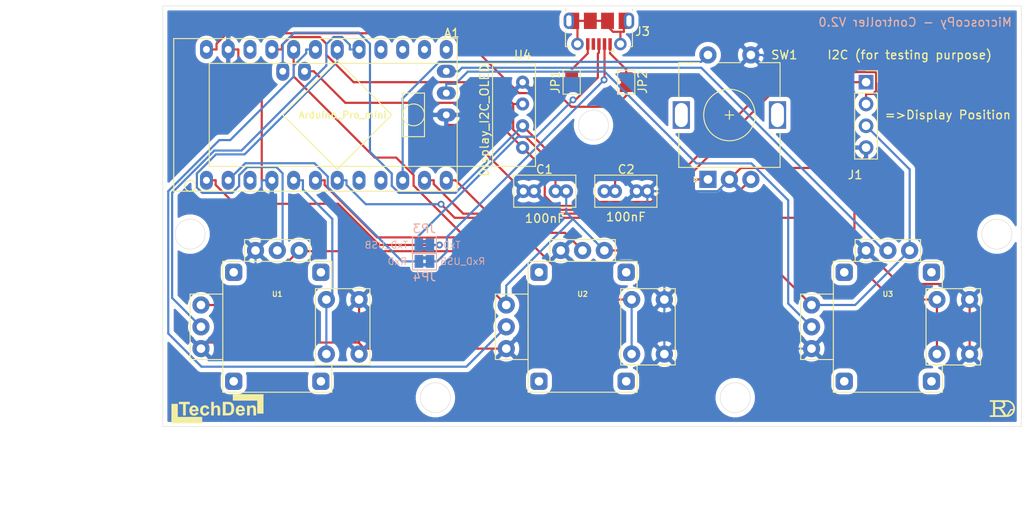
<source format=kicad_pcb>
(kicad_pcb (version 20171130) (host pcbnew "(5.1.5)-3")

  (general
    (thickness 1.6)
    (drawings 18)
    (tracks 276)
    (zones 0)
    (modules 16)
    (nets 25)
  )

  (page A4)
  (title_block
    (title "MicroscoPy - Controller")
    (date 2020-10-02)
    (rev V2.0)
    (company TechDen)
    (comment 1 "Designed by Roland")
  )

  (layers
    (0 F.Cu signal)
    (31 B.Cu signal)
    (32 B.Adhes user)
    (33 F.Adhes user)
    (34 B.Paste user)
    (35 F.Paste user)
    (36 B.SilkS user)
    (37 F.SilkS user)
    (38 B.Mask user)
    (39 F.Mask user)
    (40 Dwgs.User user)
    (41 Cmts.User user)
    (42 Eco1.User user)
    (43 Eco2.User user)
    (44 Edge.Cuts user)
    (45 Margin user)
    (46 B.CrtYd user)
    (47 F.CrtYd user)
    (48 B.Fab user)
    (49 F.Fab user)
  )

  (setup
    (last_trace_width 0.25)
    (user_trace_width 0.3)
    (trace_clearance 0.2)
    (zone_clearance 0.508)
    (zone_45_only no)
    (trace_min 0.2)
    (via_size 0.8)
    (via_drill 0.4)
    (via_min_size 0.4)
    (via_min_drill 0.3)
    (user_via 1 0.6)
    (uvia_size 0.3)
    (uvia_drill 0.1)
    (uvias_allowed no)
    (uvia_min_size 0.2)
    (uvia_min_drill 0.1)
    (edge_width 0.05)
    (segment_width 0.2)
    (pcb_text_width 0.3)
    (pcb_text_size 1.5 1.5)
    (mod_edge_width 0.12)
    (mod_text_size 1 1)
    (mod_text_width 0.15)
    (pad_size 1.524 1.524)
    (pad_drill 0.762)
    (pad_to_mask_clearance 0.051)
    (solder_mask_min_width 0.25)
    (aux_axis_origin 74.676 59.008)
    (grid_origin 74.676 59.008)
    (visible_elements 7FFFFFFF)
    (pcbplotparams
      (layerselection 0x010fc_ffffffff)
      (usegerberextensions false)
      (usegerberattributes false)
      (usegerberadvancedattributes false)
      (creategerberjobfile false)
      (excludeedgelayer true)
      (linewidth 0.100000)
      (plotframeref false)
      (viasonmask false)
      (mode 1)
      (useauxorigin false)
      (hpglpennumber 1)
      (hpglpenspeed 20)
      (hpglpendiameter 15.000000)
      (psnegative false)
      (psa4output false)
      (plotreference true)
      (plotvalue true)
      (plotinvisibletext false)
      (padsonsilk false)
      (subtractmaskfromsilk false)
      (outputformat 1)
      (mirror false)
      (drillshape 1)
      (scaleselection 1)
      (outputdirectory ""))
  )

  (net 0 "")
  (net 1 /GPIOA6)
  (net 2 /GPIOA7)
  (net 3 +5V)
  (net 4 /C)
  (net 5 /GPIOA2)
  (net 6 /GPIOA1)
  (net 7 /GPIOA0)
  (net 8 /CLK)
  (net 9 /DT)
  (net 10 /BUTTON4)
  (net 11 /BUTTON3)
  (net 12 /BUTTON2)
  (net 13 /BUTTON1)
  (net 14 GND)
  (net 15 /SCL)
  (net 16 /SDA)
  (net 17 VCC)
  (net 18 /RxD)
  (net 19 /TxD)
  (net 20 "Net-(J3-Pad6)")
  (net 21 /TxD_USB)
  (net 22 "Net-(J3-Pad5)")
  (net 23 "Net-(J3-Pad1)")
  (net 24 /RxD_USB)

  (net_class Default "This is the default net class."
    (clearance 0.2)
    (trace_width 0.25)
    (via_dia 0.8)
    (via_drill 0.4)
    (uvia_dia 0.3)
    (uvia_drill 0.1)
    (add_net /BUTTON1)
    (add_net /BUTTON2)
    (add_net /BUTTON3)
    (add_net /BUTTON4)
    (add_net /C)
    (add_net /CLK)
    (add_net /DT)
    (add_net /GPIOA0)
    (add_net /GPIOA1)
    (add_net /GPIOA2)
    (add_net /GPIOA6)
    (add_net /GPIOA7)
    (add_net /RxD)
    (add_net /RxD_USB)
    (add_net /SCL)
    (add_net /SDA)
    (add_net /TxD)
    (add_net /TxD_USB)
    (add_net "Net-(J3-Pad1)")
    (add_net "Net-(J3-Pad5)")
    (add_net "Net-(J3-Pad6)")
  )

  (net_class Power ""
    (clearance 0.3)
    (trace_width 0.3)
    (via_dia 1)
    (via_drill 0.6)
    (uvia_dia 0.3)
    (uvia_drill 0.1)
    (add_net +5V)
    (add_net GND)
    (add_net VCC)
  )

  (module Lib-Footprint:Arduino_pro_mini_v2 (layer F.Cu) (tedit 5F43D7E9) (tstamp 5F44EDAA)
    (at 108.966 80.598 90)
    (descr "ARDUINO_PRO_MINI x 0,6\"")
    (tags "DIL ARDUINO PRO MINI | Aliexpress")
    (path /5F2E9B46)
    (fp_text reference A1 (at 18.415 -0.635 180) (layer F.SilkS)
      (effects (font (size 1 1) (thickness 0.16)))
    )
    (fp_text value Arduino_Pro_mini (at 8.89 -13.335) (layer F.SilkS)
      (effects (font (size 0.8 0.8) (thickness 0.16)))
    )
    (fp_line (start 0 -33.02) (end 17.78 -33.02) (layer F.CrtYd) (width 0.12))
    (fp_circle (center 0.635 -31.115) (end 0.635 -30.48) (layer F.SilkS) (width 0.12))
    (fp_line (start 8.89 -7.62) (end 2.54 -13.97) (layer F.SilkS) (width 0.12))
    (fp_line (start 15.24 -13.97) (end 8.89 -7.62) (layer F.SilkS) (width 0.12))
    (fp_line (start 8.89 -20.32) (end 15.24 -13.97) (layer F.SilkS) (width 0.12))
    (fp_line (start 2.54 -13.97) (end 8.89 -20.32) (layer F.SilkS) (width 0.12))
    (fp_circle (center 8.89 -5.08) (end 10.16 -5.08) (layer F.SilkS) (width 0.12))
    (fp_line (start 6.35 -3.81) (end 6.35 -5.08) (layer F.SilkS) (width 0.12))
    (fp_line (start 11.43 -3.81) (end 6.35 -3.81) (layer F.SilkS) (width 0.12))
    (fp_line (start 11.43 -6.35) (end 11.43 -3.81) (layer F.SilkS) (width 0.12))
    (fp_line (start 6.35 -6.35) (end 11.43 -6.35) (layer F.SilkS) (width 0.12))
    (fp_line (start 6.35 -5.08) (end 6.35 -6.35) (layer F.SilkS) (width 0.12))
    (fp_line (start 17.78 -33.02) (end 0 -33.02) (layer F.Fab) (width 0.12))
    (fp_line (start 17.78 0) (end 17.78 -33.02) (layer F.Fab) (width 0.12))
    (fp_line (start 0 0) (end 17.78 0) (layer F.Fab) (width 0.12))
    (fp_line (start 0 -33.02) (end 0 0) (layer F.Fab) (width 0.12))
    (fp_line (start 17.78 0) (end 17.78 -33.02) (layer F.CrtYd) (width 0.12))
    (fp_line (start 0 0) (end 17.78 0) (layer F.CrtYd) (width 0.12))
    (fp_line (start 0 -33.02) (end 0 0) (layer F.CrtYd) (width 0.12))
    (fp_line (start 0 -33.02) (end 0 0) (layer F.SilkS) (width 0.12))
    (fp_line (start 17.78 -33.02) (end 0 -33.02) (layer F.SilkS) (width 0.12))
    (fp_line (start 17.78 0) (end 17.78 -33.02) (layer F.SilkS) (width 0.12))
    (fp_line (start 0 0) (end 17.78 0) (layer F.SilkS) (width 0.12))
    (pad 35 thru_hole oval (at 8.89 -1.27) (size 2.19964 1.50114) (drill 0.8001) (layers *.Cu *.Mask)
      (net 14 GND))
    (pad 34 thru_hole oval (at 11.43 -1.27) (size 2.19964 1.50114) (drill 0.8001) (layers *.Cu *.Mask)
      (net 1 /GPIOA6))
    (pad 33 thru_hole oval (at 13.97 -1.27) (size 2.19964 1.50114) (drill 0.8001) (layers *.Cu *.Mask)
      (net 2 /GPIOA7))
    (pad 31 thru_hole oval (at 13.97 -20.32) (size 1.50114 2.19964) (drill 0.8001) (layers *.Cu *.Mask)
      (net 15 /SCL))
    (pad 32 thru_hole oval (at 13.97 -17.78) (size 1.50114 2.19964) (drill 0.8001) (layers *.Cu *.Mask)
      (net 16 /SDA))
    (pad 24 thru_hole oval (at 16.51 -29.21) (size 1.50114 2.19964) (drill 0.8001) (layers *.Cu *.Mask)
      (net 17 VCC))
    (pad 23 thru_hole oval (at 16.51 -26.67) (size 1.50114 2.19964) (drill 0.8001) (layers *.Cu *.Mask)
      (net 14 GND))
    (pad 22 thru_hole oval (at 16.51 -24.13) (size 1.50114 2.19964) (drill 0.8001) (layers *.Cu *.Mask))
    (pad 21 thru_hole oval (at 16.51 -21.59) (size 1.50114 2.19964) (drill 0.8001) (layers *.Cu *.Mask)
      (net 3 +5V))
    (pad 20 thru_hole oval (at 16.51 -19.05) (size 1.50114 2.19964) (drill 0.8001) (layers *.Cu *.Mask)
      (net 4 /C))
    (pad 19 thru_hole oval (at 16.51 -16.51) (size 1.50114 2.19964) (drill 0.8001) (layers *.Cu *.Mask)
      (net 5 /GPIOA2))
    (pad 18 thru_hole oval (at 16.51 -13.97) (size 1.50114 2.19964) (drill 0.8001) (layers *.Cu *.Mask)
      (net 6 /GPIOA1))
    (pad 17 thru_hole oval (at 16.51 -11.43) (size 1.50114 2.19964) (drill 0.8001) (layers *.Cu *.Mask)
      (net 7 /GPIOA0))
    (pad 16 thru_hole oval (at 16.51 -8.89) (size 1.50114 2.19964) (drill 0.8001) (layers *.Cu *.Mask))
    (pad 15 thru_hole oval (at 16.51 -6.35) (size 1.50114 2.19964) (drill 0.8001) (layers *.Cu *.Mask))
    (pad 14 thru_hole oval (at 16.51 -3.81) (size 1.50114 2.19964) (drill 0.8001) (layers *.Cu *.Mask))
    (pad 13 thru_hole oval (at 16.51 -1.27) (size 1.50114 2.19964) (drill 0.8001) (layers *.Cu *.Mask))
    (pad 12 thru_hole oval (at 1.27 -1.27) (size 1.50114 2.19964) (drill 0.8001) (layers *.Cu *.Mask)
      (net 8 /CLK))
    (pad 11 thru_hole oval (at 1.27 -3.81) (size 1.50114 2.19964) (drill 0.8001) (layers *.Cu *.Mask)
      (net 9 /DT))
    (pad 10 thru_hole oval (at 1.27 -6.35) (size 1.50114 2.19964) (drill 0.8001) (layers *.Cu *.Mask)
      (net 10 /BUTTON4))
    (pad 9 thru_hole oval (at 1.27 -8.89) (size 1.50114 2.19964) (drill 0.8001) (layers *.Cu *.Mask))
    (pad 8 thru_hole oval (at 1.27 -11.43) (size 1.50114 2.19964) (drill 0.8001) (layers *.Cu *.Mask))
    (pad 7 thru_hole oval (at 1.27 -13.97) (size 1.50114 2.19964) (drill 0.8001) (layers *.Cu *.Mask)
      (net 11 /BUTTON3))
    (pad 6 thru_hole oval (at 1.27 -16.51) (size 1.50114 2.19964) (drill 0.8001) (layers *.Cu *.Mask)
      (net 12 /BUTTON2))
    (pad 5 thru_hole oval (at 1.27 -19.05) (size 1.50114 2.19964) (drill 0.8001) (layers *.Cu *.Mask)
      (net 13 /BUTTON1))
    (pad 4 thru_hole oval (at 1.27 -21.59) (size 1.50114 2.19964) (drill 0.8001) (layers *.Cu *.Mask)
      (net 14 GND))
    (pad 3 thru_hole oval (at 1.27 -24.13) (size 1.50114 2.19964) (drill 0.8001) (layers *.Cu *.Mask))
    (pad 2 thru_hole oval (at 1.27 -26.67) (size 1.50114 2.19964) (drill 0.8001) (layers *.Cu *.Mask)
      (net 18 /RxD))
    (pad 1 thru_hole oval (at 1.27 -29.21) (size 1.50114 2.19964) (drill 0.8001) (layers *.Cu *.Mask)
      (net 19 /TxD))
    (model "${LIB3D}/Arduino Pro-Mini.stp"
      (offset (xyz 9 16.5 3.5))
      (scale (xyz 1 1 1))
      (rotate (xyz 180 0 -90))
    )
  )

  (module Lib-Footprint:SSD1306_OLED-0.91-128x32 (layer F.Cu) (tedit 5F437D81) (tstamp 5F42D946)
    (at 116.586 71.708 180)
    (descr SSD1306_OLED-0.91-128x32)
    (tags "Display OLED 128x64 0.91\" I2C | Aliexpress")
    (path /5F2F3DA1)
    (fp_text reference U4 (at 0 6.985) (layer F.SilkS)
      (effects (font (size 1 1) (thickness 0.15)))
    )
    (fp_text value Display_I2C_OLED (at 4.445 -0.635 90) (layer F.SilkS)
      (effects (font (size 1 1) (thickness 0.15)))
    )
    (fp_line (start 3.5 -6) (end 3.5 6) (layer F.SilkS) (width 0.12))
    (fp_line (start -1.5 6) (end -1.5 0) (layer F.SilkS) (width 0.12))
    (fp_line (start 36.5 6) (end -1.5 6) (layer F.SilkS) (width 0.12))
    (fp_line (start 36.5 -6) (end 36.5 6) (layer F.SilkS) (width 0.12))
    (fp_line (start -1.5 -6) (end 36.5 -6) (layer F.SilkS) (width 0.12))
    (fp_line (start -1.5 0) (end -1.5 -6) (layer F.SilkS) (width 0.12))
    (pad 4 thru_hole circle (at 0 3.81 180) (size 1.524 1.524) (drill 0.762) (layers *.Cu *.Mask)
      (net 14 GND))
    (pad 3 thru_hole circle (at 0 1.27 180) (size 1.524 1.524) (drill 0.762) (layers *.Cu *.Mask)
      (net 3 +5V))
    (pad 2 thru_hole circle (at 0 -1.27 180) (size 1.524 1.524) (drill 0.762) (layers *.Cu *.Mask)
      (net 15 /SCL))
    (pad 1 thru_hole circle (at 0 -3.81 180) (size 1.524 1.524) (drill 0.762) (layers *.Cu *.Mask)
      (net 16 /SDA))
    (model "${LIB3D}/0.91in OLED Module - Without Glass.stp"
      (offset (xyz 17.5 0 6))
      (scale (xyz 1 1 1))
      (rotate (xyz 0 0 0))
    )
  )

  (module tinkerforge:Joystick_w_Button (layer F.Cu) (tedit 5F435D7C) (tstamp 5F2F14B3)
    (at 159.131 96.393)
    (descr "Joystick with Button")
    (tags "Thumb Joystick Button")
    (path /5F2E967E)
    (fp_text reference U3 (at 0 -3.81 180) (layer F.SilkS)
      (effects (font (size 0.59944 0.59944) (thickness 0.12446)))
    )
    (fp_text value JOYSTICK_BUTTON (at 0 2.54 180) (layer F.Fab)
      (effects (font (size 0.29972 0.29972) (thickness 0.07493)))
    )
    (fp_circle (center 0 0) (end 0.635 0) (layer F.Fab) (width 0.12))
    (fp_line (start 4.445 4.445) (end 6.35 4.445) (layer F.SilkS) (width 0.12))
    (fp_line (start 4.445 -4.445) (end 4.445 4.445) (layer F.SilkS) (width 0.12))
    (fp_line (start 6.35 -4.445) (end 4.445 -4.445) (layer F.SilkS) (width 0.12))
    (fp_line (start 6.35 7.62) (end 6.35 4.445) (layer F.SilkS) (width 0.12))
    (fp_line (start 6.35 -7.62) (end 6.35 -4.445) (layer F.SilkS) (width 0.12))
    (fp_line (start 10.795 4.445) (end 6.35 4.445) (layer F.SilkS) (width 0.12))
    (fp_line (start 10.795 -4.445) (end 10.795 4.445) (layer F.SilkS) (width 0.12))
    (fp_line (start 6.35 -4.445) (end 10.795 -4.445) (layer F.SilkS) (width 0.12))
    (fp_line (start -10.16 3.81) (end -6.35 3.81) (layer F.SilkS) (width 0.12))
    (fp_line (start -10.16 -3.81) (end -10.16 3.81) (layer F.SilkS) (width 0.12))
    (fp_line (start -6.35 -3.81) (end -10.16 -3.81) (layer F.SilkS) (width 0.12))
    (fp_line (start 3.81 -10.16) (end 3.81 -7.62) (layer F.SilkS) (width 0.12))
    (fp_line (start -3.81 -10.16) (end 3.81 -10.16) (layer F.SilkS) (width 0.12))
    (fp_line (start -3.81 -7.62) (end -3.81 -10.16) (layer F.SilkS) (width 0.12))
    (fp_line (start -6.35 7.62) (end -6.35 -7.62) (layer F.SilkS) (width 0.12))
    (fp_line (start 6.35 7.62) (end -6.35 7.62) (layer F.SilkS) (width 0.12))
    (fp_line (start -6.35 -7.62) (end 6.35 -7.62) (layer F.SilkS) (width 0.12))
    (pad "" thru_hole roundrect (at 5.08 6.35) (size 2 2) (drill 1) (layers *.Cu *.Mask) (roundrect_rratio 0.25))
    (pad "" thru_hole roundrect (at -5.08 6.35) (size 2 2) (drill 1) (layers *.Cu *.Mask) (roundrect_rratio 0.25))
    (pad "" thru_hole roundrect (at 5.08 -6.35) (size 2 2) (drill 1) (layers *.Cu *.Mask) (roundrect_rratio 0.25))
    (pad "" thru_hole roundrect (at -5.08 -6.35) (size 2 2) (drill 1) (layers *.Cu *.Mask) (roundrect_rratio 0.25))
    (pad X1 thru_hole circle (at 2.54 -8.89 90) (size 1.99898 1.99898) (drill 1.00076) (layers *.Cu *.Mask)
      (net 3 +5V))
    (pad X2 thru_hole circle (at 0 -8.89 90) (size 1.99898 1.99898) (drill 1.00076) (layers *.Cu *.Mask)
      (net 2 /GPIOA7))
    (pad X3 thru_hole circle (at -2.54 -8.89 90) (size 1.99898 1.99898) (drill 1.00076) (layers *.Cu *.Mask)
      (net 14 GND))
    (pad Y2 thru_hole circle (at -8.89 0 90) (size 1.99898 1.99898) (drill 1.00076) (layers *.Cu *.Mask)
      (net 1 /GPIOA6))
    (pad Y1 thru_hole circle (at -8.89 -2.54 90) (size 1.99898 1.99898) (drill 1.00076) (layers *.Cu *.Mask)
      (net 3 +5V))
    (pad Y3 thru_hole circle (at -8.89 2.54 90) (size 1.99898 1.99898) (drill 1.00076) (layers *.Cu *.Mask)
      (net 14 GND))
    (pad SWa thru_hole circle (at 5.715 3.175 90) (size 1.99898 1.99898) (drill 1.00076) (layers *.Cu *.Mask)
      (net 11 /BUTTON3))
    (pad SWa thru_hole circle (at 5.715 -3.175 90) (size 1.99898 1.99898) (drill 1.00076) (layers *.Cu *.Mask)
      (net 11 /BUTTON3))
    (pad SWb thru_hole circle (at 9.525 3.175 90) (size 1.99898 1.99898) (drill 1.00076) (layers *.Cu *.Mask)
      (net 14 GND))
    (pad SWb thru_hole circle (at 9.525 -3.175 90) (size 1.99898 1.99898) (drill 1.00076) (layers *.Cu *.Mask)
      (net 14 GND))
    (model Buttons_Switches/Joystick_withButton.wrl
      (offset (xyz 0 0 -1))
      (scale (xyz 1 1 1))
      (rotate (xyz 0 0 0))
    )
    (model ${LIB3D}/tinkerforge/Buttons_Switches/Joystick_withButton.step
      (at (xyz 0 0 0))
      (scale (xyz 0.8 0.8 1))
      (rotate (xyz 0 0 -90))
    )
  )

  (module tinkerforge:Joystick_w_Button (layer F.Cu) (tedit 5F435D7C) (tstamp 5F304394)
    (at 123.571 96.393)
    (descr "Joystick with Button")
    (tags "Thumb Joystick Button")
    (path /5F2E48FA)
    (fp_text reference U2 (at 0 -3.81 180) (layer F.SilkS)
      (effects (font (size 0.59944 0.59944) (thickness 0.12446)))
    )
    (fp_text value JOYSTICK_BUTTON (at 0 2.54 180) (layer F.Fab)
      (effects (font (size 0.29972 0.29972) (thickness 0.07493)))
    )
    (fp_circle (center 0 0) (end 0.635 0) (layer F.Fab) (width 0.12))
    (fp_line (start 4.445 4.445) (end 6.35 4.445) (layer F.SilkS) (width 0.12))
    (fp_line (start 4.445 -4.445) (end 4.445 4.445) (layer F.SilkS) (width 0.12))
    (fp_line (start 6.35 -4.445) (end 4.445 -4.445) (layer F.SilkS) (width 0.12))
    (fp_line (start 6.35 7.62) (end 6.35 4.445) (layer F.SilkS) (width 0.12))
    (fp_line (start 6.35 -7.62) (end 6.35 -4.445) (layer F.SilkS) (width 0.12))
    (fp_line (start 10.795 4.445) (end 6.35 4.445) (layer F.SilkS) (width 0.12))
    (fp_line (start 10.795 -4.445) (end 10.795 4.445) (layer F.SilkS) (width 0.12))
    (fp_line (start 6.35 -4.445) (end 10.795 -4.445) (layer F.SilkS) (width 0.12))
    (fp_line (start -10.16 3.81) (end -6.35 3.81) (layer F.SilkS) (width 0.12))
    (fp_line (start -10.16 -3.81) (end -10.16 3.81) (layer F.SilkS) (width 0.12))
    (fp_line (start -6.35 -3.81) (end -10.16 -3.81) (layer F.SilkS) (width 0.12))
    (fp_line (start 3.81 -10.16) (end 3.81 -7.62) (layer F.SilkS) (width 0.12))
    (fp_line (start -3.81 -10.16) (end 3.81 -10.16) (layer F.SilkS) (width 0.12))
    (fp_line (start -3.81 -7.62) (end -3.81 -10.16) (layer F.SilkS) (width 0.12))
    (fp_line (start -6.35 7.62) (end -6.35 -7.62) (layer F.SilkS) (width 0.12))
    (fp_line (start 6.35 7.62) (end -6.35 7.62) (layer F.SilkS) (width 0.12))
    (fp_line (start -6.35 -7.62) (end 6.35 -7.62) (layer F.SilkS) (width 0.12))
    (pad "" thru_hole roundrect (at 5.08 6.35) (size 2 2) (drill 1) (layers *.Cu *.Mask) (roundrect_rratio 0.25))
    (pad "" thru_hole roundrect (at -5.08 6.35) (size 2 2) (drill 1) (layers *.Cu *.Mask) (roundrect_rratio 0.25))
    (pad "" thru_hole roundrect (at 5.08 -6.35) (size 2 2) (drill 1) (layers *.Cu *.Mask) (roundrect_rratio 0.25))
    (pad "" thru_hole roundrect (at -5.08 -6.35) (size 2 2) (drill 1) (layers *.Cu *.Mask) (roundrect_rratio 0.25))
    (pad X1 thru_hole circle (at 2.54 -8.89 90) (size 1.99898 1.99898) (drill 1.00076) (layers *.Cu *.Mask)
      (net 3 +5V))
    (pad X2 thru_hole circle (at 0 -8.89 90) (size 1.99898 1.99898) (drill 1.00076) (layers *.Cu *.Mask)
      (net 4 /C))
    (pad X3 thru_hole circle (at -2.54 -8.89 90) (size 1.99898 1.99898) (drill 1.00076) (layers *.Cu *.Mask)
      (net 14 GND))
    (pad Y2 thru_hole circle (at -8.89 0 90) (size 1.99898 1.99898) (drill 1.00076) (layers *.Cu *.Mask)
      (net 5 /GPIOA2))
    (pad Y1 thru_hole circle (at -8.89 -2.54 90) (size 1.99898 1.99898) (drill 1.00076) (layers *.Cu *.Mask)
      (net 3 +5V))
    (pad Y3 thru_hole circle (at -8.89 2.54 90) (size 1.99898 1.99898) (drill 1.00076) (layers *.Cu *.Mask)
      (net 14 GND))
    (pad SWa thru_hole circle (at 5.715 3.175 90) (size 1.99898 1.99898) (drill 1.00076) (layers *.Cu *.Mask)
      (net 12 /BUTTON2))
    (pad SWa thru_hole circle (at 5.715 -3.175 90) (size 1.99898 1.99898) (drill 1.00076) (layers *.Cu *.Mask)
      (net 12 /BUTTON2))
    (pad SWb thru_hole circle (at 9.525 3.175 90) (size 1.99898 1.99898) (drill 1.00076) (layers *.Cu *.Mask)
      (net 14 GND))
    (pad SWb thru_hole circle (at 9.525 -3.175 90) (size 1.99898 1.99898) (drill 1.00076) (layers *.Cu *.Mask)
      (net 14 GND))
    (model Buttons_Switches/Joystick_withButton.wrl
      (offset (xyz 0 0 -1))
      (scale (xyz 1 1 1))
      (rotate (xyz 0 0 0))
    )
    (model ${LIB3D}/tinkerforge/Buttons_Switches/Joystick_withButton.step
      (at (xyz 0 0 0))
      (scale (xyz 0.8 0.8 1))
      (rotate (xyz 0 0 -90))
    )
  )

  (module tinkerforge:Joystick_w_Button (layer F.Cu) (tedit 5F435D7C) (tstamp 5F2F1467)
    (at 88.011 96.393)
    (descr "Joystick with Button")
    (tags "Thumb Joystick Button")
    (path /5F2E0D2D)
    (fp_text reference U1 (at 0 -3.81 180) (layer F.SilkS)
      (effects (font (size 0.59944 0.59944) (thickness 0.12446)))
    )
    (fp_text value JOYSTICK_BUTTON (at 0 2.54 180) (layer F.Fab)
      (effects (font (size 0.29972 0.29972) (thickness 0.07493)))
    )
    (fp_circle (center 0 0) (end 0.635 0) (layer F.Fab) (width 0.12))
    (fp_line (start 4.445 4.445) (end 6.35 4.445) (layer F.SilkS) (width 0.12))
    (fp_line (start 4.445 -4.445) (end 4.445 4.445) (layer F.SilkS) (width 0.12))
    (fp_line (start 6.35 -4.445) (end 4.445 -4.445) (layer F.SilkS) (width 0.12))
    (fp_line (start 6.35 7.62) (end 6.35 4.445) (layer F.SilkS) (width 0.12))
    (fp_line (start 6.35 -7.62) (end 6.35 -4.445) (layer F.SilkS) (width 0.12))
    (fp_line (start 10.795 4.445) (end 6.35 4.445) (layer F.SilkS) (width 0.12))
    (fp_line (start 10.795 -4.445) (end 10.795 4.445) (layer F.SilkS) (width 0.12))
    (fp_line (start 6.35 -4.445) (end 10.795 -4.445) (layer F.SilkS) (width 0.12))
    (fp_line (start -10.16 3.81) (end -6.35 3.81) (layer F.SilkS) (width 0.12))
    (fp_line (start -10.16 -3.81) (end -10.16 3.81) (layer F.SilkS) (width 0.12))
    (fp_line (start -6.35 -3.81) (end -10.16 -3.81) (layer F.SilkS) (width 0.12))
    (fp_line (start 3.81 -10.16) (end 3.81 -7.62) (layer F.SilkS) (width 0.12))
    (fp_line (start -3.81 -10.16) (end 3.81 -10.16) (layer F.SilkS) (width 0.12))
    (fp_line (start -3.81 -7.62) (end -3.81 -10.16) (layer F.SilkS) (width 0.12))
    (fp_line (start -6.35 7.62) (end -6.35 -7.62) (layer F.SilkS) (width 0.12))
    (fp_line (start 6.35 7.62) (end -6.35 7.62) (layer F.SilkS) (width 0.12))
    (fp_line (start -6.35 -7.62) (end 6.35 -7.62) (layer F.SilkS) (width 0.12))
    (pad "" thru_hole roundrect (at 5.08 6.35) (size 2 2) (drill 1) (layers *.Cu *.Mask) (roundrect_rratio 0.25))
    (pad "" thru_hole roundrect (at -5.08 6.35) (size 2 2) (drill 1) (layers *.Cu *.Mask) (roundrect_rratio 0.25))
    (pad "" thru_hole roundrect (at 5.08 -6.35) (size 2 2) (drill 1) (layers *.Cu *.Mask) (roundrect_rratio 0.25))
    (pad "" thru_hole roundrect (at -5.08 -6.35) (size 2 2) (drill 1) (layers *.Cu *.Mask) (roundrect_rratio 0.25))
    (pad X1 thru_hole circle (at 2.54 -8.89 90) (size 1.99898 1.99898) (drill 1.00076) (layers *.Cu *.Mask)
      (net 3 +5V))
    (pad X2 thru_hole circle (at 0 -8.89 90) (size 1.99898 1.99898) (drill 1.00076) (layers *.Cu *.Mask)
      (net 6 /GPIOA1))
    (pad X3 thru_hole circle (at -2.54 -8.89 90) (size 1.99898 1.99898) (drill 1.00076) (layers *.Cu *.Mask)
      (net 14 GND))
    (pad Y2 thru_hole circle (at -8.89 0 90) (size 1.99898 1.99898) (drill 1.00076) (layers *.Cu *.Mask)
      (net 7 /GPIOA0))
    (pad Y1 thru_hole circle (at -8.89 -2.54 90) (size 1.99898 1.99898) (drill 1.00076) (layers *.Cu *.Mask)
      (net 3 +5V))
    (pad Y3 thru_hole circle (at -8.89 2.54 90) (size 1.99898 1.99898) (drill 1.00076) (layers *.Cu *.Mask)
      (net 14 GND))
    (pad SWa thru_hole circle (at 5.715 3.175 90) (size 1.99898 1.99898) (drill 1.00076) (layers *.Cu *.Mask)
      (net 13 /BUTTON1))
    (pad SWa thru_hole circle (at 5.715 -3.175 90) (size 1.99898 1.99898) (drill 1.00076) (layers *.Cu *.Mask)
      (net 13 /BUTTON1))
    (pad SWb thru_hole circle (at 9.525 3.175 90) (size 1.99898 1.99898) (drill 1.00076) (layers *.Cu *.Mask)
      (net 14 GND))
    (pad SWb thru_hole circle (at 9.525 -3.175 90) (size 1.99898 1.99898) (drill 1.00076) (layers *.Cu *.Mask)
      (net 14 GND))
    (model Buttons_Switches/Joystick_withButton.wrl
      (offset (xyz 0 0 -1))
      (scale (xyz 1 1 1))
      (rotate (xyz 0 0 0))
    )
    (model ${LIB3D}/tinkerforge/Buttons_Switches/Joystick_withButton.step
      (at (xyz 0 0 0))
      (scale (xyz 0.8 0.8 1))
      (rotate (xyz 0 0 -90))
    )
  )

  (module "Logo:TechDen Logo - inverted" (layer F.Cu) (tedit 0) (tstamp 5F31DC9D)
    (at 81.026 105.918)
    (path /5F33F572)
    (fp_text reference L1 (at 0 0) (layer F.SilkS) hide
      (effects (font (size 1.524 1.524) (thickness 0.3)))
    )
    (fp_text value Logo-TechDen (at 1.905 0) (layer F.SilkS) hide
      (effects (font (size 1.524 1.524) (thickness 0.3)))
    )
    (fp_poly (pts (xy 5.37464 0.57912) (xy 4.65328 0.57912) (xy 4.65328 -0.93472) (xy 1.80848 -0.93472)
      (xy 1.80848 -1.66624) (xy 5.37464 -1.66624) (xy 5.37464 0.57912)) (layer F.SilkS) (width 0.01))
    (fp_poly (pts (xy 4.19681 -0.367929) (xy 4.241267 -0.361603) (xy 4.281519 -0.349805) (xy 4.29006 -0.346564)
      (xy 4.320612 -0.33351) (xy 4.341757 -0.322418) (xy 4.34848 -0.316421) (xy 4.35635 -0.306955)
      (xy 4.375663 -0.293176) (xy 4.379334 -0.290955) (xy 4.40238 -0.271603) (xy 4.428527 -0.241688)
      (xy 4.451851 -0.208826) (xy 4.466428 -0.180631) (xy 4.467345 -0.1778) (xy 4.476653 -0.145054)
      (xy 4.48431 -0.115018) (xy 4.490479 -0.085307) (xy 4.495322 -0.053538) (xy 4.499001 -0.017327)
      (xy 4.501679 0.02571) (xy 4.503516 0.077958) (xy 4.504676 0.1418) (xy 4.50532 0.21962)
      (xy 4.50561 0.313803) (xy 4.505687 0.38608) (xy 4.50596 0.79756) (xy 4.208418 0.80317)
      (xy 4.203347 0.419365) (xy 4.201879 0.328287) (xy 4.200001 0.2434) (xy 4.1978 0.167083)
      (xy 4.195364 0.101717) (xy 4.192781 0.049683) (xy 4.19014 0.013359) (xy 4.187693 -0.004294)
      (xy 4.166501 -0.056316) (xy 4.132341 -0.095187) (xy 4.094272 -0.11938) (xy 4.034875 -0.13923)
      (xy 3.974913 -0.139325) (xy 3.916412 -0.120063) (xy 3.861397 -0.081844) (xy 3.850432 -0.071402)
      (xy 3.832395 -0.052899) (xy 3.817539 -0.035518) (xy 3.805521 -0.01712) (xy 3.795997 0.004431)
      (xy 3.788621 0.031272) (xy 3.783049 0.06554) (xy 3.778937 0.109373) (xy 3.775941 0.164907)
      (xy 3.773715 0.23428) (xy 3.771916 0.319629) (xy 3.770198 0.42309) (xy 3.770141 0.42672)
      (xy 3.76428 0.79756) (xy 3.61442 0.800371) (xy 3.46456 0.803183) (xy 3.46456 -0.34544)
      (xy 3.74904 -0.34544) (xy 3.74904 -0.189947) (xy 3.807913 -0.246103) (xy 3.871401 -0.298785)
      (xy 3.936703 -0.335694) (xy 4.008352 -0.358517) (xy 4.090876 -0.368947) (xy 4.1402 -0.370029)
      (xy 4.19681 -0.367929)) (layer F.SilkS) (width 0.01))
    (fp_poly (pts (xy 1.111575 -0.782016) (xy 1.201251 -0.781141) (xy 1.280893 -0.77975) (xy 1.348234 -0.777901)
      (xy 1.401007 -0.77565) (xy 1.436942 -0.773053) (xy 1.448474 -0.771539) (xy 1.540191 -0.749256)
      (xy 1.619287 -0.716149) (xy 1.691306 -0.669254) (xy 1.761791 -0.605604) (xy 1.765272 -0.602034)
      (xy 1.831 -0.520566) (xy 1.883505 -0.425078) (xy 1.922996 -0.315019) (xy 1.949685 -0.189841)
      (xy 1.961113 -0.089776) (xy 1.96535 0.052448) (xy 1.955356 0.185103) (xy 1.931577 0.307126)
      (xy 1.894457 0.417451) (xy 1.844439 0.515013) (xy 1.781971 0.598747) (xy 1.707494 0.667588)
      (xy 1.623133 0.719652) (xy 1.586158 0.73717) (xy 1.551566 0.751717) (xy 1.516973 0.763606)
      (xy 1.479998 0.773148) (xy 1.438258 0.780657) (xy 1.389371 0.786446) (xy 1.330956 0.790825)
      (xy 1.260629 0.794109) (xy 1.176009 0.796609) (xy 1.074714 0.798638) (xy 1.01346 0.799629)
      (xy 0.64008 0.805368) (xy 0.64008 0.52832) (xy 0.9652 0.52832) (xy 1.134547 0.52832)
      (xy 1.197039 0.527621) (xy 1.257839 0.525694) (xy 1.311683 0.522794) (xy 1.353306 0.519174)
      (xy 1.368786 0.517019) (xy 1.43965 0.495692) (xy 1.500379 0.459171) (xy 1.547732 0.40954)
      (xy 1.556544 0.39624) (xy 1.5841 0.337674) (xy 1.60588 0.263725) (xy 1.62165 0.178559)
      (xy 1.63118 0.08634) (xy 1.634238 -0.008765) (xy 1.630593 -0.102591) (xy 1.620012 -0.190973)
      (xy 1.602265 -0.269746) (xy 1.594852 -0.292764) (xy 1.560909 -0.363781) (xy 1.512872 -0.421428)
      (xy 1.48065 -0.447835) (xy 1.449859 -0.467757) (xy 1.417115 -0.483186) (xy 1.379124 -0.494794)
      (xy 1.332593 -0.503255) (xy 1.274228 -0.509241) (xy 1.200734 -0.513427) (xy 1.15062 -0.51527)
      (xy 0.9652 -0.521184) (xy 0.9652 0.52832) (xy 0.64008 0.52832) (xy 0.64008 -0.78232)
      (xy 1.014134 -0.78232) (xy 1.111575 -0.782016)) (layer F.SilkS) (width 0.01))
    (fp_poly (pts (xy -0.4064 -0.211785) (xy -0.35306 -0.258629) (xy -0.283215 -0.31012) (xy -0.207958 -0.34512)
      (xy -0.121864 -0.366076) (xy -0.111266 -0.367661) (xy -0.019749 -0.372496) (xy 0.06462 -0.360905)
      (xy 0.13997 -0.333827) (xy 0.204429 -0.292201) (xy 0.256124 -0.236965) (xy 0.293186 -0.169057)
      (xy 0.295175 -0.163878) (xy 0.305338 -0.133258) (xy 0.313705 -0.099375) (xy 0.320409 -0.060147)
      (xy 0.325584 -0.013488) (xy 0.329363 0.042687) (xy 0.331881 0.110461) (xy 0.33327 0.191919)
      (xy 0.333664 0.289145) (xy 0.333197 0.404224) (xy 0.333034 0.42672) (xy 0.3302 0.79756)
      (xy 0.18034 0.800371) (xy 0.03048 0.803183) (xy 0.030278 0.449851) (xy 0.030003 0.333311)
      (xy 0.029105 0.235275) (xy 0.027262 0.15393) (xy 0.024148 0.087462) (xy 0.019441 0.034057)
      (xy 0.012817 -0.008098) (xy 0.003951 -0.040817) (xy -0.007479 -0.065913) (xy -0.021797 -0.085199)
      (xy -0.039327 -0.100491) (xy -0.060394 -0.1136) (xy -0.071328 -0.11938) (xy -0.129569 -0.138482)
      (xy -0.190507 -0.140043) (xy -0.249801 -0.125443) (xy -0.303107 -0.096059) (xy -0.346082 -0.053268)
      (xy -0.362467 -0.027026) (xy -0.372049 -0.007357) (xy -0.379895 0.012479) (xy -0.386221 0.034765)
      (xy -0.391241 0.061785) (xy -0.395171 0.095822) (xy -0.398226 0.13916) (xy -0.400621 0.19408)
      (xy -0.402571 0.262867) (xy -0.40429 0.347803) (xy -0.405691 0.4318) (xy -0.41148 0.79756)
      (xy -0.56134 0.800371) (xy -0.7112 0.803183) (xy -0.7112 -0.78232) (xy -0.4064 -0.78232)
      (xy -0.4064 -0.211785)) (layer F.SilkS) (width 0.01))
    (fp_poly (pts (xy -3.21056 -0.51816) (xy -3.67792 -0.51816) (xy -3.67792 0.80264) (xy -3.99288 0.80264)
      (xy -3.99288 -0.51816) (xy -4.4704 -0.51816) (xy -4.4704 -0.78232) (xy -3.21056 -0.78232)
      (xy -3.21056 -0.51816)) (layer F.SilkS) (width 0.01))
    (fp_poly (pts (xy 2.792792 -0.363481) (xy 2.877394 -0.341424) (xy 2.898293 -0.333153) (xy 2.940685 -0.310774)
      (xy 2.986842 -0.279823) (xy 3.0312 -0.244694) (xy 3.068199 -0.209779) (xy 3.091724 -0.180388)
      (xy 3.141534 -0.090347) (xy 3.176594 -0.005361) (xy 3.198885 0.081043) (xy 3.210391 0.175338)
      (xy 3.212306 0.21336) (xy 3.21564 0.30988) (xy 2.83718 0.312543) (xy 2.45872 0.315207)
      (xy 2.45872 0.338639) (xy 2.467305 0.394318) (xy 2.490701 0.451099) (xy 2.525368 0.503591)
      (xy 2.567766 0.546402) (xy 2.612973 0.573596) (xy 2.660086 0.586133) (xy 2.711962 0.590085)
      (xy 2.760459 0.585399) (xy 2.792575 0.574776) (xy 2.826817 0.549044) (xy 2.859038 0.511246)
      (xy 2.882754 0.46914) (xy 2.884491 0.464774) (xy 2.900545 0.441877) (xy 2.916689 0.43688)
      (xy 2.934253 0.438456) (xy 2.965759 0.442688) (xy 3.006702 0.448832) (xy 3.052575 0.456142)
      (xy 3.098873 0.463874) (xy 3.14109 0.471282) (xy 3.17472 0.477622) (xy 3.195258 0.482149)
      (xy 3.199353 0.483607) (xy 3.197147 0.493774) (xy 3.187639 0.517327) (xy 3.172766 0.549554)
      (xy 3.169596 0.556059) (xy 3.119441 0.636135) (xy 3.055088 0.702671) (xy 2.978015 0.755065)
      (xy 2.889699 0.792708) (xy 2.791615 0.814996) (xy 2.685241 0.821323) (xy 2.572052 0.811084)
      (xy 2.555058 0.808169) (xy 2.462881 0.781454) (xy 2.379817 0.73709) (xy 2.30744 0.676297)
      (xy 2.247323 0.600295) (xy 2.216819 0.545908) (xy 2.189294 0.484607) (xy 2.170213 0.428907)
      (xy 2.158241 0.372443) (xy 2.152044 0.308854) (xy 2.150287 0.231773) (xy 2.15029 0.2286)
      (xy 2.152347 0.145866) (xy 2.158497 0.082902) (xy 2.46888 0.082902) (xy 2.46888 0.12192)
      (xy 2.917165 0.12192) (xy 2.910274 0.07366) (xy 2.900989 0.035374) (xy 2.885303 -0.006672)
      (xy 2.876632 -0.024662) (xy 2.839949 -0.074268) (xy 2.792192 -0.110799) (xy 2.73733 -0.133247)
      (xy 2.679333 -0.140609) (xy 2.622169 -0.131877) (xy 2.569807 -0.106045) (xy 2.566135 -0.103353)
      (xy 2.535907 -0.072559) (xy 2.507483 -0.029939) (xy 2.484609 0.017335) (xy 2.471029 0.062088)
      (xy 2.46888 0.082902) (xy 2.158497 0.082902) (xy 2.159014 0.077611) (xy 2.171457 0.018285)
      (xy 2.190839 -0.037659) (xy 2.218325 -0.095769) (xy 2.218396 -0.095905) (xy 2.274725 -0.183884)
      (xy 2.342872 -0.255447) (xy 2.42239 -0.310278) (xy 2.51283 -0.34806) (xy 2.60307 -0.367211)
      (xy 2.69943 -0.372299) (xy 2.792792 -0.363481)) (layer F.SilkS) (width 0.01))
    (fp_poly (pts (xy -1.276884 -0.355929) (xy -1.187014 -0.323645) (xy -1.109324 -0.275347) (xy -1.04409 -0.211179)
      (xy -0.991591 -0.131284) (xy -0.979532 -0.10681) (xy -0.960324 -0.064293) (xy -0.94961 -0.036511)
      (xy -0.946981 -0.019936) (xy -0.952024 -0.011038) (xy -0.964329 -0.006288) (xy -0.96774 -0.0055)
      (xy -0.994063 -0.000101) (xy -1.031682 0.007101) (xy -1.075796 0.015248) (xy -1.121606 0.023483)
      (xy -1.16431 0.030949) (xy -1.199108 0.036789) (xy -1.221198 0.040145) (xy -1.226033 0.040624)
      (xy -1.236658 0.031944) (xy -1.247748 0.010482) (xy -1.249766 0.004821) (xy -1.277958 -0.050136)
      (xy -1.320666 -0.092541) (xy -1.375073 -0.120445) (xy -1.438363 -0.1319) (xy -1.447722 -0.13208)
      (xy -1.516878 -0.123818) (xy -1.57462 -0.098945) (xy -1.621071 -0.057335) (xy -1.656355 0.001137)
      (xy -1.680594 0.076599) (xy -1.687536 0.113551) (xy -1.695558 0.205593) (xy -1.691053 0.292424)
      (xy -1.674878 0.371657) (xy -1.64789 0.440905) (xy -1.610948 0.49778) (xy -1.564907 0.539895)
      (xy -1.527434 0.559426) (xy -1.488138 0.568005) (xy -1.439496 0.569956) (xy -1.390723 0.565586)
      (xy -1.351033 0.555203) (xy -1.346962 0.5534) (xy -1.3076 0.525159) (xy -1.272632 0.482364)
      (xy -1.24635 0.43078) (xy -1.239131 0.408607) (xy -1.231223 0.380309) (xy -1.225589 0.361706)
      (xy -1.224147 0.357929) (xy -1.214052 0.358543) (xy -1.188279 0.362183) (xy -1.151116 0.368096)
      (xy -1.106851 0.375531) (xy -1.059773 0.383738) (xy -1.01417 0.391965) (xy -0.97433 0.399461)
      (xy -0.944541 0.405476) (xy -0.92909 0.409259) (xy -0.927926 0.409808) (xy -0.927421 0.422883)
      (xy -0.934283 0.449363) (xy -0.94666 0.484545) (xy -0.962701 0.523723) (xy -0.980555 0.562195)
      (xy -0.998369 0.595257) (xy -1.005156 0.606043) (xy -1.04134 0.656048) (xy -1.076496 0.693714)
      (xy -1.117461 0.72528) (xy -1.16976 0.756271) (xy -1.2613 0.794754) (xy -1.363638 0.816396)
      (xy -1.476062 0.821098) (xy -1.57848 0.811784) (xy -1.662728 0.789635) (xy -1.743205 0.749852)
      (xy -1.817151 0.695095) (xy -1.881802 0.628024) (xy -1.934396 0.551299) (xy -1.972171 0.467582)
      (xy -1.985593 0.419692) (xy -1.99718 0.347028) (xy -2.0028 0.266076) (xy -2.002645 0.182503)
      (xy -1.996905 0.101973) (xy -1.985772 0.030154) (xy -1.970604 -0.024236) (xy -1.924756 -0.12106)
      (xy -1.865549 -0.202634) (xy -1.793352 -0.26869) (xy -1.708534 -0.31896) (xy -1.611462 -0.353178)
      (xy -1.502507 -0.371075) (xy -1.492049 -0.371881) (xy -1.378655 -0.372056) (xy -1.276884 -0.355929)) (layer F.SilkS) (width 0.01))
    (fp_poly (pts (xy -2.596218 -0.360856) (xy -2.502207 -0.330309) (xy -2.416787 -0.281549) (xy -2.403787 -0.271933)
      (xy -2.362875 -0.238035) (xy -2.331433 -0.204466) (xy -2.302898 -0.163618) (xy -2.286372 -0.135826)
      (xy -2.262756 -0.092064) (xy -2.241258 -0.047738) (xy -2.225543 -0.010544) (xy -2.222305 -0.001313)
      (xy -2.210037 0.045739) (xy -2.199279 0.103348) (xy -2.191048 0.164003) (xy -2.186362 0.220195)
      (xy -2.186239 0.264413) (xy -2.186257 0.264667) (xy -2.18948 0.30988) (xy -2.947608 0.315208)
      (xy -2.94083 0.363344) (xy -2.922277 0.432306) (xy -2.888593 0.493115) (xy -2.842402 0.542146)
      (xy -2.787446 0.57531) (xy -2.749618 0.585093) (xy -2.70337 0.588742) (xy -2.657196 0.586303)
      (xy -2.61959 0.577819) (xy -2.611826 0.574404) (xy -2.574198 0.546318) (xy -2.5404 0.505781)
      (xy -2.52024 0.468709) (xy -2.506833 0.447016) (xy -2.491832 0.436803) (xy -2.490508 0.436693)
      (xy -2.467835 0.438291) (xy -2.432924 0.442889) (xy -2.390078 0.449681) (xy -2.343594 0.45786)
      (xy -2.297775 0.466621) (xy -2.25692 0.475156) (xy -2.22533 0.482661) (xy -2.207305 0.488328)
      (xy -2.20472 0.490271) (xy -2.209171 0.503328) (xy -2.220961 0.529175) (xy -2.237744 0.562737)
      (xy -2.241728 0.570374) (xy -2.292254 0.645324) (xy -2.358442 0.70995) (xy -2.437258 0.761889)
      (xy -2.525668 0.798774) (xy -2.540257 0.803053) (xy -2.563317 0.807317) (xy -2.598461 0.811407)
      (xy -2.640727 0.815028) (xy -2.685154 0.817887) (xy -2.72678 0.819689) (xy -2.760645 0.820141)
      (xy -2.781788 0.818949) (xy -2.786072 0.817614) (xy -2.79694 0.814626) (xy -2.820589 0.81031)
      (xy -2.82956 0.808903) (xy -2.870371 0.802203) (xy -2.899712 0.796299) (xy -2.913288 0.792058)
      (xy -2.91338 0.791987) (xy -2.92354 0.787768) (xy -2.982924 0.762362) (xy -3.043479 0.721496)
      (xy -3.100685 0.669217) (xy -3.150024 0.609572) (xy -3.182543 0.555819) (xy -3.213361 0.487674)
      (xy -3.234401 0.423586) (xy -3.247104 0.356927) (xy -3.252913 0.281065) (xy -3.253688 0.2286)
      (xy -3.247801 0.12192) (xy -2.93624 0.12192) (xy -2.486439 0.12192) (xy -2.492956 0.07366)
      (xy -2.510997 0.004544) (xy -2.543919 -0.053277) (xy -2.589928 -0.097734) (xy -2.647229 -0.126756)
      (xy -2.672552 -0.133506) (xy -2.737653 -0.13839) (xy -2.795817 -0.124415) (xy -2.848554 -0.0912)
      (xy -2.851624 -0.088547) (xy -2.885207 -0.050222) (xy -2.912956 -0.002269) (xy -2.931092 0.047608)
      (xy -2.936141 0.08382) (xy -2.93624 0.12192) (xy -3.247801 0.12192) (xy -3.24715 0.110132)
      (xy -3.227538 0.006174) (xy -3.194208 -0.084838) (xy -3.146517 -0.16447) (xy -3.08382 -0.234285)
      (xy -3.051837 -0.261878) (xy -2.982421 -0.310076) (xy -2.911376 -0.342703) (xy -2.831244 -0.362952)
      (xy -2.807319 -0.366679) (xy -2.698146 -0.373032) (xy -2.596218 -0.360856)) (layer F.SilkS) (width 0.01))
    (fp_poly (pts (xy -4.61264 0.97536) (xy -1.76784 0.97536) (xy -1.76784 1.70688) (xy -5.344249 1.70688)
      (xy -5.341665 0.58166) (xy -5.33908 -0.54356) (xy -4.97586 -0.546229) (xy -4.61264 -0.548897)
      (xy -4.61264 0.97536)) (layer F.SilkS) (width 0.01))
  )

  (module Connector_USB:USB_Micro-B_Molex-105017-0001 (layer F.Cu) (tedit 5F2FE3C1) (tstamp 5F2F83F4)
    (at 125.476 61.9905 180)
    (descr http://www.molex.com/pdm_docs/sd/1050170001_sd.pdf)
    (tags "Micro-USB SMD Typ-B")
    (path /5F33247E)
    (attr smd)
    (fp_text reference J3 (at -5.08 0) (layer F.SilkS)
      (effects (font (size 1 1) (thickness 0.15)))
    )
    (fp_text value "Power in" (at 0 -3.81) (layer F.Fab)
      (effects (font (size 1 1) (thickness 0.15)))
    )
    (fp_line (start -1.1 -2.1225) (end -1.1 -1.9125) (layer F.Fab) (width 0.1))
    (fp_line (start -1.5 -2.1225) (end -1.5 -1.9125) (layer F.Fab) (width 0.1))
    (fp_line (start -1.5 -2.1225) (end -1.1 -2.1225) (layer F.Fab) (width 0.1))
    (fp_line (start -1.1 -1.9125) (end -1.3 -1.7125) (layer F.Fab) (width 0.1))
    (fp_line (start -1.3 -1.7125) (end -1.5 -1.9125) (layer F.Fab) (width 0.1))
    (fp_line (start -1.7 -2.3125) (end -1.7 -1.8625) (layer F.SilkS) (width 0.12))
    (fp_line (start -1.7 -2.3125) (end -1.25 -2.3125) (layer F.SilkS) (width 0.12))
    (fp_line (start 3.9 -1.7625) (end 3.45 -1.7625) (layer F.SilkS) (width 0.12))
    (fp_line (start 3.9 0.0875) (end 3.9 -1.7625) (layer F.SilkS) (width 0.12))
    (fp_line (start -3.9 2.6375) (end -3.9 2.3875) (layer F.SilkS) (width 0.12))
    (fp_line (start -3.75 3.3875) (end -3.75 -1.6125) (layer F.Fab) (width 0.1))
    (fp_line (start -3.75 -1.6125) (end 3.75 -1.6125) (layer F.Fab) (width 0.1))
    (fp_line (start -3.75 3.389204) (end 3.75 3.389204) (layer F.Fab) (width 0.1))
    (fp_line (start -3 2.689204) (end 3 2.689204) (layer F.Fab) (width 0.1))
    (fp_line (start 3.75 3.3875) (end 3.75 -1.6125) (layer F.Fab) (width 0.1))
    (fp_line (start 3.9 2.6375) (end 3.9 2.3875) (layer F.SilkS) (width 0.12))
    (fp_line (start -3.9 0.0875) (end -3.9 -1.7625) (layer F.SilkS) (width 0.12))
    (fp_line (start -3.9 -1.7625) (end -3.45 -1.7625) (layer F.SilkS) (width 0.12))
    (fp_line (start -4.4 3.64) (end -4.4 -2.46) (layer F.CrtYd) (width 0.05))
    (fp_line (start -4.4 -2.46) (end 4.4 -2.46) (layer F.CrtYd) (width 0.05))
    (fp_line (start 4.4 -2.46) (end 4.4 3.64) (layer F.CrtYd) (width 0.05))
    (fp_line (start -4.4 3.64) (end 4.4 3.64) (layer F.CrtYd) (width 0.05))
    (fp_text user %R (at 0 0.8875) (layer F.Fab)
      (effects (font (size 1 1) (thickness 0.15)))
    )
    (fp_text user "PCB Edge" (at 0 2.6875) (layer Dwgs.User)
      (effects (font (size 0.5 0.5) (thickness 0.08)))
    )
    (pad 6 smd rect (at -2.9 1.2375 180) (size 1.2 1.9) (layers F.Cu F.Mask)
      (net 20 "Net-(J3-Pad6)"))
    (pad 6 smd rect (at 2.9 1.2375 180) (size 1.2 1.9) (layers F.Cu F.Mask)
      (net 20 "Net-(J3-Pad6)"))
    (pad 6 thru_hole oval (at 3.5 1.2375 180) (size 1.2 1.9) (drill oval 0.6 1.3) (layers *.Cu *.Mask)
      (net 20 "Net-(J3-Pad6)"))
    (pad 6 thru_hole oval (at -3.5 1.2375) (size 1.2 1.9) (drill oval 0.6 1.3) (layers *.Cu *.Mask)
      (net 20 "Net-(J3-Pad6)"))
    (pad 6 smd rect (at -1 1.2375 180) (size 1.5 1.9) (layers F.Cu F.Paste F.Mask)
      (net 20 "Net-(J3-Pad6)"))
    (pad 6 thru_hole circle (at 2.5 -1.4625 180) (size 1.45 1.45) (drill 0.85) (layers *.Cu *.Mask)
      (net 20 "Net-(J3-Pad6)"))
    (pad 3 smd rect (at 0 -1.4625 180) (size 0.4 1.35) (layers F.Cu F.Paste F.Mask)
      (net 21 /TxD_USB))
    (pad 4 smd rect (at 0.65 -1.4625 180) (size 0.4 1.35) (layers F.Cu F.Paste F.Mask))
    (pad 5 smd rect (at 1.3 -1.4625 180) (size 0.4 1.35) (layers F.Cu F.Paste F.Mask)
      (net 22 "Net-(J3-Pad5)"))
    (pad 1 smd rect (at -1.3 -1.4625 180) (size 0.4 1.35) (layers F.Cu F.Paste F.Mask)
      (net 23 "Net-(J3-Pad1)"))
    (pad 2 smd rect (at -0.65 -1.4625 180) (size 0.4 1.35) (layers F.Cu F.Paste F.Mask)
      (net 24 /RxD_USB))
    (pad 6 thru_hole circle (at -2.5 -1.4625 180) (size 1.45 1.45) (drill 0.85) (layers *.Cu *.Mask)
      (net 20 "Net-(J3-Pad6)"))
    (pad 6 smd rect (at 1 1.2375 180) (size 1.5 1.9) (layers F.Cu F.Paste F.Mask)
      (net 20 "Net-(J3-Pad6)"))
    (model ${KISYS3DMOD}/Connector_USB.3dshapes/USB_Micro-B_Molex-105017-0001.wrl
      (at (xyz 0 0 0))
      (scale (xyz 1 1 1))
      (rotate (xyz 0 0 0))
    )
    (model "${LIB3D}/Micro USB-B Female 5Pin SMD.STEP"
      (offset (xyz 0 1.5 1.2))
      (scale (xyz 1 1 1))
      (rotate (xyz -90 0 0))
    )
  )

  (module Connector_PinSocket_2.54mm:PinSocket_1x04_P2.54mm_Vertical (layer F.Cu) (tedit 5A19A429) (tstamp 5F42DEE4)
    (at 156.591 67.898)
    (descr "Through hole straight socket strip, 1x04, 2.54mm pitch, single row (from Kicad 4.0.7), script generated")
    (tags "Through hole socket strip THT 1x04 2.54mm single row")
    (path /5F3593B8)
    (fp_text reference J1 (at -1.27 10.795) (layer F.SilkS)
      (effects (font (size 1 1) (thickness 0.15)))
    )
    (fp_text value "I2C (for testing purpose)" (at 5.08 -3.175) (layer F.SilkS)
      (effects (font (size 1 1) (thickness 0.15)))
    )
    (fp_text user "=>Display Position" (at 9.525 3.81 180) (layer F.SilkS)
      (effects (font (size 1 1) (thickness 0.15)))
    )
    (fp_line (start -1.8 9.4) (end -1.8 -1.8) (layer F.CrtYd) (width 0.05))
    (fp_line (start 1.75 9.4) (end -1.8 9.4) (layer F.CrtYd) (width 0.05))
    (fp_line (start 1.75 -1.8) (end 1.75 9.4) (layer F.CrtYd) (width 0.05))
    (fp_line (start -1.8 -1.8) (end 1.75 -1.8) (layer F.CrtYd) (width 0.05))
    (fp_line (start 0 -1.33) (end 1.33 -1.33) (layer F.SilkS) (width 0.12))
    (fp_line (start 1.33 -1.33) (end 1.33 0) (layer F.SilkS) (width 0.12))
    (fp_line (start 1.33 1.27) (end 1.33 8.95) (layer F.SilkS) (width 0.12))
    (fp_line (start -1.33 8.95) (end 1.33 8.95) (layer F.SilkS) (width 0.12))
    (fp_line (start -1.33 1.27) (end -1.33 8.95) (layer F.SilkS) (width 0.12))
    (fp_line (start -1.33 1.27) (end 1.33 1.27) (layer F.SilkS) (width 0.12))
    (fp_line (start -1.27 8.89) (end -1.27 -1.27) (layer F.Fab) (width 0.1))
    (fp_line (start 1.27 8.89) (end -1.27 8.89) (layer F.Fab) (width 0.1))
    (fp_line (start 1.27 -0.635) (end 1.27 8.89) (layer F.Fab) (width 0.1))
    (fp_line (start 0.635 -1.27) (end 1.27 -0.635) (layer F.Fab) (width 0.1))
    (fp_line (start -1.27 -1.27) (end 0.635 -1.27) (layer F.Fab) (width 0.1))
    (pad 4 thru_hole oval (at 0 7.62) (size 1.7 1.7) (drill 1) (layers *.Cu *.Mask)
      (net 14 GND))
    (pad 3 thru_hole oval (at 0 5.08) (size 1.7 1.7) (drill 1) (layers *.Cu *.Mask)
      (net 3 +5V))
    (pad 2 thru_hole oval (at 0 2.54) (size 1.7 1.7) (drill 1) (layers *.Cu *.Mask)
      (net 15 /SCL))
    (pad 1 thru_hole rect (at 0 0) (size 1.7 1.7) (drill 1) (layers *.Cu *.Mask)
      (net 16 /SDA))
    (model ${KISYS3DMOD}/Connector_PinSocket_2.54mm.3dshapes/PinSocket_1x04_P2.54mm_Vertical.wrl
      (at (xyz 0 0 0))
      (scale (xyz 1 1 1))
      (rotate (xyz 0 0 0))
    )
  )

  (module "Logo:RvD Logo inverted small" (layer F.Cu) (tedit 0) (tstamp 5F3037CE)
    (at 172.466 105.918)
    (path /5F340929)
    (fp_text reference L2 (at 0 0) (layer F.SilkS) hide
      (effects (font (size 1.524 1.524) (thickness 0.3)))
    )
    (fp_text value Logo-RvD (at -3.81 0) (layer F.SilkS) hide
      (effects (font (size 1.524 1.524) (thickness 0.3)))
    )
    (fp_poly (pts (xy 0.59182 -0.977227) (xy 0.6604 -0.963824) (xy 0.717225 -0.951967) (xy 0.766297 -0.93998)
      (xy 0.810009 -0.927176) (xy 0.850753 -0.91287) (xy 0.88138 -0.900497) (xy 0.969506 -0.857567)
      (xy 1.052187 -0.806349) (xy 1.128942 -0.747423) (xy 1.199287 -0.681369) (xy 1.262741 -0.608764)
      (xy 1.318821 -0.530189) (xy 1.367045 -0.446221) (xy 1.406929 -0.357441) (xy 1.437993 -0.264426)
      (xy 1.44963 -0.21844) (xy 1.459392 -0.171611) (xy 1.466228 -0.128564) (xy 1.470525 -0.08565)
      (xy 1.472671 -0.039218) (xy 1.4731 0.002406) (xy 1.468262 0.10286) (xy 1.453958 0.199694)
      (xy 1.430105 0.293188) (xy 1.39662 0.383619) (xy 1.35342 0.471265) (xy 1.31366 0.536762)
      (xy 1.255076 0.616729) (xy 1.189476 0.689444) (xy 1.117152 0.754716) (xy 1.038396 0.81235)
      (xy 0.953499 0.862155) (xy 0.862755 0.903938) (xy 0.766453 0.937506) (xy 0.67056 0.961512)
      (xy 0.61722 0.972486) (xy -1.45796 0.975572) (xy -1.45796 0.78232) (xy -1.08204 0.78232)
      (xy -0.84328 0.78232) (xy -0.33528 0.78232) (xy -0.264382 0.782296) (xy -0.196421 0.782229)
      (xy -0.132079 0.78212) (xy -0.072034 0.781973) (xy -0.016968 0.781791) (xy 0.03244 0.781578)
      (xy 0.075509 0.781336) (xy 0.11156 0.781069) (xy 0.139912 0.78078) (xy 0.159886 0.780472)
      (xy 0.1708 0.780148) (xy 0.17272 0.779941) (xy 0.170081 0.775282) (xy 0.162549 0.762973)
      (xy 0.150697 0.743926) (xy 0.135096 0.719054) (xy 0.116322 0.68927) (xy 0.094947 0.655487)
      (xy 0.071544 0.618619) (xy 0.061313 0.602534) (xy 0.010826 0.523528) (xy -0.034891 0.452748)
      (xy -0.076259 0.389684) (xy -0.113701 0.33383) (xy -0.14764 0.284678) (xy -0.178498 0.24172)
      (xy -0.206698 0.20445) (xy -0.232662 0.172358) (xy -0.256812 0.144938) (xy -0.279571 0.121682)
      (xy -0.301362 0.102082) (xy -0.322607 0.085631) (xy -0.343728 0.071822) (xy -0.365148 0.060145)
      (xy -0.387289 0.050095) (xy -0.40386 0.0436) (xy -0.4445 0.02854) (xy -0.84328 0.024496)
      (xy -0.84328 0.78232) (xy -1.08204 0.78232) (xy -1.08204 0.006157) (xy -0.14842 0.006157)
      (xy -0.109844 0.027208) (xy -0.07244 0.049112) (xy -0.039637 0.071965) (xy -0.008704 0.09797)
      (xy 0.023089 0.129332) (xy 0.042108 0.14986) (xy 0.08775 0.202155) (xy 0.127691 0.252076)
      (xy 0.1646 0.30301) (xy 0.176181 0.32004) (xy 0.183035 0.330459) (xy 0.19467 0.34837)
      (xy 0.210399 0.372703) (xy 0.229535 0.402387) (xy 0.251391 0.436352) (xy 0.275281 0.473526)
      (xy 0.300517 0.512839) (xy 0.326413 0.553221) (xy 0.352282 0.593599) (xy 0.377437 0.632905)
      (xy 0.40119 0.670066) (xy 0.422856 0.704013) (xy 0.441747 0.733674) (xy 0.457177 0.757979)
      (xy 0.460722 0.763582) (xy 0.46992 0.776016) (xy 0.478318 0.781136) (xy 0.486571 0.781362)
      (xy 0.489546 0.780347) (xy 0.493308 0.777561) (xy 0.498221 0.772449) (xy 0.504648 0.764454)
      (xy 0.512954 0.75302) (xy 0.51532 0.749559) (xy 0.70104 0.749559) (xy 0.702438 0.751383)
      (xy 0.707673 0.751097) (xy 0.7183 0.748323) (xy 0.735876 0.742685) (xy 0.752157 0.737172)
      (xy 0.830701 0.705121) (xy 0.905656 0.664292) (xy 0.97605 0.615525) (xy 1.040914 0.559661)
      (xy 1.09928 0.49754) (xy 1.150178 0.430003) (xy 1.192637 0.357891) (xy 1.195085 0.35306)
      (xy 1.203741 0.334777) (xy 1.213515 0.31251) (xy 1.223563 0.288395) (xy 1.233039 0.264568)
      (xy 1.241099 0.243163) (xy 1.246897 0.226317) (xy 1.249588 0.216165) (xy 1.24968 0.215075)
      (xy 1.244874 0.214335) (xy 1.231549 0.213873) (xy 1.21134 0.213705) (xy 1.185885 0.213847)
      (xy 1.16205 0.21421) (xy 1.129939 0.214904) (xy 1.106074 0.215739) (xy 1.088541 0.216973)
      (xy 1.075428 0.218867) (xy 1.064821 0.22168) (xy 1.054807 0.225671) (xy 1.045717 0.229995)
      (xy 1.027822 0.240537) (xy 1.011879 0.25289) (xy 1.004065 0.261068) (xy 0.999351 0.268029)
      (xy 0.990084 0.282406) (xy 0.976851 0.303253) (xy 0.960236 0.329624) (xy 0.940828 0.360575)
      (xy 0.919211 0.395161) (xy 0.895973 0.432435) (xy 0.8717 0.471453) (xy 0.846979 0.51127)
      (xy 0.822395 0.55094) (xy 0.798535 0.589517) (xy 0.775985 0.626058) (xy 0.755333 0.659616)
      (xy 0.737163 0.689246) (xy 0.722063 0.714002) (xy 0.710619 0.732941) (xy 0.703418 0.745115)
      (xy 0.70104 0.749559) (xy 0.51532 0.749559) (xy 0.523502 0.737593) (xy 0.536655 0.717616)
      (xy 0.552779 0.692534) (xy 0.572236 0.661792) (xy 0.595389 0.624832) (xy 0.622604 0.581101)
      (xy 0.654243 0.530041) (xy 0.690671 0.471098) (xy 0.70709 0.4445) (xy 0.750289 0.374646)
      (xy 0.788476 0.313216) (xy 0.821843 0.25991) (xy 0.850586 0.214427) (xy 0.874896 0.176466)
      (xy 0.894969 0.145726) (xy 0.910996 0.121907) (xy 0.923173 0.104709) (xy 0.931692 0.093829)
      (xy 0.935168 0.090174) (xy 0.946374 0.080759) (xy 0.957656 0.07323) (xy 0.970279 0.067378)
      (xy 0.985504 0.062997) (xy 1.004595 0.059878) (xy 1.028815 0.057814) (xy 1.059427 0.056598)
      (xy 1.097694 0.056023) (xy 1.143922 0.05588) (xy 1.28016 0.05588) (xy 1.279999 0.00381)
      (xy 1.274858 -0.084994) (xy 1.260282 -0.171268) (xy 1.236706 -0.254394) (xy 1.204566 -0.333754)
      (xy 1.164296 -0.40873) (xy 1.116333 -0.478704) (xy 1.061111 -0.543058) (xy 0.999066 -0.601175)
      (xy 0.930634 -0.652435) (xy 0.85625 -0.696221) (xy 0.776349 -0.731916) (xy 0.756532 -0.739163)
      (xy 0.728012 -0.748915) (xy 0.70244 -0.756922) (xy 0.678345 -0.763374) (xy 0.654253 -0.768461)
      (xy 0.628693 -0.772372) (xy 0.600193 -0.775297) (xy 0.56728 -0.777426) (xy 0.528482 -0.778948)
      (xy 0.482327 -0.780054) (xy 0.43307 -0.780853) (xy 0.383922 -0.781471) (xy 0.344154 -0.78176)
      (xy 0.312991 -0.781668) (xy 0.289657 -0.781143) (xy 0.273374 -0.780132) (xy 0.263369 -0.778585)
      (xy 0.258864 -0.776448) (xy 0.259083 -0.77367) (xy 0.263251 -0.770198) (xy 0.264296 -0.769536)
      (xy 0.269122 -0.763413) (xy 0.276949 -0.750137) (xy 0.286687 -0.731855) (xy 0.297249 -0.710717)
      (xy 0.307544 -0.68887) (xy 0.316484 -0.668461) (xy 0.320122 -0.659424) (xy 0.334634 -0.611983)
      (xy 0.344416 -0.558446) (xy 0.349143 -0.501874) (xy 0.348491 -0.445326) (xy 0.345871 -0.41656)
      (xy 0.342262 -0.391388) (xy 0.337668 -0.365853) (xy 0.332595 -0.342169) (xy 0.327545 -0.322549)
      (xy 0.323024 -0.309206) (xy 0.320408 -0.304754) (xy 0.316759 -0.299222) (xy 0.310014 -0.287234)
      (xy 0.301817 -0.271734) (xy 0.268081 -0.215912) (xy 0.227784 -0.167269) (xy 0.17969 -0.124329)
      (xy 0.175635 -0.121222) (xy 0.152287 -0.104108) (xy 0.128091 -0.087356) (xy 0.106131 -0.07305)
      (xy 0.09144 -0.064322) (xy 0.062402 -0.050411) (xy 0.027071 -0.036548) (xy -0.010764 -0.02403)
      (xy -0.047312 -0.014156) (xy -0.066803 -0.010086) (xy -0.088858 -0.005994) (xy -0.111298 -0.001621)
      (xy -0.12374 0.000929) (xy -0.14842 0.006157) (xy -1.08204 0.006157) (xy -1.08204 -0.176884)
      (xy -0.84328 -0.176884) (xy -0.52959 -0.179243) (xy -0.464762 -0.179748) (xy -0.409225 -0.180233)
      (xy -0.362108 -0.18073) (xy -0.322543 -0.181268) (xy -0.28966 -0.18188) (xy -0.26259 -0.182595)
      (xy -0.240463 -0.183444) (xy -0.22241 -0.184458) (xy -0.207561 -0.185668) (xy -0.195047 -0.187104)
      (xy -0.183998 -0.188796) (xy -0.173546 -0.190777) (xy -0.16764 -0.19202) (xy -0.121857 -0.202767)
      (xy -0.084288 -0.213787) (xy -0.05301 -0.225979) (xy -0.026097 -0.24024) (xy -0.001623 -0.257469)
      (xy 0.022337 -0.278563) (xy 0.026448 -0.28255) (xy 0.052864 -0.314006) (xy 0.075751 -0.351971)
      (xy 0.09324 -0.392928) (xy 0.101827 -0.42418) (xy 0.10513 -0.452862) (xy 0.105281 -0.487056)
      (xy 0.10251 -0.522694) (xy 0.097045 -0.555708) (xy 0.093671 -0.56896) (xy 0.075423 -0.613802)
      (xy 0.048288 -0.653927) (xy 0.012209 -0.689394) (xy -0.032874 -0.720261) (xy -0.082219 -0.744589)
      (xy -0.095279 -0.749827) (xy -0.108411 -0.754361) (xy -0.122422 -0.758241) (xy -0.138121 -0.761517)
      (xy -0.156317 -0.764239) (xy -0.177817 -0.766457) (xy -0.203429 -0.768223) (xy -0.233964 -0.769587)
      (xy -0.270227 -0.770598) (xy -0.313029 -0.771307) (xy -0.363177 -0.771765) (xy -0.421479 -0.772022)
      (xy -0.488744 -0.772128) (xy -0.52451 -0.77214) (xy -0.84328 -0.77216) (xy -0.84328 -0.176884)
      (xy -1.08204 -0.176884) (xy -1.08204 -0.78232) (xy -1.45796 -0.78232) (xy -1.45796 -0.980857)
      (xy 0.59182 -0.977227)) (layer F.SilkS) (width 0.01))
  )

  (module Capacitor_THT:C_Rect_L7.0mm_W3.5mm_P2.50mm_P5.00mm (layer F.Cu) (tedit 5AE50EF0) (tstamp 5F42B81B)
    (at 126.111 80.598)
    (descr "C, Rect series, Radial, pin pitch=2.50mm 5.00mm, , length*width=7*3.5mm^2, Capacitor")
    (tags "C Rect series Radial pin pitch 2.50mm 5.00mm  length 7mm width 3.5mm Capacitor")
    (path /5F36478D)
    (fp_text reference C2 (at 2.54 -2.54) (layer F.SilkS)
      (effects (font (size 1 1) (thickness 0.15)))
    )
    (fp_text value 100nF (at 2.5 3) (layer F.SilkS)
      (effects (font (size 1 1) (thickness 0.15)))
    )
    (fp_text user %R (at 1.25 0) (layer F.Fab)
      (effects (font (size 1 1) (thickness 0.15)))
    )
    (fp_line (start 6.25 -2) (end -1.25 -2) (layer F.CrtYd) (width 0.05))
    (fp_line (start 6.25 2) (end 6.25 -2) (layer F.CrtYd) (width 0.05))
    (fp_line (start -1.25 2) (end 6.25 2) (layer F.CrtYd) (width 0.05))
    (fp_line (start -1.25 -2) (end -1.25 2) (layer F.CrtYd) (width 0.05))
    (fp_line (start 6.12 -1.87) (end 6.12 1.87) (layer F.SilkS) (width 0.12))
    (fp_line (start -1.12 -1.87) (end -1.12 1.87) (layer F.SilkS) (width 0.12))
    (fp_line (start -1.12 1.87) (end 6.12 1.87) (layer F.SilkS) (width 0.12))
    (fp_line (start -1.12 -1.87) (end 6.12 -1.87) (layer F.SilkS) (width 0.12))
    (fp_line (start 6 -1.75) (end -1 -1.75) (layer F.Fab) (width 0.1))
    (fp_line (start 6 1.75) (end 6 -1.75) (layer F.Fab) (width 0.1))
    (fp_line (start -1 1.75) (end 6 1.75) (layer F.Fab) (width 0.1))
    (fp_line (start -1 -1.75) (end -1 1.75) (layer F.Fab) (width 0.1))
    (pad 2 thru_hole circle (at 5 0) (size 1.6 1.6) (drill 0.8) (layers *.Cu *.Mask)
      (net 14 GND))
    (pad 1 thru_hole circle (at 0 0) (size 1.6 1.6) (drill 0.8) (layers *.Cu *.Mask)
      (net 17 VCC))
    (pad 2 thru_hole circle (at 3.75 0) (size 1.6 1.6) (drill 0.8) (layers *.Cu *.Mask)
      (net 14 GND))
    (pad 1 thru_hole circle (at 1.25 0) (size 1.6 1.6) (drill 0.8) (layers *.Cu *.Mask)
      (net 17 VCC))
    (model ${KISYS3DMOD}/Capacitor_THT.3dshapes/C_Rect_L7.0mm_W3.5mm_P2.50mm_P5.00mm.wrl
      (at (xyz 0 0 0))
      (scale (xyz 1 1 1))
      (rotate (xyz 0 0 0))
    )
  )

  (module Capacitor_THT:C_Rect_L7.0mm_W3.5mm_P2.50mm_P5.00mm (layer F.Cu) (tedit 5AE50EF0) (tstamp 5F42B8D2)
    (at 121.666 80.598 180)
    (descr "C, Rect series, Radial, pin pitch=2.50mm 5.00mm, , length*width=7*3.5mm^2, Capacitor")
    (tags "C Rect series Radial pin pitch 2.50mm 5.00mm  length 7mm width 3.5mm Capacitor")
    (path /5F364EBC)
    (fp_text reference C1 (at 2.54 2.54) (layer F.SilkS)
      (effects (font (size 1 1) (thickness 0.15)))
    )
    (fp_text value 100nF (at 2.5 -3.175) (layer F.SilkS)
      (effects (font (size 1 1) (thickness 0.15)))
    )
    (fp_text user %R (at 1.25 0) (layer F.Fab)
      (effects (font (size 1 1) (thickness 0.15)))
    )
    (fp_line (start 6.25 -2) (end -1.25 -2) (layer F.CrtYd) (width 0.05))
    (fp_line (start 6.25 2) (end 6.25 -2) (layer F.CrtYd) (width 0.05))
    (fp_line (start -1.25 2) (end 6.25 2) (layer F.CrtYd) (width 0.05))
    (fp_line (start -1.25 -2) (end -1.25 2) (layer F.CrtYd) (width 0.05))
    (fp_line (start 6.12 -1.87) (end 6.12 1.87) (layer F.SilkS) (width 0.12))
    (fp_line (start -1.12 -1.87) (end -1.12 1.87) (layer F.SilkS) (width 0.12))
    (fp_line (start -1.12 1.87) (end 6.12 1.87) (layer F.SilkS) (width 0.12))
    (fp_line (start -1.12 -1.87) (end 6.12 -1.87) (layer F.SilkS) (width 0.12))
    (fp_line (start 6 -1.75) (end -1 -1.75) (layer F.Fab) (width 0.1))
    (fp_line (start 6 1.75) (end 6 -1.75) (layer F.Fab) (width 0.1))
    (fp_line (start -1 1.75) (end 6 1.75) (layer F.Fab) (width 0.1))
    (fp_line (start -1 -1.75) (end -1 1.75) (layer F.Fab) (width 0.1))
    (pad 2 thru_hole circle (at 5 0 180) (size 1.6 1.6) (drill 0.8) (layers *.Cu *.Mask)
      (net 14 GND))
    (pad 1 thru_hole circle (at 0 0 180) (size 1.6 1.6) (drill 0.8) (layers *.Cu *.Mask)
      (net 3 +5V))
    (pad 2 thru_hole circle (at 3.75 0 180) (size 1.6 1.6) (drill 0.8) (layers *.Cu *.Mask)
      (net 14 GND))
    (pad 1 thru_hole circle (at 1.25 0 180) (size 1.6 1.6) (drill 0.8) (layers *.Cu *.Mask)
      (net 3 +5V))
    (model ${KISYS3DMOD}/Capacitor_THT.3dshapes/C_Rect_L7.0mm_W3.5mm_P2.50mm_P5.00mm.wrl
      (at (xyz 0 0 0))
      (scale (xyz 1 1 1))
      (rotate (xyz 0 0 0))
    )
  )

  (module Rotary_Encoder:RotaryEncoder_Alps_EC11E-Switch_Vertical_H20mm (layer F.Cu) (tedit 5F2EC70A) (tstamp 5F42AF19)
    (at 138.176 79.223 90)
    (descr "Alps rotary encoder, EC12E... with switch, vertical shaft, http://www.alps.com/prod/info/E/HTML/Encoder/Incremental/EC11/EC11E15204A3.html")
    (tags "rotary encoder")
    (path /5F30CA77)
    (fp_text reference SW1 (at 14.5 8.89) (layer F.SilkS)
      (effects (font (size 1 1) (thickness 0.15)))
    )
    (fp_text value Rotary_Encoder_Switch (at 7.5 10.4 90) (layer F.Fab)
      (effects (font (size 1 1) (thickness 0.15)))
    )
    (fp_circle (center 7.5 2.5) (end 10.5 2.5) (layer F.Fab) (width 0.12))
    (fp_circle (center 7.5 2.5) (end 10.5 2.5) (layer F.SilkS) (width 0.12))
    (fp_line (start 16 9.6) (end -1.5 9.6) (layer F.CrtYd) (width 0.05))
    (fp_line (start 16 9.6) (end 16 -4.6) (layer F.CrtYd) (width 0.05))
    (fp_line (start -1.5 -4.6) (end -1.5 9.6) (layer F.CrtYd) (width 0.05))
    (fp_line (start -1.5 -4.6) (end 16 -4.6) (layer F.CrtYd) (width 0.05))
    (fp_line (start 2.5 -3.3) (end 13.5 -3.3) (layer F.Fab) (width 0.12))
    (fp_line (start 13.5 -3.3) (end 13.5 8.3) (layer F.Fab) (width 0.12))
    (fp_line (start 13.5 8.3) (end 1.5 8.3) (layer F.Fab) (width 0.12))
    (fp_line (start 1.5 8.3) (end 1.5 -2.2) (layer F.Fab) (width 0.12))
    (fp_line (start 1.5 -2.2) (end 2.5 -3.3) (layer F.Fab) (width 0.12))
    (fp_line (start 9.5 -3.4) (end 13.6 -3.4) (layer F.SilkS) (width 0.12))
    (fp_line (start 13.6 8.4) (end 9.5 8.4) (layer F.SilkS) (width 0.12))
    (fp_line (start 5.5 8.4) (end 1.4 8.4) (layer F.SilkS) (width 0.12))
    (fp_line (start 5.5 -3.4) (end 1.4 -3.4) (layer F.SilkS) (width 0.12))
    (fp_line (start 1.4 -3.4) (end 1.4 8.4) (layer F.SilkS) (width 0.12))
    (fp_line (start 0 -1.3) (end -0.3 -1.6) (layer F.SilkS) (width 0.12))
    (fp_line (start -0.3 -1.6) (end 0.3 -1.6) (layer F.SilkS) (width 0.12))
    (fp_line (start 0.3 -1.6) (end 0 -1.3) (layer F.SilkS) (width 0.12))
    (fp_line (start 7.5 -0.5) (end 7.5 5.5) (layer F.Fab) (width 0.12))
    (fp_line (start 4.5 2.5) (end 10.5 2.5) (layer F.Fab) (width 0.12))
    (fp_line (start 13.6 -3.4) (end 13.6 -1) (layer F.SilkS) (width 0.12))
    (fp_line (start 13.6 1.2) (end 13.6 3.8) (layer F.SilkS) (width 0.12))
    (fp_line (start 13.6 6) (end 13.6 8.4) (layer F.SilkS) (width 0.12))
    (fp_line (start 7.5 2) (end 7.5 3) (layer F.SilkS) (width 0.12))
    (fp_line (start 7 2.5) (end 8 2.5) (layer F.SilkS) (width 0.12))
    (fp_text user %R (at 12.58 7.06 180) (layer F.Fab) hide
      (effects (font (size 1 1) (thickness 0.15)))
    )
    (pad A thru_hole rect (at 0 0 90) (size 2 2) (drill 1) (layers *.Cu *.Mask)
      (net 8 /CLK))
    (pad C thru_hole circle (at 0 2.5 90) (size 2 2) (drill 1) (layers *.Cu *.Mask)
      (net 14 GND))
    (pad B thru_hole circle (at 0 5 90) (size 2 2) (drill 1) (layers *.Cu *.Mask)
      (net 9 /DT))
    (pad MP thru_hole rect (at 7.5 -3.1 90) (size 3.2 2) (drill oval 2.8 1.5) (layers *.Cu *.Mask))
    (pad MP thru_hole rect (at 7.5 8.1 90) (size 3.2 2) (drill oval 2.8 1.5) (layers *.Cu *.Mask))
    (pad S2 thru_hole circle (at 14.5 0 90) (size 2 2) (drill 1) (layers *.Cu *.Mask)
      (net 10 /BUTTON4))
    (pad S1 thru_hole circle (at 14.5 5 90) (size 2 2) (drill 1) (layers *.Cu *.Mask)
      (net 14 GND))
    (model ${KISYS3DMOD}/Rotary_Encoder.3dshapes/RotaryEncoder_Alps_EC11E-Switch_Vertical_H20mm.wrl
      (at (xyz 0 0 0))
      (scale (xyz 1 1 1))
      (rotate (xyz 0 0 5))
    )
    (model "${LIB3D}/Rotary encoder EC11B-SW-Vert-20F-black.step"
      (offset (xyz 7.5 -2.5 0))
      (scale (xyz 1 1 1))
      (rotate (xyz 0 0 90))
    )
  )

  (module Jumper:SolderJumper-2_P1.3mm_Bridged2Bar_Pad1.0x1.5mm (layer F.Cu) (tedit 5C756A82) (tstamp 5F42B14F)
    (at 122.301 67.898 270)
    (descr "SMD Solder Jumper, 1x1.5mm Pads, 0.3mm gap, bridged with 2 copper strips")
    (tags "solder jumper open")
    (path /5F3593D4)
    (attr virtual)
    (fp_text reference JP1 (at 0 1.905 90) (layer F.SilkS)
      (effects (font (size 1 1) (thickness 0.15)))
    )
    (fp_text value SolderJumper_2_Bridged (at 0 1.9 90) (layer F.Fab)
      (effects (font (size 1 1) (thickness 0.15)))
    )
    (fp_poly (pts (xy -0.25 -0.6) (xy 0.25 -0.6) (xy 0.25 -0.2) (xy -0.25 -0.2)) (layer F.Cu) (width 0))
    (fp_poly (pts (xy -0.25 0.2) (xy 0.25 0.2) (xy 0.25 0.6) (xy -0.25 0.6)) (layer F.Cu) (width 0))
    (fp_line (start 1.65 1.25) (end -1.65 1.25) (layer F.CrtYd) (width 0.05))
    (fp_line (start 1.65 1.25) (end 1.65 -1.25) (layer F.CrtYd) (width 0.05))
    (fp_line (start -1.65 -1.25) (end -1.65 1.25) (layer F.CrtYd) (width 0.05))
    (fp_line (start -1.65 -1.25) (end 1.65 -1.25) (layer F.CrtYd) (width 0.05))
    (fp_line (start -1.4 -1) (end 1.4 -1) (layer F.SilkS) (width 0.12))
    (fp_line (start 1.4 -1) (end 1.4 1) (layer F.SilkS) (width 0.12))
    (fp_line (start 1.4 1) (end -1.4 1) (layer F.SilkS) (width 0.12))
    (fp_line (start -1.4 1) (end -1.4 -1) (layer F.SilkS) (width 0.12))
    (pad 2 smd rect (at 0.65 0 270) (size 1 1.5) (layers F.Cu F.Mask)
      (net 14 GND))
    (pad 1 smd rect (at -0.65 0 270) (size 1 1.5) (layers F.Cu F.Mask)
      (net 22 "Net-(J3-Pad5)"))
  )

  (module Jumper:SolderJumper-2_P1.3mm_Bridged2Bar_Pad1.0x1.5mm (layer F.Cu) (tedit 5C756A82) (tstamp 5F42B11C)
    (at 128.651 67.898 270)
    (descr "SMD Solder Jumper, 1x1.5mm Pads, 0.3mm gap, bridged with 2 copper strips")
    (tags "solder jumper open")
    (path /5F3574A5)
    (attr virtual)
    (fp_text reference JP2 (at 0 -1.905 90) (layer F.SilkS)
      (effects (font (size 1 1) (thickness 0.15)))
    )
    (fp_text value SolderJumper_2_Bridged (at 0 1.9 90) (layer F.Fab)
      (effects (font (size 1 1) (thickness 0.15)))
    )
    (fp_line (start -1.4 1) (end -1.4 -1) (layer F.SilkS) (width 0.12))
    (fp_line (start 1.4 1) (end -1.4 1) (layer F.SilkS) (width 0.12))
    (fp_line (start 1.4 -1) (end 1.4 1) (layer F.SilkS) (width 0.12))
    (fp_line (start -1.4 -1) (end 1.4 -1) (layer F.SilkS) (width 0.12))
    (fp_line (start -1.65 -1.25) (end 1.65 -1.25) (layer F.CrtYd) (width 0.05))
    (fp_line (start -1.65 -1.25) (end -1.65 1.25) (layer F.CrtYd) (width 0.05))
    (fp_line (start 1.65 1.25) (end 1.65 -1.25) (layer F.CrtYd) (width 0.05))
    (fp_line (start 1.65 1.25) (end -1.65 1.25) (layer F.CrtYd) (width 0.05))
    (fp_poly (pts (xy -0.25 0.2) (xy 0.25 0.2) (xy 0.25 0.6) (xy -0.25 0.6)) (layer F.Cu) (width 0))
    (fp_poly (pts (xy -0.25 -0.6) (xy 0.25 -0.6) (xy 0.25 -0.2) (xy -0.25 -0.2)) (layer F.Cu) (width 0))
    (pad 1 smd rect (at -0.65 0 270) (size 1 1.5) (layers F.Cu F.Mask)
      (net 23 "Net-(J3-Pad1)"))
    (pad 2 smd rect (at 0.65 0 270) (size 1 1.5) (layers F.Cu F.Mask)
      (net 17 VCC))
  )

  (module Jumper:SolderJumper-2_P1.3mm_Bridged2Bar_Pad1.0x1.5mm (layer B.Cu) (tedit 5C756A82) (tstamp 5F31DC8C)
    (at 105.141 86.868)
    (descr "SMD Solder Jumper, 1x1.5mm Pads, 0.3mm gap, bridged with 2 copper strips")
    (tags "solder jumper open")
    (path /5F35B7DE)
    (attr virtual)
    (fp_text reference JP3 (at 0 -1.905) (layer B.SilkS)
      (effects (font (size 1 1) (thickness 0.15)) (justify mirror))
    )
    (fp_text value SolderJumper_2_Bridged (at 0 -1.9) (layer B.Fab)
      (effects (font (size 1 1) (thickness 0.15)) (justify mirror))
    )
    (fp_line (start -1.4 -1) (end -1.4 1) (layer B.SilkS) (width 0.12))
    (fp_line (start 1.4 -1) (end -1.4 -1) (layer B.SilkS) (width 0.12))
    (fp_line (start 1.4 1) (end 1.4 -1) (layer B.SilkS) (width 0.12))
    (fp_line (start -1.4 1) (end 1.4 1) (layer B.SilkS) (width 0.12))
    (fp_line (start -1.65 1.25) (end 1.65 1.25) (layer B.CrtYd) (width 0.05))
    (fp_line (start -1.65 1.25) (end -1.65 -1.25) (layer B.CrtYd) (width 0.05))
    (fp_line (start 1.65 -1.25) (end 1.65 1.25) (layer B.CrtYd) (width 0.05))
    (fp_line (start 1.65 -1.25) (end -1.65 -1.25) (layer B.CrtYd) (width 0.05))
    (fp_poly (pts (xy -0.25 -0.2) (xy 0.25 -0.2) (xy 0.25 -0.6) (xy -0.25 -0.6)) (layer B.Cu) (width 0))
    (fp_poly (pts (xy -0.25 0.6) (xy 0.25 0.6) (xy 0.25 0.2) (xy -0.25 0.2)) (layer B.Cu) (width 0))
    (pad 1 smd rect (at -0.65 0) (size 1 1.5) (layers B.Cu B.Mask)
      (net 21 /TxD_USB))
    (pad 2 smd rect (at 0.65 0) (size 1 1.5) (layers B.Cu B.Mask)
      (net 19 /TxD))
  )

  (module Jumper:SolderJumper-2_P1.3mm_Bridged2Bar_Pad1.0x1.5mm (layer B.Cu) (tedit 5C756A82) (tstamp 5F31DC9C)
    (at 105.156 88.773)
    (descr "SMD Solder Jumper, 1x1.5mm Pads, 0.3mm gap, bridged with 2 copper strips")
    (tags "solder jumper open")
    (path /5F35C6FD)
    (attr virtual)
    (fp_text reference JP4 (at 0 1.8) (layer B.SilkS)
      (effects (font (size 1 1) (thickness 0.15)) (justify mirror))
    )
    (fp_text value SolderJumper_2_Bridged (at 0 -1.9) (layer B.Fab)
      (effects (font (size 1 1) (thickness 0.15)) (justify mirror))
    )
    (fp_poly (pts (xy -0.25 0.6) (xy 0.25 0.6) (xy 0.25 0.2) (xy -0.25 0.2)) (layer B.Cu) (width 0))
    (fp_poly (pts (xy -0.25 -0.2) (xy 0.25 -0.2) (xy 0.25 -0.6) (xy -0.25 -0.6)) (layer B.Cu) (width 0))
    (fp_line (start 1.65 -1.25) (end -1.65 -1.25) (layer B.CrtYd) (width 0.05))
    (fp_line (start 1.65 -1.25) (end 1.65 1.25) (layer B.CrtYd) (width 0.05))
    (fp_line (start -1.65 1.25) (end -1.65 -1.25) (layer B.CrtYd) (width 0.05))
    (fp_line (start -1.65 1.25) (end 1.65 1.25) (layer B.CrtYd) (width 0.05))
    (fp_line (start -1.4 1) (end 1.4 1) (layer B.SilkS) (width 0.12))
    (fp_line (start 1.4 1) (end 1.4 -1) (layer B.SilkS) (width 0.12))
    (fp_line (start 1.4 -1) (end -1.4 -1) (layer B.SilkS) (width 0.12))
    (fp_line (start -1.4 -1) (end -1.4 1) (layer B.SilkS) (width 0.12))
    (pad 2 smd rect (at 0.65 0) (size 1 1.5) (layers B.Cu B.Mask)
      (net 24 /RxD_USB))
    (pad 1 smd rect (at -0.65 0) (size 1 1.5) (layers B.Cu B.Mask)
      (net 18 /RxD))
  )

  (dimension 49 (width 0.15) (layer Dwgs.User)
    (gr_text "49.000 mm" (at 59.376 83.508 90) (layer Dwgs.User)
      (effects (font (size 1 1) (thickness 0.15)))
    )
    (feature1 (pts (xy 74.676 59.008) (xy 60.089579 59.008)))
    (feature2 (pts (xy 74.676 108.008) (xy 60.089579 108.008)))
    (crossbar (pts (xy 60.676 108.008) (xy 60.676 59.008)))
    (arrow1a (pts (xy 60.676 59.008) (xy 61.262421 60.134504)))
    (arrow1b (pts (xy 60.676 59.008) (xy 60.089579 60.134504)))
    (arrow2a (pts (xy 60.676 108.008) (xy 61.262421 106.881496)))
    (arrow2b (pts (xy 60.676 108.008) (xy 60.089579 106.881496)))
  )
  (gr_line (start 174.676 59.008) (end 174.676 64.008) (layer Edge.Cuts) (width 0.05) (tstamp 5F42ADA1))
  (gr_line (start 74.676 59.008) (end 174.676 59.008) (layer Edge.Cuts) (width 0.05))
  (gr_line (start 74.676 64.008) (end 74.676 59.008) (layer Edge.Cuts) (width 0.05))
  (gr_text TxD_USB (at 100.711 86.868) (layer B.SilkS) (tstamp 5F31E2BC)
    (effects (font (size 0.8 0.8) (thickness 0.1)) (justify mirror))
  )
  (gr_text TxD (at 108.331 86.868) (layer B.SilkS) (tstamp 5F31E2BC)
    (effects (font (size 0.8 0.8) (thickness 0.1)) (justify mirror))
  )
  (gr_text RxD_USB (at 109.601 88.773) (layer B.SilkS) (tstamp 5F31E2BC)
    (effects (font (size 0.8 0.8) (thickness 0.1)) (justify mirror))
  )
  (gr_text RxD (at 101.981 88.773) (layer B.SilkS)
    (effects (font (size 0.8 0.8) (thickness 0.1)) (justify mirror))
  )
  (gr_text "MicroscoPy - Controller V2.0" (at 162.306 60.913) (layer B.SilkS) (tstamp 5F42B13B)
    (effects (font (size 1 1) (thickness 0.15)) (justify mirror))
  )
  (gr_circle (center 124.841 72.898) (end 126.591 72.898) (layer Edge.Cuts) (width 0.05) (tstamp 5F42B13E))
  (gr_circle (center 171.831 85.598) (end 173.581 85.598) (layer Edge.Cuts) (width 0.05) (tstamp 5F2F3527))
  (gr_circle (center 77.851 85.598) (end 79.601 85.598) (layer Edge.Cuts) (width 0.05) (tstamp 5F2F3527))
  (gr_circle (center 141.351 104.648) (end 143.101 104.648) (layer Edge.Cuts) (width 0.05) (tstamp 5F2F3527))
  (gr_circle (center 106.426 104.648) (end 108.176 104.648) (layer Edge.Cuts) (width 0.05))
  (dimension 100 (width 0.15) (layer Dwgs.User) (tstamp 5F2E7D48)
    (gr_text "100.000 mm" (at 124.676 118.058) (layer Dwgs.User) (tstamp 5F2E7D48)
      (effects (font (size 1 1) (thickness 0.15)))
    )
    (feature1 (pts (xy 174.676 108.008) (xy 174.676 117.344421)))
    (feature2 (pts (xy 74.676 108.008) (xy 74.676 117.344421)))
    (crossbar (pts (xy 74.676 116.758) (xy 174.676 116.758)))
    (arrow1a (pts (xy 174.676 116.758) (xy 173.549496 117.344421)))
    (arrow1b (pts (xy 174.676 116.758) (xy 173.549496 116.171579)))
    (arrow2a (pts (xy 74.676 116.758) (xy 75.802504 117.344421)))
    (arrow2b (pts (xy 74.676 116.758) (xy 75.802504 116.171579)))
  )
  (gr_line (start 74.676 64.008) (end 74.676 108.008) (layer Edge.Cuts) (width 0.05) (tstamp 5F2E7D50))
  (gr_line (start 174.676 108.008) (end 174.676 64.008) (layer Edge.Cuts) (width 0.05) (tstamp 5F2E7D44))
  (gr_line (start 74.676 108.008) (end 174.676 108.008) (layer Edge.Cuts) (width 0.05) (tstamp 5F2E7D53))

  (segment (start 107.696 68.0921) (end 108.7719 68.0921) (width 0.25) (layer B.Cu) (net 1))
  (segment (start 108.7719 68.0921) (end 110.1954 66.6686) (width 0.25) (layer B.Cu) (net 1))
  (segment (start 110.1954 66.6686) (end 126.1438 66.6686) (width 0.25) (layer B.Cu) (net 1))
  (segment (start 126.1438 66.6686) (end 136.8337 77.3585) (width 0.25) (layer B.Cu) (net 1))
  (segment (start 136.8337 77.3585) (end 143.23 77.3585) (width 0.25) (layer B.Cu) (net 1))
  (segment (start 143.23 77.3585) (end 147.5222 81.6507) (width 0.25) (layer B.Cu) (net 1))
  (segment (start 147.5222 81.6507) (end 147.5222 93.6742) (width 0.25) (layer B.Cu) (net 1))
  (segment (start 147.5222 93.6742) (end 150.241 96.393) (width 0.25) (layer B.Cu) (net 1))
  (segment (start 107.696 69.168) (end 107.696 68.0921) (width 0.25) (layer B.Cu) (net 1))
  (segment (start 107.696 66.628) (end 109.1212 66.628) (width 0.25) (layer B.Cu) (net 2))
  (segment (start 109.1212 66.628) (end 109.531 66.2182) (width 0.25) (layer B.Cu) (net 2))
  (segment (start 109.531 66.2182) (end 137.3972 66.2182) (width 0.25) (layer B.Cu) (net 2))
  (segment (start 137.3972 66.2182) (end 158.682 87.503) (width 0.25) (layer B.Cu) (net 2))
  (segment (start 158.682 87.503) (end 159.131 87.503) (width 0.25) (layer B.Cu) (net 2))
  (segment (start 126.111 87.503) (end 143.891 87.503) (width 0.25) (layer F.Cu) (net 3))
  (segment (start 143.891 87.503) (end 150.241 93.853) (width 0.25) (layer F.Cu) (net 3))
  (segment (start 122.4399 83.8319) (end 121.666 83.058) (width 0.25) (layer B.Cu) (net 3))
  (segment (start 121.666 83.058) (end 121.666 80.598) (width 0.25) (layer B.Cu) (net 3))
  (segment (start 126.111 87.503) (end 122.4399 83.8319) (width 0.25) (layer B.Cu) (net 3))
  (segment (start 122.4399 83.8319) (end 114.681 91.5908) (width 0.25) (layer B.Cu) (net 3))
  (segment (start 114.681 91.5908) (end 114.681 93.853) (width 0.25) (layer B.Cu) (net 3))
  (segment (start 90.551 87.503) (end 90.6342 87.5862) (width 0.25) (layer F.Cu) (net 3))
  (segment (start 90.6342 87.5862) (end 108.4142 87.5862) (width 0.25) (layer F.Cu) (net 3))
  (segment (start 108.4142 87.5862) (end 114.681 93.853) (width 0.25) (layer F.Cu) (net 3))
  (segment (start 115.4863 70.438) (end 116.586 70.438) (width 0.25) (layer F.Cu) (net 3))
  (segment (start 88.5521 64.088) (end 88.5521 63.5735) (width 0.25) (layer F.Cu) (net 3))
  (segment (start 88.5521 63.5735) (end 89.4764 62.6492) (width 0.25) (layer F.Cu) (net 3))
  (segment (start 89.4764 62.6492) (end 92.9565 62.6492) (width 0.25) (layer F.Cu) (net 3))
  (segment (start 92.9565 62.6492) (end 93.726 63.4187) (width 0.25) (layer F.Cu) (net 3))
  (segment (start 93.726 63.4187) (end 93.726 64.7279) (width 0.25) (layer F.Cu) (net 3))
  (segment (start 93.726 64.7279) (end 96.8961 67.898) (width 0.25) (layer F.Cu) (net 3))
  (segment (start 96.8961 67.898) (end 112.9463 67.898) (width 0.25) (layer F.Cu) (net 3))
  (segment (start 112.9463 67.898) (end 115.4863 70.438) (width 0.25) (layer F.Cu) (net 3))
  (segment (start 115.4863 70.438) (end 115.4863 73.4161) (width 0.25) (layer F.Cu) (net 3))
  (segment (start 115.4863 73.4161) (end 116.3374 74.2672) (width 0.25) (layer F.Cu) (net 3))
  (segment (start 116.3374 74.2672) (end 116.9428 74.2672) (width 0.25) (layer F.Cu) (net 3))
  (segment (start 116.9428 74.2672) (end 120.416 77.7404) (width 0.25) (layer F.Cu) (net 3))
  (segment (start 120.416 77.7404) (end 120.416 80.598) (width 0.25) (layer F.Cu) (net 3))
  (segment (start 161.671 87.503) (end 155.321 93.853) (width 0.25) (layer B.Cu) (net 3))
  (segment (start 155.321 93.853) (end 150.241 93.853) (width 0.25) (layer B.Cu) (net 3))
  (segment (start 156.591 72.978) (end 161.671 78.058) (width 0.25) (layer B.Cu) (net 3))
  (segment (start 161.671 78.058) (end 161.671 87.503) (width 0.25) (layer B.Cu) (net 3))
  (segment (start 87.376 64.088) (end 88.5521 64.088) (width 0.25) (layer F.Cu) (net 3))
  (segment (start 79.121 93.853) (end 84.201 93.853) (width 0.25) (layer F.Cu) (net 3))
  (segment (start 84.201 93.853) (end 90.551 87.503) (width 0.25) (layer F.Cu) (net 3))
  (segment (start 120.416 80.598) (end 121.666 80.598) (width 0.25) (layer F.Cu) (net 3))
  (segment (start 89.916 64.088) (end 89.916 67.2324) (width 0.25) (layer F.Cu) (net 4))
  (segment (start 89.916 67.2324) (end 99.3663 76.6827) (width 0.25) (layer F.Cu) (net 4))
  (segment (start 99.3663 76.6827) (end 101.8598 76.6827) (width 0.25) (layer F.Cu) (net 4))
  (segment (start 101.8598 76.6827) (end 103.886 78.7089) (width 0.25) (layer F.Cu) (net 4))
  (segment (start 103.886 78.7089) (end 103.886 79.9367) (width 0.25) (layer F.Cu) (net 4))
  (segment (start 103.886 79.9367) (end 109.3979 85.4486) (width 0.25) (layer F.Cu) (net 4))
  (segment (start 109.3979 85.4486) (end 121.5166 85.4486) (width 0.25) (layer F.Cu) (net 4))
  (segment (start 121.5166 85.4486) (end 123.571 87.503) (width 0.25) (layer F.Cu) (net 4))
  (segment (start 91.3801 64.088) (end 91.3801 64.5289) (width 0.25) (layer B.Cu) (net 5))
  (segment (start 91.3801 64.5289) (end 89.916 65.993) (width 0.25) (layer B.Cu) (net 5))
  (segment (start 89.916 65.993) (end 89.916 67.2546) (width 0.25) (layer B.Cu) (net 5))
  (segment (start 89.916 67.2546) (end 82.5249 74.6457) (width 0.25) (layer B.Cu) (net 5))
  (segment (start 82.5249 74.6457) (end 81.2568 74.6457) (width 0.25) (layer B.Cu) (net 5))
  (segment (start 81.2568 74.6457) (end 75.3109 80.5916) (width 0.25) (layer B.Cu) (net 5))
  (segment (start 75.3109 80.5916) (end 75.3109 97.1697) (width 0.25) (layer B.Cu) (net 5))
  (segment (start 75.3109 97.1697) (end 79.1804 101.0392) (width 0.25) (layer B.Cu) (net 5))
  (segment (start 79.1804 101.0392) (end 110.0348 101.0392) (width 0.25) (layer B.Cu) (net 5))
  (segment (start 110.0348 101.0392) (end 114.681 96.393) (width 0.25) (layer B.Cu) (net 5))
  (segment (start 92.456 64.088) (end 91.3801 64.088) (width 0.25) (layer B.Cu) (net 5))
  (segment (start 94.996 65.5132) (end 84.1978 76.3114) (width 0.25) (layer B.Cu) (net 6))
  (segment (start 84.1978 76.3114) (end 80.8649 76.3114) (width 0.25) (layer B.Cu) (net 6))
  (segment (start 80.8649 76.3114) (end 78.6456 78.5307) (width 0.25) (layer B.Cu) (net 6))
  (segment (start 78.6456 78.5307) (end 78.6456 80.1716) (width 0.25) (layer B.Cu) (net 6))
  (segment (start 78.6456 80.1716) (end 79.272 80.798) (width 0.25) (layer B.Cu) (net 6))
  (segment (start 79.272 80.798) (end 82.7575 80.798) (width 0.25) (layer B.Cu) (net 6))
  (segment (start 82.7575 80.798) (end 83.566 79.9895) (width 0.25) (layer B.Cu) (net 6))
  (segment (start 83.566 79.9895) (end 83.566 78.7271) (width 0.25) (layer B.Cu) (net 6))
  (segment (start 83.566 78.7271) (end 84.5023 77.7908) (width 0.25) (layer B.Cu) (net 6))
  (segment (start 84.5023 77.7908) (end 87.9045 77.7908) (width 0.25) (layer B.Cu) (net 6))
  (segment (start 87.9045 77.7908) (end 88.6286 78.5149) (width 0.25) (layer B.Cu) (net 6))
  (segment (start 88.6286 78.5149) (end 88.6286 86.8854) (width 0.25) (layer B.Cu) (net 6))
  (segment (start 88.6286 86.8854) (end 88.011 87.503) (width 0.25) (layer B.Cu) (net 6))
  (segment (start 94.996 64.088) (end 94.996 65.5132) (width 0.25) (layer B.Cu) (net 6))
  (segment (start 96.4601 64.088) (end 96.4601 63.5501) (width 0.25) (layer B.Cu) (net 7))
  (segment (start 96.4601 63.5501) (end 95.5339 62.6239) (width 0.25) (layer B.Cu) (net 7))
  (segment (start 95.5339 62.6239) (end 94.5843 62.6239) (width 0.25) (layer B.Cu) (net 7))
  (segment (start 94.5843 62.6239) (end 93.726 63.4822) (width 0.25) (layer B.Cu) (net 7))
  (segment (start 93.726 63.4822) (end 93.726 65.9711) (width 0.25) (layer B.Cu) (net 7))
  (segment (start 93.726 65.9711) (end 83.8361 75.861) (width 0.25) (layer B.Cu) (net 7))
  (segment (start 83.8361 75.861) (end 80.6784 75.861) (width 0.25) (layer B.Cu) (net 7))
  (segment (start 80.6784 75.861) (end 75.7613 80.7781) (width 0.25) (layer B.Cu) (net 7))
  (segment (start 75.7613 80.7781) (end 75.7613 93.0333) (width 0.25) (layer B.Cu) (net 7))
  (segment (start 75.7613 93.0333) (end 79.121 96.393) (width 0.25) (layer B.Cu) (net 7))
  (segment (start 97.536 64.088) (end 96.4601 64.088) (width 0.25) (layer B.Cu) (net 7))
  (segment (start 136.8507 79.223) (end 133.311 82.7627) (width 0.25) (layer F.Cu) (net 8))
  (segment (start 133.311 82.7627) (end 112.2066 82.7627) (width 0.25) (layer F.Cu) (net 8))
  (segment (start 112.2066 82.7627) (end 108.7719 79.328) (width 0.25) (layer F.Cu) (net 8))
  (segment (start 107.696 79.328) (end 108.7719 79.328) (width 0.25) (layer F.Cu) (net 8))
  (segment (start 138.176 79.223) (end 136.8507 79.223) (width 0.25) (layer F.Cu) (net 8))
  (segment (start 143.176 79.223) (end 139.186 83.213) (width 0.25) (layer F.Cu) (net 9))
  (segment (start 139.186 83.213) (end 109.6763 83.213) (width 0.25) (layer F.Cu) (net 9))
  (segment (start 109.6763 83.213) (end 106.2319 79.7686) (width 0.25) (layer F.Cu) (net 9))
  (segment (start 106.2319 79.7686) (end 106.2319 79.328) (width 0.25) (layer F.Cu) (net 9))
  (segment (start 105.156 79.328) (end 106.2319 79.328) (width 0.25) (layer F.Cu) (net 9))
  (segment (start 138.176 64.723) (end 137.3663 65.5327) (width 0.25) (layer B.Cu) (net 10))
  (segment (start 137.3663 65.5327) (end 106.8682 65.5327) (width 0.25) (layer B.Cu) (net 10))
  (segment (start 106.8682 65.5327) (end 102.616 69.7849) (width 0.25) (layer B.Cu) (net 10))
  (segment (start 102.616 69.7849) (end 102.616 79.328) (width 0.25) (layer B.Cu) (net 10))
  (segment (start 94.996 79.328) (end 96.0719 79.328) (width 0.25) (layer B.Cu) (net 11))
  (segment (start 107.0888 82.1138) (end 108.6702 83.6952) (width 0.25) (layer F.Cu) (net 11))
  (segment (start 108.6702 83.6952) (end 150.1454 83.6952) (width 0.25) (layer F.Cu) (net 11))
  (segment (start 150.1454 83.6952) (end 159.6682 93.218) (width 0.25) (layer F.Cu) (net 11))
  (segment (start 159.6682 93.218) (end 164.846 93.218) (width 0.25) (layer F.Cu) (net 11))
  (segment (start 96.0719 79.328) (end 96.0719 79.866) (width 0.25) (layer B.Cu) (net 11))
  (segment (start 96.0719 79.866) (end 98.3197 82.1138) (width 0.25) (layer B.Cu) (net 11))
  (segment (start 98.3197 82.1138) (end 107.0888 82.1138) (width 0.25) (layer B.Cu) (net 11))
  (segment (start 164.846 93.218) (end 164.846 99.568) (width 0.25) (layer F.Cu) (net 11))
  (via (at 107.0888 82.1138) (size 0.8) (layers F.Cu B.Cu) (net 11))
  (segment (start 92.456 79.328) (end 93.5319 79.328) (width 0.25) (layer F.Cu) (net 12))
  (segment (start 93.5319 79.328) (end 93.5319 79.8659) (width 0.25) (layer F.Cu) (net 12))
  (segment (start 93.5319 79.8659) (end 99.6422 85.9762) (width 0.25) (layer F.Cu) (net 12))
  (segment (start 99.6422 85.9762) (end 116.8665 85.9762) (width 0.25) (layer F.Cu) (net 12))
  (segment (start 116.8665 85.9762) (end 124.1083 93.218) (width 0.25) (layer F.Cu) (net 12))
  (segment (start 124.1083 93.218) (end 129.286 93.218) (width 0.25) (layer F.Cu) (net 12))
  (segment (start 129.286 93.218) (end 129.286 99.568) (width 0.25) (layer B.Cu) (net 12))
  (segment (start 89.916 79.328) (end 90.9919 79.328) (width 0.25) (layer B.Cu) (net 13))
  (segment (start 90.9919 79.328) (end 90.9919 80.4039) (width 0.25) (layer B.Cu) (net 13))
  (segment (start 90.9919 80.4039) (end 94.4189 83.8309) (width 0.25) (layer B.Cu) (net 13))
  (segment (start 94.4189 83.8309) (end 94.4189 92.5251) (width 0.25) (layer B.Cu) (net 13))
  (segment (start 94.4189 92.5251) (end 93.726 93.218) (width 0.25) (layer B.Cu) (net 13))
  (segment (start 93.726 93.218) (end 93.726 99.568) (width 0.25) (layer B.Cu) (net 13))
  (segment (start 156.591 75.518) (end 156.591 76.7935) (width 0.25) (layer F.Cu) (net 14))
  (segment (start 155.2371 77.8915) (end 155.2371 86.1491) (width 0.25) (layer F.Cu) (net 14))
  (segment (start 155.2371 86.1491) (end 156.591 87.503) (width 0.25) (layer F.Cu) (net 14))
  (segment (start 156.591 76.7935) (end 156.3351 76.7935) (width 0.25) (layer F.Cu) (net 14))
  (segment (start 156.3351 76.7935) (end 155.2371 77.8915) (width 0.25) (layer F.Cu) (net 14))
  (segment (start 140.676 79.223) (end 142.0075 77.8915) (width 0.25) (layer F.Cu) (net 14))
  (segment (start 142.0075 77.8915) (end 155.2371 77.8915) (width 0.25) (layer F.Cu) (net 14))
  (segment (start 168.656 93.218) (end 166.8419 91.4039) (width 0.25) (layer F.Cu) (net 14))
  (segment (start 166.8419 91.4039) (end 160.4919 91.4039) (width 0.25) (layer F.Cu) (net 14))
  (segment (start 160.4919 91.4039) (end 156.591 87.503) (width 0.25) (layer F.Cu) (net 14))
  (segment (start 107.696 71.708) (end 107.696 72.8841) (width 0.25) (layer F.Cu) (net 14))
  (segment (start 107.696 72.8841) (end 108.9521 72.8841) (width 0.25) (layer F.Cu) (net 14))
  (segment (start 108.9521 72.8841) (end 116.666 80.598) (width 0.25) (layer F.Cu) (net 14))
  (segment (start 97.536 98.2255) (end 97.536 93.218) (width 0.25) (layer F.Cu) (net 14))
  (segment (start 98.171 98.933) (end 97.536 98.298) (width 0.25) (layer F.Cu) (net 14))
  (segment (start 97.536 98.298) (end 97.536 98.2255) (width 0.25) (layer F.Cu) (net 14))
  (segment (start 79.121 98.933) (end 79.8285 98.2255) (width 0.25) (layer F.Cu) (net 14))
  (segment (start 79.8285 98.2255) (end 97.536 98.2255) (width 0.25) (layer F.Cu) (net 14))
  (segment (start 98.171 98.933) (end 114.681 98.933) (width 0.25) (layer F.Cu) (net 14))
  (segment (start 97.536 99.568) (end 98.171 98.933) (width 0.25) (layer F.Cu) (net 14))
  (segment (start 82.296 64.088) (end 83.4721 64.088) (width 0.25) (layer F.Cu) (net 14))
  (segment (start 87.376 79.328) (end 86.1999 79.328) (width 0.25) (layer F.Cu) (net 14))
  (segment (start 86.1999 79.328) (end 86.1999 67.9919) (width 0.25) (layer F.Cu) (net 14))
  (segment (start 86.1999 67.9919) (end 83.4721 65.2641) (width 0.25) (layer F.Cu) (net 14))
  (segment (start 83.4721 65.2641) (end 83.4721 64.088) (width 0.25) (layer F.Cu) (net 14))
  (segment (start 117.916 80.598) (end 119.2178 79.2962) (width 0.25) (layer B.Cu) (net 14))
  (segment (start 119.2178 79.2962) (end 128.5592 79.2962) (width 0.25) (layer B.Cu) (net 14))
  (segment (start 128.5592 79.2962) (end 129.861 80.598) (width 0.25) (layer B.Cu) (net 14))
  (segment (start 133.096 98.933) (end 133.096 93.218) (width 0.25) (layer B.Cu) (net 14))
  (segment (start 133.096 99.568) (end 133.096 98.933) (width 0.25) (layer B.Cu) (net 14))
  (segment (start 133.096 98.933) (end 150.241 98.933) (width 0.25) (layer B.Cu) (net 14))
  (segment (start 116.586 67.898) (end 112.776 71.708) (width 0.25) (layer B.Cu) (net 14))
  (segment (start 112.776 71.708) (end 107.696 71.708) (width 0.25) (layer B.Cu) (net 14))
  (segment (start 168.656 93.218) (end 168.656 99.568) (width 0.25) (layer F.Cu) (net 14))
  (segment (start 87.376 79.328) (end 86.1999 79.328) (width 0.25) (layer B.Cu) (net 14))
  (segment (start 86.1999 79.328) (end 86.1999 86.7741) (width 0.25) (layer B.Cu) (net 14))
  (segment (start 86.1999 86.7741) (end 85.471 87.503) (width 0.25) (layer B.Cu) (net 14))
  (segment (start 79.121 98.933) (end 85.471 92.583) (width 0.25) (layer B.Cu) (net 14))
  (segment (start 85.471 92.583) (end 85.471 87.503) (width 0.25) (layer B.Cu) (net 14))
  (segment (start 122.4584 88.9304) (end 127.3214 88.9304) (width 0.25) (layer B.Cu) (net 14))
  (segment (start 127.3214 88.9304) (end 127.5423 88.7095) (width 0.25) (layer B.Cu) (net 14))
  (segment (start 127.5423 88.7095) (end 131.111 88.7095) (width 0.25) (layer B.Cu) (net 14))
  (segment (start 121.031 87.503) (end 122.4584 88.9304) (width 0.25) (layer B.Cu) (net 14))
  (segment (start 114.681 98.933) (end 122.4584 91.1556) (width 0.25) (layer B.Cu) (net 14))
  (segment (start 122.4584 91.1556) (end 122.4584 88.9304) (width 0.25) (layer B.Cu) (net 14))
  (segment (start 131.111 88.7095) (end 131.111 80.598) (width 0.25) (layer B.Cu) (net 14))
  (segment (start 133.096 93.218) (end 133.096 90.6945) (width 0.25) (layer B.Cu) (net 14))
  (segment (start 133.096 90.6945) (end 131.111 88.7095) (width 0.25) (layer B.Cu) (net 14))
  (segment (start 131.111 80.598) (end 139.301 80.598) (width 0.25) (layer B.Cu) (net 14))
  (segment (start 139.301 80.598) (end 140.676 79.223) (width 0.25) (layer B.Cu) (net 14))
  (segment (start 156.591 75.518) (end 155.3155 75.518) (width 0.25) (layer B.Cu) (net 14))
  (segment (start 155.3155 75.518) (end 144.5205 64.723) (width 0.25) (layer B.Cu) (net 14))
  (segment (start 144.5205 64.723) (end 143.176 64.723) (width 0.25) (layer B.Cu) (net 14))
  (segment (start 129.861 80.598) (end 131.111 80.598) (width 0.25) (layer F.Cu) (net 14))
  (segment (start 117.916 80.598) (end 116.666 80.598) (width 0.25) (layer F.Cu) (net 14))
  (segment (start 122.301 68.548) (end 117.236 68.548) (width 0.25) (layer F.Cu) (net 14))
  (segment (start 117.236 68.548) (end 116.586 67.898) (width 0.25) (layer F.Cu) (net 14))
  (segment (start 88.646 66.628) (end 88.646 63.4759) (width 0.25) (layer B.Cu) (net 15))
  (segment (start 88.646 63.4759) (end 89.996 62.1259) (width 0.25) (layer B.Cu) (net 15))
  (segment (start 89.996 62.1259) (end 97.4951 62.1259) (width 0.25) (layer B.Cu) (net 15))
  (segment (start 97.4951 62.1259) (end 98.806 63.4368) (width 0.25) (layer B.Cu) (net 15))
  (segment (start 98.806 63.4368) (end 98.806 76.0073) (width 0.25) (layer B.Cu) (net 15))
  (segment (start 98.806 76.0073) (end 101.346 78.5473) (width 0.25) (layer B.Cu) (net 15))
  (segment (start 101.346 78.5473) (end 101.346 79.964) (width 0.25) (layer B.Cu) (net 15))
  (segment (start 101.346 79.964) (end 102.1698 80.7878) (width 0.25) (layer B.Cu) (net 15))
  (segment (start 102.1698 80.7878) (end 108.7762 80.7878) (width 0.25) (layer B.Cu) (net 15))
  (segment (start 108.7762 80.7878) (end 116.586 72.978) (width 0.25) (layer B.Cu) (net 15))
  (segment (start 156.591 70.438) (end 156.591 69.2627) (width 0.25) (layer F.Cu) (net 15))
  (segment (start 116.586 72.978) (end 125.456 81.848) (width 0.25) (layer F.Cu) (net 15))
  (segment (start 125.456 81.848) (end 131.5942 81.848) (width 0.25) (layer F.Cu) (net 15))
  (segment (start 131.5942 81.848) (end 146.7196 66.7226) (width 0.25) (layer F.Cu) (net 15))
  (segment (start 146.7196 66.7226) (end 157.6336 66.7226) (width 0.25) (layer F.Cu) (net 15))
  (segment (start 157.6336 66.7226) (end 157.7663 66.8553) (width 0.25) (layer F.Cu) (net 15))
  (segment (start 157.7663 66.8553) (end 157.7663 68.8955) (width 0.25) (layer F.Cu) (net 15))
  (segment (start 157.7663 68.8955) (end 157.3991 69.2627) (width 0.25) (layer F.Cu) (net 15))
  (segment (start 157.3991 69.2627) (end 156.591 69.2627) (width 0.25) (layer F.Cu) (net 15))
  (segment (start 156.591 67.898) (end 146.8743 67.898) (width 0.25) (layer F.Cu) (net 16))
  (segment (start 146.8743 67.898) (end 132.4599 82.3124) (width 0.25) (layer F.Cu) (net 16))
  (segment (start 132.4599 82.3124) (end 120.337 82.3124) (width 0.25) (layer F.Cu) (net 16))
  (segment (start 120.337 82.3124) (end 119.166 81.1414) (width 0.25) (layer F.Cu) (net 16))
  (segment (start 119.166 81.1414) (end 119.166 78.098) (width 0.25) (layer F.Cu) (net 16))
  (segment (start 119.166 78.098) (end 116.586 75.518) (width 0.25) (layer F.Cu) (net 16))
  (segment (start 92.2619 66.628) (end 95.9352 70.3013) (width 0.25) (layer F.Cu) (net 16))
  (segment (start 95.9352 70.3013) (end 111.3693 70.3013) (width 0.25) (layer F.Cu) (net 16))
  (segment (start 111.3693 70.3013) (end 116.586 75.518) (width 0.25) (layer F.Cu) (net 16))
  (segment (start 91.186 66.628) (end 92.2619 66.628) (width 0.25) (layer F.Cu) (net 16))
  (segment (start 80.9321 64.088) (end 80.9321 63.4264) (width 0.25) (layer F.Cu) (net 17))
  (segment (start 80.9321 63.4264) (end 82.1597 62.1988) (width 0.25) (layer F.Cu) (net 17))
  (segment (start 82.1597 62.1988) (end 109.1897 62.1988) (width 0.25) (layer F.Cu) (net 17))
  (segment (start 109.1897 62.1988) (end 116.1589 69.168) (width 0.25) (layer F.Cu) (net 17))
  (segment (start 116.1589 69.168) (end 120.644 69.168) (width 0.25) (layer F.Cu) (net 17))
  (segment (start 120.644 69.168) (end 122.2395 70.7635) (width 0.25) (layer F.Cu) (net 17))
  (segment (start 122.2395 70.7635) (end 127.361 70.7635) (width 0.25) (layer F.Cu) (net 17))
  (segment (start 127.361 70.7635) (end 127.361 80.598) (width 0.25) (layer F.Cu) (net 17))
  (segment (start 128.651 69.4735) (end 127.361 70.7635) (width 0.25) (layer F.Cu) (net 17))
  (segment (start 128.651 68.548) (end 128.651 69.4735) (width 0.25) (layer F.Cu) (net 17))
  (segment (start 79.756 64.088) (end 80.9321 64.088) (width 0.25) (layer F.Cu) (net 17))
  (segment (start 127.361 80.598) (end 126.111 80.598) (width 0.25) (layer F.Cu) (net 17))
  (segment (start 82.296 79.328) (end 84.2835 77.3405) (width 0.25) (layer B.Cu) (net 18))
  (segment (start 84.2835 77.3405) (end 92.3395 77.3405) (width 0.25) (layer B.Cu) (net 18))
  (segment (start 92.3395 77.3405) (end 93.8853 78.8863) (width 0.25) (layer B.Cu) (net 18))
  (segment (start 93.8853 78.8863) (end 93.8853 80.103) (width 0.25) (layer B.Cu) (net 18))
  (segment (start 93.8853 80.103) (end 102.5553 88.773) (width 0.25) (layer B.Cu) (net 18))
  (segment (start 102.5553 88.773) (end 104.506 88.773) (width 0.25) (layer B.Cu) (net 18))
  (segment (start 80.8319 79.328) (end 80.8319 79.866) (width 0.25) (layer F.Cu) (net 19))
  (segment (start 80.8319 79.866) (end 83.0294 82.0635) (width 0.25) (layer F.Cu) (net 19))
  (segment (start 83.0294 82.0635) (end 95.0926 82.0635) (width 0.25) (layer F.Cu) (net 19))
  (segment (start 95.0926 82.0635) (end 99.89 86.8609) (width 0.25) (layer F.Cu) (net 19))
  (segment (start 99.89 86.8609) (end 106.8975 86.8609) (width 0.25) (layer F.Cu) (net 19))
  (segment (start 105.791 86.868) (end 106.8904 86.868) (width 0.25) (layer B.Cu) (net 19))
  (segment (start 106.8904 86.868) (end 106.8975 86.8609) (width 0.25) (layer B.Cu) (net 19))
  (segment (start 79.756 79.328) (end 80.8319 79.328) (width 0.25) (layer F.Cu) (net 19))
  (via (at 106.8975 86.8609) (size 0.8) (layers F.Cu B.Cu) (net 19))
  (segment (start 122.976 60.753) (end 122.576 60.753) (width 0.25) (layer F.Cu) (net 20))
  (segment (start 124.476 60.753) (end 122.976 60.753) (width 0.25) (layer F.Cu) (net 20))
  (segment (start 122.976 60.753) (end 122.976 63.453) (width 0.25) (layer F.Cu) (net 20))
  (segment (start 128.976 60.753) (end 128.376 60.753) (width 0.25) (layer F.Cu) (net 20))
  (segment (start 127.976 62.0283) (end 128.376 62.0283) (width 0.25) (layer F.Cu) (net 20))
  (segment (start 127.976 62.0283) (end 127.976 63.453) (width 0.25) (layer F.Cu) (net 20))
  (segment (start 126.476 61.3906) (end 127.1137 62.0283) (width 0.25) (layer F.Cu) (net 20))
  (segment (start 127.1137 62.0283) (end 127.976 62.0283) (width 0.25) (layer F.Cu) (net 20))
  (segment (start 128.376 60.753) (end 128.376 62.0283) (width 0.25) (layer F.Cu) (net 20))
  (segment (start 126.476 60.753) (end 126.476 61.3906) (width 0.25) (layer F.Cu) (net 20))
  (segment (start 124.476 60.753) (end 126.476 60.753) (width 0.25) (layer F.Cu) (net 20))
  (segment (start 121.976 60.753) (end 122.576 60.753) (width 0.25) (layer F.Cu) (net 20))
  (segment (start 104.491 86.868) (end 104.491 85.7927) (width 0.25) (layer B.Cu) (net 21))
  (segment (start 125.476 63.453) (end 125.476 64.4533) (width 0.25) (layer F.Cu) (net 21))
  (segment (start 122.4581 69.9564) (end 122.7446 69.9564) (width 0.25) (layer F.Cu) (net 21))
  (segment (start 122.7446 69.9564) (end 125.3514 67.3496) (width 0.25) (layer F.Cu) (net 21))
  (segment (start 125.3514 67.3496) (end 125.3514 64.5779) (width 0.25) (layer F.Cu) (net 21))
  (segment (start 125.3514 64.5779) (end 125.476 64.4533) (width 0.25) (layer F.Cu) (net 21))
  (segment (start 104.491 85.7927) (end 116.0357 74.248) (width 0.25) (layer B.Cu) (net 21))
  (segment (start 116.0357 74.248) (end 118.1665 74.248) (width 0.25) (layer B.Cu) (net 21))
  (segment (start 118.1665 74.248) (end 122.4581 69.9564) (width 0.25) (layer B.Cu) (net 21))
  (via (at 122.4581 69.9564) (size 0.8) (layers F.Cu B.Cu) (net 21))
  (segment (start 122.301 67.248) (end 122.301 66.4227) (width 0.25) (layer F.Cu) (net 22))
  (segment (start 122.301 66.4227) (end 124.176 64.5477) (width 0.25) (layer F.Cu) (net 22))
  (segment (start 124.176 64.5477) (end 124.176 63.453) (width 0.25) (layer F.Cu) (net 22))
  (segment (start 128.651 67.248) (end 128.651 66.4227) (width 0.25) (layer F.Cu) (net 23))
  (segment (start 128.651 66.4227) (end 126.776 64.5477) (width 0.25) (layer F.Cu) (net 23))
  (segment (start 126.776 64.5477) (end 126.776 63.453) (width 0.25) (layer F.Cu) (net 23))
  (segment (start 126.126 64.4533) (end 126.126 67.5806) (width 0.25) (layer F.Cu) (net 24))
  (segment (start 126.126 67.5806) (end 126.0779 67.6287) (width 0.25) (layer F.Cu) (net 24))
  (segment (start 106.6313 88.773) (end 107.7602 87.6441) (width 0.25) (layer B.Cu) (net 24))
  (segment (start 107.7602 87.6441) (end 107.7602 85.9464) (width 0.25) (layer B.Cu) (net 24))
  (segment (start 107.7602 85.9464) (end 126.0779 67.6287) (width 0.25) (layer B.Cu) (net 24))
  (segment (start 126.126 63.453) (end 126.126 64.4533) (width 0.25) (layer F.Cu) (net 24))
  (segment (start 105.806 88.773) (end 106.6313 88.773) (width 0.25) (layer B.Cu) (net 24))
  (via (at 126.0779 67.6287) (size 0.8) (layers F.Cu B.Cu) (net 24))

  (zone (net 14) (net_name GND) (layer B.Cu) (tstamp 5F44E4FF) (hatch edge 0.508)
    (connect_pads (clearance 0.508))
    (min_thickness 0.254)
    (fill yes (arc_segments 32) (thermal_gap 0.508) (thermal_bridge_width 0.508))
    (polygon
      (pts
        (xy 175.006 107.903) (xy 74.676 107.903) (xy 74.676 59.008) (xy 175.006 59.008)
      )
    )
    (filled_polygon
      (pts
        (xy 174.016001 63.975581) (xy 174.016001 84.553738) (xy 173.974069 84.452506) (xy 173.709415 84.056424) (xy 173.372576 83.719585)
        (xy 172.976494 83.454931) (xy 172.536392 83.272635) (xy 172.069182 83.179701) (xy 171.592818 83.179701) (xy 171.125608 83.272635)
        (xy 170.685506 83.454931) (xy 170.289424 83.719585) (xy 169.952585 84.056424) (xy 169.687931 84.452506) (xy 169.505635 84.892608)
        (xy 169.412701 85.359818) (xy 169.412701 85.836182) (xy 169.505635 86.303392) (xy 169.687931 86.743494) (xy 169.952585 87.139576)
        (xy 170.289424 87.476415) (xy 170.685506 87.741069) (xy 171.125608 87.923365) (xy 171.592818 88.016299) (xy 172.069182 88.016299)
        (xy 172.536392 87.923365) (xy 172.976494 87.741069) (xy 173.372576 87.476415) (xy 173.709415 87.139576) (xy 173.974069 86.743494)
        (xy 174.016 86.642262) (xy 174.016 107.348) (xy 75.336 107.348) (xy 75.336 104.409818) (xy 104.007701 104.409818)
        (xy 104.007701 104.886182) (xy 104.100635 105.353392) (xy 104.282931 105.793494) (xy 104.547585 106.189576) (xy 104.884424 106.526415)
        (xy 105.280506 106.791069) (xy 105.720608 106.973365) (xy 106.187818 107.066299) (xy 106.664182 107.066299) (xy 107.131392 106.973365)
        (xy 107.571494 106.791069) (xy 107.967576 106.526415) (xy 108.304415 106.189576) (xy 108.569069 105.793494) (xy 108.751365 105.353392)
        (xy 108.844299 104.886182) (xy 108.844299 104.409818) (xy 138.932701 104.409818) (xy 138.932701 104.886182) (xy 139.025635 105.353392)
        (xy 139.207931 105.793494) (xy 139.472585 106.189576) (xy 139.809424 106.526415) (xy 140.205506 106.791069) (xy 140.645608 106.973365)
        (xy 141.112818 107.066299) (xy 141.589182 107.066299) (xy 142.056392 106.973365) (xy 142.496494 106.791069) (xy 142.892576 106.526415)
        (xy 143.229415 106.189576) (xy 143.494069 105.793494) (xy 143.676365 105.353392) (xy 143.769299 104.886182) (xy 143.769299 104.409818)
        (xy 143.676365 103.942608) (xy 143.494069 103.502506) (xy 143.229415 103.106424) (xy 142.892576 102.769585) (xy 142.496494 102.504931)
        (xy 142.056392 102.322635) (xy 141.656041 102.243) (xy 152.412928 102.243) (xy 152.412928 103.243) (xy 152.434796 103.465027)
        (xy 152.499559 103.678521) (xy 152.604728 103.875279) (xy 152.746262 104.047738) (xy 152.918721 104.189272) (xy 153.115479 104.294441)
        (xy 153.328973 104.359204) (xy 153.551 104.381072) (xy 154.551 104.381072) (xy 154.773027 104.359204) (xy 154.986521 104.294441)
        (xy 155.183279 104.189272) (xy 155.355738 104.047738) (xy 155.497272 103.875279) (xy 155.602441 103.678521) (xy 155.667204 103.465027)
        (xy 155.689072 103.243) (xy 155.689072 102.243) (xy 162.572928 102.243) (xy 162.572928 103.243) (xy 162.594796 103.465027)
        (xy 162.659559 103.678521) (xy 162.764728 103.875279) (xy 162.906262 104.047738) (xy 163.078721 104.189272) (xy 163.275479 104.294441)
        (xy 163.488973 104.359204) (xy 163.711 104.381072) (xy 164.711 104.381072) (xy 164.933027 104.359204) (xy 165.146521 104.294441)
        (xy 165.343279 104.189272) (xy 165.515738 104.047738) (xy 165.657272 103.875279) (xy 165.762441 103.678521) (xy 165.827204 103.465027)
        (xy 165.849072 103.243) (xy 165.849072 102.243) (xy 165.827204 102.020973) (xy 165.762441 101.807479) (xy 165.657272 101.610721)
        (xy 165.515738 101.438262) (xy 165.343279 101.296728) (xy 165.146521 101.191559) (xy 165.113023 101.181397) (xy 165.322763 101.139678)
        (xy 165.620222 101.016467) (xy 165.887927 100.837592) (xy 166.022469 100.70305) (xy 167.700555 100.70305) (xy 167.796258 100.967399)
        (xy 168.085787 101.108238) (xy 168.397229 101.189885) (xy 168.718615 101.209205) (xy 169.037595 101.165454) (xy 169.341911 101.060314)
        (xy 169.515742 100.967399) (xy 169.611445 100.70305) (xy 168.656 99.747605) (xy 167.700555 100.70305) (xy 166.022469 100.70305)
        (xy 166.115592 100.609927) (xy 166.294467 100.342222) (xy 166.417678 100.044763) (xy 166.48049 99.728983) (xy 166.48049 99.630615)
        (xy 167.014795 99.630615) (xy 167.058546 99.949595) (xy 167.163686 100.253911) (xy 167.256601 100.427742) (xy 167.52095 100.523445)
        (xy 168.476395 99.568) (xy 168.835605 99.568) (xy 169.79105 100.523445) (xy 170.055399 100.427742) (xy 170.196238 100.138213)
        (xy 170.277885 99.826771) (xy 170.297205 99.505385) (xy 170.253454 99.186405) (xy 170.148314 98.882089) (xy 170.055399 98.708258)
        (xy 169.79105 98.612555) (xy 168.835605 99.568) (xy 168.476395 99.568) (xy 167.52095 98.612555) (xy 167.256601 98.708258)
        (xy 167.115762 98.997787) (xy 167.034115 99.309229) (xy 167.014795 99.630615) (xy 166.48049 99.630615) (xy 166.48049 99.407017)
        (xy 166.417678 99.091237) (xy 166.294467 98.793778) (xy 166.115592 98.526073) (xy 166.022469 98.43295) (xy 167.700555 98.43295)
        (xy 168.656 99.388395) (xy 169.611445 98.43295) (xy 169.515742 98.168601) (xy 169.226213 98.027762) (xy 168.914771 97.946115)
        (xy 168.593385 97.926795) (xy 168.274405 97.970546) (xy 167.970089 98.075686) (xy 167.796258 98.168601) (xy 167.700555 98.43295)
        (xy 166.022469 98.43295) (xy 165.887927 98.298408) (xy 165.620222 98.119533) (xy 165.322763 97.996322) (xy 165.006983 97.93351)
        (xy 164.685017 97.93351) (xy 164.369237 97.996322) (xy 164.071778 98.119533) (xy 163.804073 98.298408) (xy 163.576408 98.526073)
        (xy 163.397533 98.793778) (xy 163.274322 99.091237) (xy 163.21151 99.407017) (xy 163.21151 99.728983) (xy 163.274322 100.044763)
        (xy 163.397533 100.342222) (xy 163.576408 100.609927) (xy 163.804073 100.837592) (xy 164.071778 101.016467) (xy 164.285343 101.104928)
        (xy 163.711 101.104928) (xy 163.488973 101.126796) (xy 163.275479 101.191559) (xy 163.078721 101.296728) (xy 162.906262 101.438262)
        (xy 162.764728 101.610721) (xy 162.659559 101.807479) (xy 162.594796 102.020973) (xy 162.572928 102.243) (xy 155.689072 102.243)
        (xy 155.667204 102.020973) (xy 155.602441 101.807479) (xy 155.497272 101.610721) (xy 155.355738 101.438262) (xy 155.183279 101.296728)
        (xy 154.986521 101.191559) (xy 154.773027 101.126796) (xy 154.551 101.104928) (xy 153.551 101.104928) (xy 153.328973 101.126796)
        (xy 153.115479 101.191559) (xy 152.918721 101.296728) (xy 152.746262 101.438262) (xy 152.604728 101.610721) (xy 152.499559 101.807479)
        (xy 152.434796 102.020973) (xy 152.412928 102.243) (xy 141.656041 102.243) (xy 141.589182 102.229701) (xy 141.112818 102.229701)
        (xy 140.645608 102.322635) (xy 140.205506 102.504931) (xy 139.809424 102.769585) (xy 139.472585 103.106424) (xy 139.207931 103.502506)
        (xy 139.025635 103.942608) (xy 138.932701 104.409818) (xy 108.844299 104.409818) (xy 108.751365 103.942608) (xy 108.569069 103.502506)
        (xy 108.304415 103.106424) (xy 107.967576 102.769585) (xy 107.571494 102.504931) (xy 107.131392 102.322635) (xy 106.731041 102.243)
        (xy 116.852928 102.243) (xy 116.852928 103.243) (xy 116.874796 103.465027) (xy 116.939559 103.678521) (xy 117.044728 103.875279)
        (xy 117.186262 104.047738) (xy 117.358721 104.189272) (xy 117.555479 104.294441) (xy 117.768973 104.359204) (xy 117.991 104.381072)
        (xy 118.991 104.381072) (xy 119.213027 104.359204) (xy 119.426521 104.294441) (xy 119.623279 104.189272) (xy 119.795738 104.047738)
        (xy 119.937272 103.875279) (xy 120.042441 103.678521) (xy 120.107204 103.465027) (xy 120.129072 103.243) (xy 120.129072 102.243)
        (xy 120.107204 102.020973) (xy 120.042441 101.807479) (xy 119.937272 101.610721) (xy 119.795738 101.438262) (xy 119.623279 101.296728)
        (xy 119.426521 101.191559) (xy 119.213027 101.126796) (xy 118.991 101.104928) (xy 117.991 101.104928) (xy 117.768973 101.126796)
        (xy 117.555479 101.191559) (xy 117.358721 101.296728) (xy 117.186262 101.438262) (xy 117.044728 101.610721) (xy 116.939559 101.807479)
        (xy 116.874796 102.020973) (xy 116.852928 102.243) (xy 106.731041 102.243) (xy 106.664182 102.229701) (xy 106.187818 102.229701)
        (xy 105.720608 102.322635) (xy 105.280506 102.504931) (xy 104.884424 102.769585) (xy 104.547585 103.106424) (xy 104.282931 103.502506)
        (xy 104.100635 103.942608) (xy 104.007701 104.409818) (xy 75.336 104.409818) (xy 75.336 98.269601) (xy 78.616605 101.550208)
        (xy 78.640399 101.579201) (xy 78.669392 101.602995) (xy 78.669396 101.602999) (xy 78.740085 101.661011) (xy 78.756124 101.674174)
        (xy 78.888153 101.744746) (xy 79.031414 101.788203) (xy 79.143067 101.7992) (xy 79.143076 101.7992) (xy 79.180399 101.802876)
        (xy 79.217722 101.7992) (xy 81.383984 101.7992) (xy 81.379559 101.807479) (xy 81.314796 102.020973) (xy 81.292928 102.243)
        (xy 81.292928 103.243) (xy 81.314796 103.465027) (xy 81.379559 103.678521) (xy 81.484728 103.875279) (xy 81.626262 104.047738)
        (xy 81.798721 104.189272) (xy 81.995479 104.294441) (xy 82.208973 104.359204) (xy 82.431 104.381072) (xy 83.431 104.381072)
        (xy 83.653027 104.359204) (xy 83.866521 104.294441) (xy 84.063279 104.189272) (xy 84.235738 104.047738) (xy 84.377272 103.875279)
        (xy 84.482441 103.678521) (xy 84.547204 103.465027) (xy 84.569072 103.243) (xy 84.569072 102.243) (xy 84.547204 102.020973)
        (xy 84.482441 101.807479) (xy 84.478016 101.7992) (xy 91.543984 101.7992) (xy 91.539559 101.807479) (xy 91.474796 102.020973)
        (xy 91.452928 102.243) (xy 91.452928 103.243) (xy 91.474796 103.465027) (xy 91.539559 103.678521) (xy 91.644728 103.875279)
        (xy 91.786262 104.047738) (xy 91.958721 104.189272) (xy 92.155479 104.294441) (xy 92.368973 104.359204) (xy 92.591 104.381072)
        (xy 93.591 104.381072) (xy 93.813027 104.359204) (xy 94.026521 104.294441) (xy 94.223279 104.189272) (xy 94.395738 104.047738)
        (xy 94.537272 103.875279) (xy 94.642441 103.678521) (xy 94.707204 103.465027) (xy 94.729072 103.243) (xy 94.729072 102.243)
        (xy 94.707204 102.020973) (xy 94.642441 101.807479) (xy 94.638016 101.7992) (xy 109.997478 101.7992) (xy 110.0348 101.802876)
        (xy 110.072122 101.7992) (xy 110.072133 101.7992) (xy 110.183786 101.788203) (xy 110.327047 101.744746) (xy 110.459076 101.674174)
        (xy 110.574801 101.579201) (xy 110.598604 101.550197) (xy 112.080751 100.06805) (xy 113.725555 100.06805) (xy 113.821258 100.332399)
        (xy 114.110787 100.473238) (xy 114.422229 100.554885) (xy 114.743615 100.574205) (xy 115.062595 100.530454) (xy 115.366911 100.425314)
        (xy 115.540742 100.332399) (xy 115.636445 100.06805) (xy 114.681 99.112605) (xy 113.725555 100.06805) (xy 112.080751 100.06805)
        (xy 113.053472 99.09533) (xy 113.083546 99.314595) (xy 113.188686 99.618911) (xy 113.281601 99.792742) (xy 113.54595 99.888445)
        (xy 114.501395 98.933) (xy 114.860605 98.933) (xy 115.81605 99.888445) (xy 116.080399 99.792742) (xy 116.221238 99.503213)
        (xy 116.302885 99.191771) (xy 116.322205 98.870385) (xy 116.278454 98.551405) (xy 116.173314 98.247089) (xy 116.080399 98.073258)
        (xy 115.81605 97.977555) (xy 114.860605 98.933) (xy 114.501395 98.933) (xy 114.487253 98.918858) (xy 114.666858 98.739253)
        (xy 114.681 98.753395) (xy 115.636445 97.79795) (xy 115.613831 97.735487) (xy 115.722927 97.662592) (xy 115.950592 97.434927)
        (xy 116.129467 97.167222) (xy 116.252678 96.869763) (xy 116.31549 96.553983) (xy 116.31549 96.232017) (xy 116.252678 95.916237)
        (xy 116.129467 95.618778) (xy 115.950592 95.351073) (xy 115.722927 95.123408) (xy 115.722316 95.123) (xy 115.722927 95.122592)
        (xy 115.950592 94.894927) (xy 116.129467 94.627222) (xy 116.252678 94.329763) (xy 116.31549 94.013983) (xy 116.31549 93.692017)
        (xy 116.252678 93.376237) (xy 116.129467 93.078778) (xy 115.950592 92.811073) (xy 115.722927 92.583408) (xy 115.455222 92.404533)
        (xy 115.441 92.398642) (xy 115.441 91.905601) (xy 116.852928 90.493673) (xy 116.852928 90.543) (xy 116.874796 90.765027)
        (xy 116.939559 90.978521) (xy 117.044728 91.175279) (xy 117.186262 91.347738) (xy 117.358721 91.489272) (xy 117.555479 91.594441)
        (xy 117.768973 91.659204) (xy 117.991 91.681072) (xy 118.991 91.681072) (xy 119.213027 91.659204) (xy 119.426521 91.594441)
        (xy 119.623279 91.489272) (xy 119.795738 91.347738) (xy 119.937272 91.175279) (xy 120.042441 90.978521) (xy 120.107204 90.765027)
        (xy 120.129072 90.543) (xy 120.129072 89.543) (xy 127.012928 89.543) (xy 127.012928 90.543) (xy 127.034796 90.765027)
        (xy 127.099559 90.978521) (xy 127.204728 91.175279) (xy 127.346262 91.347738) (xy 127.518721 91.489272) (xy 127.715479 91.594441)
        (xy 127.928973 91.659204) (xy 128.151 91.681072) (xy 128.725343 91.681072) (xy 128.511778 91.769533) (xy 128.244073 91.948408)
        (xy 128.016408 92.176073) (xy 127.837533 92.443778) (xy 127.714322 92.741237) (xy 127.65151 93.057017) (xy 127.65151 93.378983)
        (xy 127.714322 93.694763) (xy 127.837533 93.992222) (xy 128.016408 94.259927) (xy 128.244073 94.487592) (xy 128.511778 94.666467)
        (xy 128.526 94.672358) (xy 128.526001 98.113642) (xy 128.511778 98.119533) (xy 128.244073 98.298408) (xy 128.016408 98.526073)
        (xy 127.837533 98.793778) (xy 127.714322 99.091237) (xy 127.65151 99.407017) (xy 127.65151 99.728983) (xy 127.714322 100.044763)
        (xy 127.837533 100.342222) (xy 128.016408 100.609927) (xy 128.244073 100.837592) (xy 128.511778 101.016467) (xy 128.725343 101.104928)
        (xy 128.151 101.104928) (xy 127.928973 101.126796) (xy 127.715479 101.191559) (xy 127.518721 101.296728) (xy 127.346262 101.438262)
        (xy 127.204728 101.610721) (xy 127.099559 101.807479) (xy 127.034796 102.020973) (xy 127.012928 102.243) (xy 127.012928 103.243)
        (xy 127.034796 103.465027) (xy 127.099559 103.678521) (xy 127.204728 103.875279) (xy 127.346262 104.047738) (xy 127.518721 104.189272)
        (xy 127.715479 104.294441) (xy 127.928973 104.359204) (xy 128.151 104.381072) (xy 129.151 104.381072) (xy 129.373027 104.359204)
        (xy 129.586521 104.294441) (xy 129.783279 104.189272) (xy 129.955738 104.047738) (xy 130.097272 103.875279) (xy 130.202441 103.678521)
        (xy 130.267204 103.465027) (xy 130.289072 103.243) (xy 130.289072 102.243) (xy 130.267204 102.020973) (xy 130.202441 101.807479)
        (xy 130.097272 101.610721) (xy 129.955738 101.438262) (xy 129.783279 101.296728) (xy 129.586521 101.191559) (xy 129.553023 101.181397)
        (xy 129.762763 101.139678) (xy 130.060222 101.016467) (xy 130.327927 100.837592) (xy 130.462469 100.70305) (xy 132.140555 100.70305)
        (xy 132.236258 100.967399) (xy 132.525787 101.108238) (xy 132.837229 101.189885) (xy 133.158615 101.209205) (xy 133.477595 101.165454)
        (xy 133.781911 101.060314) (xy 133.955742 100.967399) (xy 134.051445 100.70305) (xy 133.096 99.747605) (xy 132.140555 100.70305)
        (xy 130.462469 100.70305) (xy 130.555592 100.609927) (xy 130.734467 100.342222) (xy 130.857678 100.044763) (xy 130.92049 99.728983)
        (xy 130.92049 99.630615) (xy 131.454795 99.630615) (xy 131.498546 99.949595) (xy 131.603686 100.253911) (xy 131.696601 100.427742)
        (xy 131.96095 100.523445) (xy 132.916395 99.568) (xy 133.275605 99.568) (xy 134.23105 100.523445) (xy 134.495399 100.427742)
        (xy 134.636238 100.138213) (xy 134.654631 100.06805) (xy 149.285555 100.06805) (xy 149.381258 100.332399) (xy 149.670787 100.473238)
        (xy 149.982229 100.554885) (xy 150.303615 100.574205) (xy 150.622595 100.530454) (xy 150.926911 100.425314) (xy 151.100742 100.332399)
        (xy 151.196445 100.06805) (xy 150.241 99.112605) (xy 149.285555 100.06805) (xy 134.654631 100.06805) (xy 134.717885 99.826771)
        (xy 134.737205 99.505385) (xy 134.693454 99.186405) (xy 134.627537 98.995615) (xy 148.599795 98.995615) (xy 148.643546 99.314595)
        (xy 148.748686 99.618911) (xy 148.841601 99.792742) (xy 149.10595 99.888445) (xy 150.061395 98.933) (xy 150.420605 98.933)
        (xy 151.37605 99.888445) (xy 151.640399 99.792742) (xy 151.781238 99.503213) (xy 151.862885 99.191771) (xy 151.882205 98.870385)
        (xy 151.838454 98.551405) (xy 151.733314 98.247089) (xy 151.640399 98.073258) (xy 151.37605 97.977555) (xy 150.420605 98.933)
        (xy 150.061395 98.933) (xy 149.10595 97.977555) (xy 148.841601 98.073258) (xy 148.700762 98.362787) (xy 148.619115 98.674229)
        (xy 148.599795 98.995615) (xy 134.627537 98.995615) (xy 134.588314 98.882089) (xy 134.495399 98.708258) (xy 134.23105 98.612555)
        (xy 133.275605 99.568) (xy 132.916395 99.568) (xy 131.96095 98.612555) (xy 131.696601 98.708258) (xy 131.555762 98.997787)
        (xy 131.474115 99.309229) (xy 131.454795 99.630615) (xy 130.92049 99.630615) (xy 130.92049 99.407017) (xy 130.857678 99.091237)
        (xy 130.734467 98.793778) (xy 130.555592 98.526073) (xy 130.462469 98.43295) (xy 132.140555 98.43295) (xy 133.096 99.388395)
        (xy 134.051445 98.43295) (xy 133.955742 98.168601) (xy 133.666213 98.027762) (xy 133.354771 97.946115) (xy 133.033385 97.926795)
        (xy 132.714405 97.970546) (xy 132.410089 98.075686) (xy 132.236258 98.168601) (xy 132.140555 98.43295) (xy 130.462469 98.43295)
        (xy 130.327927 98.298408) (xy 130.060222 98.119533) (xy 130.046 98.113642) (xy 130.046 94.672358) (xy 130.060222 94.666467)
        (xy 130.327927 94.487592) (xy 130.462469 94.35305) (xy 132.140555 94.35305) (xy 132.236258 94.617399) (xy 132.525787 94.758238)
        (xy 132.837229 94.839885) (xy 133.158615 94.859205) (xy 133.477595 94.815454) (xy 133.781911 94.710314) (xy 133.955742 94.617399)
        (xy 134.051445 94.35305) (xy 133.096 93.397605) (xy 132.140555 94.35305) (xy 130.462469 94.35305) (xy 130.555592 94.259927)
        (xy 130.734467 93.992222) (xy 130.857678 93.694763) (xy 130.92049 93.378983) (xy 130.92049 93.280615) (xy 131.454795 93.280615)
        (xy 131.498546 93.599595) (xy 131.603686 93.903911) (xy 131.696601 94.077742) (xy 131.96095 94.173445) (xy 132.916395 93.218)
        (xy 133.275605 93.218) (xy 134.23105 94.173445) (xy 134.495399 94.077742) (xy 134.636238 93.788213) (xy 134.717885 93.476771)
        (xy 134.737205 93.155385) (xy 134.693454 92.836405) (xy 134.588314 92.532089) (xy 134.495399 92.358258) (xy 134.23105 92.262555)
        (xy 133.275605 93.218) (xy 132.916395 93.218) (xy 131.96095 92.262555) (xy 131.696601 92.358258) (xy 131.555762 92.647787)
        (xy 131.474115 92.959229) (xy 131.454795 93.280615) (xy 130.92049 93.280615) (xy 130.92049 93.057017) (xy 130.857678 92.741237)
        (xy 130.734467 92.443778) (xy 130.555592 92.176073) (xy 130.462469 92.08295) (xy 132.140555 92.08295) (xy 133.096 93.038395)
        (xy 134.051445 92.08295) (xy 133.955742 91.818601) (xy 133.666213 91.677762) (xy 133.354771 91.596115) (xy 133.033385 91.576795)
        (xy 132.714405 91.620546) (xy 132.410089 91.725686) (xy 132.236258 91.818601) (xy 132.140555 92.08295) (xy 130.462469 92.08295)
        (xy 130.327927 91.948408) (xy 130.060222 91.769533) (xy 129.762763 91.646322) (xy 129.553023 91.604603) (xy 129.586521 91.594441)
        (xy 129.783279 91.489272) (xy 129.955738 91.347738) (xy 130.097272 91.175279) (xy 130.202441 90.978521) (xy 130.267204 90.765027)
        (xy 130.289072 90.543) (xy 130.289072 89.543) (xy 130.267204 89.320973) (xy 130.202441 89.107479) (xy 130.097272 88.910721)
        (xy 129.955738 88.738262) (xy 129.783279 88.596728) (xy 129.586521 88.491559) (xy 129.373027 88.426796) (xy 129.151 88.404928)
        (xy 128.151 88.404928) (xy 127.928973 88.426796) (xy 127.715479 88.491559) (xy 127.518721 88.596728) (xy 127.346262 88.738262)
        (xy 127.204728 88.910721) (xy 127.099559 89.107479) (xy 127.034796 89.320973) (xy 127.012928 89.543) (xy 120.129072 89.543)
        (xy 120.107204 89.320973) (xy 120.042441 89.107479) (xy 119.937272 88.910721) (xy 119.795738 88.738262) (xy 119.67363 88.63805)
        (xy 120.075555 88.63805) (xy 120.171258 88.902399) (xy 120.460787 89.043238) (xy 120.772229 89.124885) (xy 121.093615 89.144205)
        (xy 121.412595 89.100454) (xy 121.716911 88.995314) (xy 121.890742 88.902399) (xy 121.986445 88.63805) (xy 121.031 87.682605)
        (xy 120.075555 88.63805) (xy 119.67363 88.63805) (xy 119.623279 88.596728) (xy 119.426521 88.491559) (xy 119.213027 88.426796)
        (xy 118.991 88.404928) (xy 118.941673 88.404928) (xy 119.440854 87.905747) (xy 119.538686 88.188911) (xy 119.631601 88.362742)
        (xy 119.89595 88.458445) (xy 120.851395 87.503) (xy 120.837253 87.488858) (xy 121.016858 87.309253) (xy 121.031 87.323395)
        (xy 121.986445 86.36795) (xy 121.890742 86.103601) (xy 121.601213 85.962762) (xy 121.42899 85.917612) (xy 122.4399 84.906702)
        (xy 123.403087 85.869889) (xy 123.094237 85.931322) (xy 122.796778 86.054533) (xy 122.529073 86.233408) (xy 122.301408 86.461073)
        (xy 122.228513 86.570169) (xy 122.16605 86.547555) (xy 121.210605 87.503) (xy 122.16605 88.458445) (xy 122.228513 88.435831)
        (xy 122.301408 88.544927) (xy 122.529073 88.772592) (xy 122.796778 88.951467) (xy 123.094237 89.074678) (xy 123.410017 89.13749)
        (xy 123.731983 89.13749) (xy 124.047763 89.074678) (xy 124.345222 88.951467) (xy 124.612927 88.772592) (xy 124.840592 88.544927)
        (xy 124.841 88.544316) (xy 124.841408 88.544927) (xy 125.069073 88.772592) (xy 125.336778 88.951467) (xy 125.634237 89.074678)
        (xy 125.950017 89.13749) (xy 126.271983 89.13749) (xy 126.587763 89.074678) (xy 126.885222 88.951467) (xy 127.152927 88.772592)
        (xy 127.380592 88.544927) (xy 127.559467 88.277222) (xy 127.682678 87.979763) (xy 127.74549 87.663983) (xy 127.74549 87.342017)
        (xy 127.682678 87.026237) (xy 127.559467 86.728778) (xy 127.380592 86.461073) (xy 127.152927 86.233408) (xy 126.885222 86.054533)
        (xy 126.587763 85.931322) (xy 126.271983 85.86851) (xy 125.950017 85.86851) (xy 125.634237 85.931322) (xy 125.620015 85.937213)
        (xy 123.003703 83.320902) (xy 123.003699 83.320897) (xy 122.979901 83.291899) (xy 122.950902 83.268101) (xy 122.426 82.743199)
        (xy 122.426 81.816043) (xy 122.580759 81.712637) (xy 122.780637 81.512759) (xy 122.93768 81.277727) (xy 123.045853 81.016574)
        (xy 123.101 80.739335) (xy 123.101 80.456665) (xy 124.676 80.456665) (xy 124.676 80.739335) (xy 124.731147 81.016574)
        (xy 124.83932 81.277727) (xy 124.996363 81.512759) (xy 125.196241 81.712637) (xy 125.431273 81.86968) (xy 125.692426 81.977853)
        (xy 125.969665 82.033) (xy 126.252335 82.033) (xy 126.529574 81.977853) (xy 126.736 81.892349) (xy 126.942426 81.977853)
        (xy 127.219665 82.033) (xy 127.502335 82.033) (xy 127.779574 81.977853) (xy 128.040727 81.86968) (xy 128.275759 81.712637)
        (xy 128.475637 81.512759) (xy 128.609692 81.312131) (xy 128.624329 81.339514) (xy 128.868298 81.411097) (xy 129.673889 80.605506)
        (xy 129.670783 80.668512) (xy 129.709408 80.929197) (xy 129.047903 81.590702) (xy 129.119486 81.834671) (xy 129.374996 81.955571)
        (xy 129.649184 82.0243) (xy 129.931512 82.038217) (xy 130.21113 81.996787) (xy 130.477292 81.901603) (xy 130.493092 81.893158)
        (xy 130.624996 81.955571) (xy 130.899184 82.0243) (xy 131.181512 82.038217) (xy 131.46113 81.996787) (xy 131.727292 81.901603)
        (xy 131.852514 81.834671) (xy 131.924097 81.590702) (xy 131.258421 80.925026) (xy 131.2873 80.809816) (xy 131.297406 80.604801)
        (xy 132.103702 81.411097) (xy 132.347671 81.339514) (xy 132.468571 81.084004) (xy 132.5373 80.809816) (xy 132.551217 80.527488)
        (xy 132.509787 80.24787) (xy 132.414603 79.981708) (xy 132.347671 79.856486) (xy 132.103702 79.784903) (xy 131.298111 80.590494)
        (xy 131.301217 80.527488) (xy 131.262592 80.266803) (xy 131.924097 79.605298) (xy 131.852514 79.361329) (xy 131.597004 79.240429)
        (xy 131.322816 79.1717) (xy 131.040488 79.157783) (xy 130.76087 79.199213) (xy 130.494708 79.294397) (xy 130.478908 79.302842)
        (xy 130.347004 79.240429) (xy 130.072816 79.1717) (xy 129.790488 79.157783) (xy 129.51087 79.199213) (xy 129.244708 79.294397)
        (xy 129.119486 79.361329) (xy 129.047903 79.605298) (xy 129.713579 80.270974) (xy 129.6847 80.386184) (xy 129.674594 80.591199)
        (xy 128.868298 79.784903) (xy 128.624329 79.856486) (xy 128.610676 79.885341) (xy 128.475637 79.683241) (xy 128.275759 79.483363)
        (xy 128.040727 79.32632) (xy 127.779574 79.218147) (xy 127.502335 79.163) (xy 127.219665 79.163) (xy 126.942426 79.218147)
        (xy 126.736 79.303651) (xy 126.529574 79.218147) (xy 126.252335 79.163) (xy 125.969665 79.163) (xy 125.692426 79.218147)
        (xy 125.431273 79.32632) (xy 125.196241 79.483363) (xy 124.996363 79.683241) (xy 124.83932 79.918273) (xy 124.731147 80.179426)
        (xy 124.676 80.456665) (xy 123.101 80.456665) (xy 123.045853 80.179426) (xy 122.93768 79.918273) (xy 122.780637 79.683241)
        (xy 122.580759 79.483363) (xy 122.345727 79.32632) (xy 122.084574 79.218147) (xy 121.807335 79.163) (xy 121.524665 79.163)
        (xy 121.247426 79.218147) (xy 121.041 79.303651) (xy 120.834574 79.218147) (xy 120.557335 79.163) (xy 120.274665 79.163)
        (xy 119.997426 79.218147) (xy 119.736273 79.32632) (xy 119.501241 79.483363) (xy 119.301363 79.683241) (xy 119.167308 79.883869)
        (xy 119.152671 79.856486) (xy 118.908702 79.784903) (xy 118.103111 80.590494) (xy 118.106217 80.527488) (xy 118.067592 80.266803)
        (xy 118.729097 79.605298) (xy 118.657514 79.361329) (xy 118.402004 79.240429) (xy 118.127816 79.1717) (xy 117.845488 79.157783)
        (xy 117.56587 79.199213) (xy 117.299708 79.294397) (xy 117.283908 79.302842) (xy 117.152004 79.240429) (xy 116.877816 79.1717)
        (xy 116.595488 79.157783) (xy 116.31587 79.199213) (xy 116.049708 79.294397) (xy 115.924486 79.361329) (xy 115.852903 79.605298)
        (xy 116.518579 80.270974) (xy 116.4897 80.386184) (xy 116.479594 80.591199) (xy 115.673298 79.784903) (xy 115.429329 79.856486)
        (xy 115.308429 80.111996) (xy 115.2397 80.386184) (xy 115.225783 80.668512) (xy 115.267213 80.94813) (xy 115.362397 81.214292)
        (xy 115.429329 81.339514) (xy 115.673298 81.411097) (xy 116.478889 80.605506) (xy 116.475783 80.668512) (xy 116.514408 80.929197)
        (xy 115.852903 81.590702) (xy 115.924486 81.834671) (xy 116.179996 81.955571) (xy 116.454184 82.0243) (xy 116.736512 82.038217)
        (xy 117.01613 81.996787) (xy 117.282292 81.901603) (xy 117.298092 81.893158) (xy 117.429996 81.955571) (xy 117.704184 82.0243)
        (xy 117.986512 82.038217) (xy 118.26613 81.996787) (xy 118.532292 81.901603) (xy 118.657514 81.834671) (xy 118.729097 81.590702)
        (xy 118.063421 80.925026) (xy 118.0923 80.809816) (xy 118.102406 80.604801) (xy 118.908702 81.411097) (xy 119.152671 81.339514)
        (xy 119.166324 81.310659) (xy 119.301363 81.512759) (xy 119.501241 81.712637) (xy 119.736273 81.86968) (xy 119.997426 81.977853)
        (xy 120.274665 82.033) (xy 120.557335 82.033) (xy 120.834574 81.977853) (xy 120.906 81.948267) (xy 120.906 83.020677)
        (xy 120.902324 83.058) (xy 120.906 83.095322) (xy 120.906 83.095332) (xy 120.916997 83.206985) (xy 120.942452 83.290899)
        (xy 120.960454 83.350246) (xy 121.031026 83.482276) (xy 121.070871 83.530826) (xy 121.125999 83.598001) (xy 121.155002 83.621803)
        (xy 121.365098 83.8319) (xy 114.170003 91.026996) (xy 114.140999 91.050799) (xy 114.085871 91.117974) (xy 114.046026 91.166524)
        (xy 113.975455 91.298553) (xy 113.975454 91.298554) (xy 113.931997 91.441815) (xy 113.921 91.553468) (xy 113.921 91.553478)
        (xy 113.917324 91.5908) (xy 113.921 91.628123) (xy 113.921 92.398642) (xy 113.906778 92.404533) (xy 113.639073 92.583408)
        (xy 113.411408 92.811073) (xy 113.232533 93.078778) (xy 113.109322 93.376237) (xy 113.04651 93.692017) (xy 113.04651 94.013983)
        (xy 113.109322 94.329763) (xy 113.232533 94.627222) (xy 113.411408 94.894927) (xy 113.639073 95.122592) (xy 113.639684 95.123)
        (xy 113.639073 95.123408) (xy 113.411408 95.351073) (xy 113.232533 95.618778) (xy 113.109322 95.916237) (xy 113.04651 96.232017)
        (xy 113.04651 96.553983) (xy 113.109322 96.869763) (xy 113.115213 96.883985) (xy 109.719999 100.2792) (xy 99.007656 100.2792)
        (xy 99.076238 100.138213) (xy 99.157885 99.826771) (xy 99.177205 99.505385) (xy 99.133454 99.186405) (xy 99.028314 98.882089)
        (xy 98.935399 98.708258) (xy 98.67105 98.612555) (xy 97.715605 99.568) (xy 97.729748 99.582143) (xy 97.550143 99.761748)
        (xy 97.536 99.747605) (xy 97.521858 99.761748) (xy 97.342253 99.582143) (xy 97.356395 99.568) (xy 96.40095 98.612555)
        (xy 96.136601 98.708258) (xy 95.995762 98.997787) (xy 95.914115 99.309229) (xy 95.894795 99.630615) (xy 95.938546 99.949595)
        (xy 96.043686 100.253911) (xy 96.057203 100.2792) (xy 95.200571 100.2792) (xy 95.297678 100.044763) (xy 95.36049 99.728983)
        (xy 95.36049 99.407017) (xy 95.297678 99.091237) (xy 95.174467 98.793778) (xy 94.995592 98.526073) (xy 94.902469 98.43295)
        (xy 96.580555 98.43295) (xy 97.536 99.388395) (xy 98.491445 98.43295) (xy 98.395742 98.168601) (xy 98.106213 98.027762)
        (xy 97.794771 97.946115) (xy 97.473385 97.926795) (xy 97.154405 97.970546) (xy 96.850089 98.075686) (xy 96.676258 98.168601)
        (xy 96.580555 98.43295) (xy 94.902469 98.43295) (xy 94.767927 98.298408) (xy 94.500222 98.119533) (xy 94.486 98.113642)
        (xy 94.486 94.672358) (xy 94.500222 94.666467) (xy 94.767927 94.487592) (xy 94.902469 94.35305) (xy 96.580555 94.35305)
        (xy 96.676258 94.617399) (xy 96.965787 94.758238) (xy 97.277229 94.839885) (xy 97.598615 94.859205) (xy 97.917595 94.815454)
        (xy 98.221911 94.710314) (xy 98.395742 94.617399) (xy 98.491445 94.35305) (xy 97.536 93.397605) (xy 96.580555 94.35305)
        (xy 94.902469 94.35305) (xy 94.995592 94.259927) (xy 95.174467 93.992222) (xy 95.297678 93.694763) (xy 95.36049 93.378983)
        (xy 95.36049 93.280615) (xy 95.894795 93.280615) (xy 95.938546 93.599595) (xy 96.043686 93.903911) (xy 96.136601 94.077742)
        (xy 96.40095 94.173445) (xy 97.356395 93.218) (xy 97.715605 93.218) (xy 98.67105 94.173445) (xy 98.935399 94.077742)
        (xy 99.076238 93.788213) (xy 99.157885 93.476771) (xy 99.177205 93.155385) (xy 99.133454 92.836405) (xy 99.028314 92.532089)
        (xy 98.935399 92.358258) (xy 98.67105 92.262555) (xy 97.715605 93.218) (xy 97.356395 93.218) (xy 96.40095 92.262555)
        (xy 96.136601 92.358258) (xy 95.995762 92.647787) (xy 95.914115 92.959229) (xy 95.894795 93.280615) (xy 95.36049 93.280615)
        (xy 95.36049 93.057017) (xy 95.297678 92.741237) (xy 95.1789 92.45448) (xy 95.1789 92.08295) (xy 96.580555 92.08295)
        (xy 97.536 93.038395) (xy 98.491445 92.08295) (xy 98.395742 91.818601) (xy 98.106213 91.677762) (xy 97.794771 91.596115)
        (xy 97.473385 91.576795) (xy 97.154405 91.620546) (xy 96.850089 91.725686) (xy 96.676258 91.818601) (xy 96.580555 92.08295)
        (xy 95.1789 92.08295) (xy 95.1789 83.868223) (xy 95.182576 83.8309) (xy 95.1789 83.793577) (xy 95.1789 83.793567)
        (xy 95.167903 83.681914) (xy 95.124446 83.538653) (xy 95.053874 83.406623) (xy 94.982699 83.319897) (xy 94.958901 83.290899)
        (xy 94.929904 83.267102) (xy 92.70755 81.044749) (xy 92.727619 81.042772) (xy 92.9888 80.963543) (xy 93.229506 80.834884)
        (xy 93.401352 80.693853) (xy 101.991501 89.284003) (xy 102.015299 89.313001) (xy 102.044297 89.336799) (xy 102.131024 89.407974)
        (xy 102.263053 89.478546) (xy 102.406314 89.522003) (xy 102.5553 89.536677) (xy 102.592633 89.533) (xy 103.368913 89.533)
        (xy 103.380188 89.647482) (xy 103.416498 89.76718) (xy 103.475463 89.877494) (xy 103.554815 89.974185) (xy 103.651506 90.053537)
        (xy 103.76182 90.112502) (xy 103.881518 90.148812) (xy 104.006 90.161072) (xy 105.006 90.161072) (xy 105.130482 90.148812)
        (xy 105.156 90.141071) (xy 105.181518 90.148812) (xy 105.306 90.161072) (xy 106.306 90.161072) (xy 106.430482 90.148812)
        (xy 106.55018 90.112502) (xy 106.660494 90.053537) (xy 106.757185 89.974185) (xy 106.836537 89.877494) (xy 106.895502 89.76718)
        (xy 106.931812 89.647482) (xy 106.944072 89.523) (xy 106.944072 89.467575) (xy 107.055576 89.407974) (xy 107.171301 89.313001)
        (xy 107.195104 89.283998) (xy 108.271204 88.207898) (xy 108.300201 88.184101) (xy 108.395174 88.068376) (xy 108.465746 87.936347)
        (xy 108.509203 87.793086) (xy 108.5202 87.681433) (xy 108.5202 87.681425) (xy 108.523876 87.6441) (xy 108.5202 87.606775)
        (xy 108.5202 86.261201) (xy 122.497469 72.283932) (xy 122.422701 72.659818) (xy 122.422701 73.136182) (xy 122.515635 73.603392)
        (xy 122.697931 74.043494) (xy 122.962585 74.439576) (xy 123.299424 74.776415) (xy 123.695506 75.041069) (xy 124.135608 75.223365)
        (xy 124.602818 75.316299) (xy 125.079182 75.316299) (xy 125.546392 75.223365) (xy 125.986494 75.041069) (xy 126.382576 74.776415)
        (xy 126.719415 74.439576) (xy 126.984069 74.043494) (xy 127.166365 73.603392) (xy 127.259299 73.136182) (xy 127.259299 72.659818)
        (xy 127.166365 72.192608) (xy 126.984069 71.752506) (xy 126.719415 71.356424) (xy 126.382576 71.019585) (xy 125.986494 70.754931)
        (xy 125.546392 70.572635) (xy 125.079182 70.479701) (xy 124.602818 70.479701) (xy 124.226932 70.554469) (xy 126.117702 68.6637)
        (xy 126.179839 68.6637) (xy 126.379798 68.623926) (xy 126.568156 68.545905) (xy 126.737674 68.432637) (xy 126.785355 68.384956)
        (xy 136.2699 77.869502) (xy 136.293699 77.898501) (xy 136.322697 77.922299) (xy 136.409424 77.993474) (xy 136.541453 78.064046)
        (xy 136.559028 78.069377) (xy 136.550188 78.098518) (xy 136.537928 78.223) (xy 136.537928 80.223) (xy 136.550188 80.347482)
        (xy 136.586498 80.46718) (xy 136.645463 80.577494) (xy 136.724815 80.674185) (xy 136.821506 80.753537) (xy 136.93182 80.812502)
        (xy 137.051518 80.848812) (xy 137.176 80.861072) (xy 139.176 80.861072) (xy 139.300482 80.848812) (xy 139.42018 80.812502)
        (xy 139.530494 80.753537) (xy 139.627185 80.674185) (xy 139.706537 80.577494) (xy 139.761976 80.473777) (xy 139.815956 80.622814)
        (xy 140.105571 80.763704) (xy 140.417108 80.845384) (xy 140.738595 80.864718) (xy 141.057675 80.820961) (xy 141.362088 80.715795)
        (xy 141.536044 80.622814) (xy 141.631808 80.358413) (xy 140.676 79.402605) (xy 140.661858 79.416748) (xy 140.482253 79.237143)
        (xy 140.496395 79.223) (xy 140.482253 79.208858) (xy 140.661858 79.029253) (xy 140.676 79.043395) (xy 140.690143 79.029253)
        (xy 140.869748 79.208858) (xy 140.855605 79.223) (xy 141.811413 80.178808) (xy 141.841075 80.168065) (xy 141.906013 80.265252)
        (xy 142.133748 80.492987) (xy 142.401537 80.671918) (xy 142.699088 80.795168) (xy 143.014967 80.858) (xy 143.337033 80.858)
        (xy 143.652912 80.795168) (xy 143.950463 80.671918) (xy 144.218252 80.492987) (xy 144.445987 80.265252) (xy 144.624918 79.997463)
        (xy 144.674488 79.87779) (xy 146.7622 81.965503) (xy 146.762201 93.636868) (xy 146.758524 93.6742) (xy 146.773198 93.823185)
        (xy 146.816654 93.966446) (xy 146.887226 94.098476) (xy 146.948752 94.173445) (xy 146.9822 94.214201) (xy 147.011198 94.237999)
        (xy 148.675213 95.902015) (xy 148.669322 95.916237) (xy 148.60651 96.232017) (xy 148.60651 96.553983) (xy 148.669322 96.869763)
        (xy 148.792533 97.167222) (xy 148.971408 97.434927) (xy 149.199073 97.662592) (xy 149.308169 97.735487) (xy 149.285555 97.79795)
        (xy 150.241 98.753395) (xy 151.196445 97.79795) (xy 151.173831 97.735487) (xy 151.282927 97.662592) (xy 151.510592 97.434927)
        (xy 151.689467 97.167222) (xy 151.812678 96.869763) (xy 151.87549 96.553983) (xy 151.87549 96.232017) (xy 151.812678 95.916237)
        (xy 151.689467 95.618778) (xy 151.510592 95.351073) (xy 151.282927 95.123408) (xy 151.282316 95.123) (xy 151.282927 95.122592)
        (xy 151.510592 94.894927) (xy 151.689467 94.627222) (xy 151.695358 94.613) (xy 155.283678 94.613) (xy 155.321 94.616676)
        (xy 155.358322 94.613) (xy 155.358333 94.613) (xy 155.469986 94.602003) (xy 155.613247 94.558546) (xy 155.745276 94.487974)
        (xy 155.861001 94.393001) (xy 155.884804 94.363997) (xy 160.705801 89.543) (xy 162.572928 89.543) (xy 162.572928 90.543)
        (xy 162.594796 90.765027) (xy 162.659559 90.978521) (xy 162.764728 91.175279) (xy 162.906262 91.347738) (xy 163.078721 91.489272)
        (xy 163.275479 91.594441) (xy 163.488973 91.659204) (xy 163.711 91.681072) (xy 164.285343 91.681072) (xy 164.071778 91.769533)
        (xy 163.804073 91.948408) (xy 163.576408 92.176073) (xy 163.397533 92.443778) (xy 163.274322 92.741237) (xy 163.21151 93.057017)
        (xy 163.21151 93.378983) (xy 163.274322 93.694763) (xy 163.397533 93.992222) (xy 163.576408 94.259927) (xy 163.804073 94.487592)
        (xy 164.071778 94.666467) (xy 164.369237 94.789678) (xy 164.685017 94.85249) (xy 165.006983 94.85249) (xy 165.322763 94.789678)
        (xy 165.620222 94.666467) (xy 165.887927 94.487592) (xy 166.022469 94.35305) (xy 167.700555 94.35305) (xy 167.796258 94.617399)
        (xy 168.085787 94.758238) (xy 168.397229 94.839885) (xy 168.718615 94.859205) (xy 169.037595 94.815454) (xy 169.341911 94.710314)
        (xy 169.515742 94.617399) (xy 169.611445 94.35305) (xy 168.656 93.397605) (xy 167.700555 94.35305) (xy 166.022469 94.35305)
        (xy 166.115592 94.259927) (xy 166.294467 93.992222) (xy 166.417678 93.694763) (xy 166.48049 93.378983) (xy 166.48049 93.280615)
        (xy 167.014795 93.280615) (xy 167.058546 93.599595) (xy 167.163686 93.903911) (xy 167.256601 94.077742) (xy 167.52095 94.173445)
        (xy 168.476395 93.218) (xy 168.835605 93.218) (xy 169.79105 94.173445) (xy 170.055399 94.077742) (xy 170.196238 93.788213)
        (xy 170.277885 93.476771) (xy 170.297205 93.155385) (xy 170.253454 92.836405) (xy 170.148314 92.532089) (xy 170.055399 92.358258)
        (xy 169.79105 92.262555) (xy 168.835605 93.218) (xy 168.476395 93.218) (xy 167.52095 92.262555) (xy 167.256601 92.358258)
        (xy 167.115762 92.647787) (xy 167.034115 92.959229) (xy 167.014795 93.280615) (xy 166.48049 93.280615) (xy 166.48049 93.057017)
        (xy 166.417678 92.741237) (xy 166.294467 92.443778) (xy 166.115592 92.176073) (xy 166.022469 92.08295) (xy 167.700555 92.08295)
        (xy 168.656 93.038395) (xy 169.611445 92.08295) (xy 169.515742 91.818601) (xy 169.226213 91.677762) (xy 168.914771 91.596115)
        (xy 168.593385 91.576795) (xy 168.274405 91.620546) (xy 167.970089 91.725686) (xy 167.796258 91.818601) (xy 167.700555 92.08295)
        (xy 166.022469 92.08295) (xy 165.887927 91.948408) (xy 165.620222 91.769533) (xy 165.322763 91.646322) (xy 165.113023 91.604603)
        (xy 165.146521 91.594441) (xy 165.343279 91.489272) (xy 165.515738 91.347738) (xy 165.657272 91.175279) (xy 165.762441 90.978521)
        (xy 165.827204 90.765027) (xy 165.849072 90.543) (xy 165.849072 89.543) (xy 165.827204 89.320973) (xy 165.762441 89.107479)
        (xy 165.657272 88.910721) (xy 165.515738 88.738262) (xy 165.343279 88.596728) (xy 165.146521 88.491559) (xy 164.933027 88.426796)
        (xy 164.711 88.404928) (xy 163.711 88.404928) (xy 163.488973 88.426796) (xy 163.275479 88.491559) (xy 163.078721 88.596728)
        (xy 162.906262 88.738262) (xy 162.764728 88.910721) (xy 162.659559 89.107479) (xy 162.594796 89.320973) (xy 162.572928 89.543)
        (xy 160.705801 89.543) (xy 161.180015 89.068787) (xy 161.194237 89.074678) (xy 161.510017 89.13749) (xy 161.831983 89.13749)
        (xy 162.147763 89.074678) (xy 162.445222 88.951467) (xy 162.712927 88.772592) (xy 162.940592 88.544927) (xy 163.119467 88.277222)
        (xy 163.242678 87.979763) (xy 163.30549 87.663983) (xy 163.30549 87.342017) (xy 163.242678 87.026237) (xy 163.119467 86.728778)
        (xy 162.940592 86.461073) (xy 162.712927 86.233408) (xy 162.445222 86.054533) (xy 162.431 86.048642) (xy 162.431 78.095323)
        (xy 162.434676 78.058) (xy 162.431 78.020677) (xy 162.431 78.020667) (xy 162.420003 77.909014) (xy 162.376546 77.765753)
        (xy 162.37268 77.758521) (xy 162.305974 77.633723) (xy 162.234799 77.546997) (xy 162.211001 77.517999) (xy 162.182004 77.494202)
        (xy 158.032209 73.344408) (xy 158.076 73.12426) (xy 158.076 72.83174) (xy 158.018932 72.544842) (xy 157.90699 72.274589)
        (xy 157.744475 72.031368) (xy 157.537632 71.824525) (xy 157.36324 71.708) (xy 157.537632 71.591475) (xy 157.744475 71.384632)
        (xy 157.90699 71.141411) (xy 158.018932 70.871158) (xy 158.076 70.58426) (xy 158.076 70.29174) (xy 158.018932 70.004842)
        (xy 157.90699 69.734589) (xy 157.744475 69.491368) (xy 157.61262 69.359513) (xy 157.68518 69.337502) (xy 157.795494 69.278537)
        (xy 157.892185 69.199185) (xy 157.971537 69.102494) (xy 158.030502 68.99218) (xy 158.066812 68.872482) (xy 158.079072 68.748)
        (xy 158.079072 67.048) (xy 158.066812 66.923518) (xy 158.030502 66.80382) (xy 157.971537 66.693506) (xy 157.892185 66.596815)
        (xy 157.795494 66.517463) (xy 157.68518 66.458498) (xy 157.565482 66.422188) (xy 157.441 66.409928) (xy 155.741 66.409928)
        (xy 155.616518 66.422188) (xy 155.49682 66.458498) (xy 155.386506 66.517463) (xy 155.289815 66.596815) (xy 155.210463 66.693506)
        (xy 155.151498 66.80382) (xy 155.115188 66.923518) (xy 155.102928 67.048) (xy 155.102928 68.748) (xy 155.115188 68.872482)
        (xy 155.151498 68.99218) (xy 155.210463 69.102494) (xy 155.289815 69.199185) (xy 155.386506 69.278537) (xy 155.49682 69.337502)
        (xy 155.56938 69.359513) (xy 155.437525 69.491368) (xy 155.27501 69.734589) (xy 155.163068 70.004842) (xy 155.106 70.29174)
        (xy 155.106 70.58426) (xy 155.163068 70.871158) (xy 155.27501 71.141411) (xy 155.437525 71.384632) (xy 155.644368 71.591475)
        (xy 155.81876 71.708) (xy 155.644368 71.824525) (xy 155.437525 72.031368) (xy 155.27501 72.274589) (xy 155.163068 72.544842)
        (xy 155.106 72.83174) (xy 155.106 73.12426) (xy 155.163068 73.411158) (xy 155.27501 73.681411) (xy 155.437525 73.924632)
        (xy 155.644368 74.131475) (xy 155.826534 74.253195) (xy 155.709645 74.322822) (xy 155.493412 74.517731) (xy 155.319359 74.75108)
        (xy 155.194175 75.013901) (xy 155.149524 75.16111) (xy 155.270845 75.391) (xy 156.464 75.391) (xy 156.464 75.371)
        (xy 156.718 75.371) (xy 156.718 75.391) (xy 156.738 75.391) (xy 156.738 75.645) (xy 156.718 75.645)
        (xy 156.718 76.838814) (xy 156.947891 76.959481) (xy 157.222252 76.862157) (xy 157.472355 76.713178) (xy 157.688588 76.518269)
        (xy 157.862641 76.28492) (xy 157.987825 76.022099) (xy 158.032476 75.87489) (xy 157.911156 75.645002) (xy 158.076 75.645002)
        (xy 158.076 75.537801) (xy 160.911 78.372802) (xy 160.911001 86.048642) (xy 160.896778 86.054533) (xy 160.629073 86.233408)
        (xy 160.401408 86.461073) (xy 160.401 86.461684) (xy 160.400592 86.461073) (xy 160.172927 86.233408) (xy 159.905222 86.054533)
        (xy 159.607763 85.931322) (xy 159.291983 85.86851) (xy 158.970017 85.86851) (xy 158.654237 85.931322) (xy 158.356778 86.054533)
        (xy 158.327739 86.073937) (xy 148.128692 75.87489) (xy 155.149524 75.87489) (xy 155.194175 76.022099) (xy 155.319359 76.28492)
        (xy 155.493412 76.518269) (xy 155.709645 76.713178) (xy 155.959748 76.862157) (xy 156.234109 76.959481) (xy 156.464 76.838814)
        (xy 156.464 75.645) (xy 155.270845 75.645) (xy 155.149524 75.87489) (xy 148.128692 75.87489) (xy 146.214873 73.961072)
        (xy 147.276 73.961072) (xy 147.400482 73.948812) (xy 147.52018 73.912502) (xy 147.630494 73.853537) (xy 147.727185 73.774185)
        (xy 147.806537 73.677494) (xy 147.865502 73.56718) (xy 147.901812 73.447482) (xy 147.914072 73.323) (xy 147.914072 70.123)
        (xy 147.901812 69.998518) (xy 147.865502 69.87882) (xy 147.806537 69.768506) (xy 147.727185 69.671815) (xy 147.630494 69.592463)
        (xy 147.52018 69.533498) (xy 147.400482 69.497188) (xy 147.276 69.484928) (xy 145.276 69.484928) (xy 145.151518 69.497188)
        (xy 145.03182 69.533498) (xy 144.921506 69.592463) (xy 144.824815 69.671815) (xy 144.745463 69.768506) (xy 144.686498 69.87882)
        (xy 144.650188 69.998518) (xy 144.637928 70.123) (xy 144.637928 72.384127) (xy 138.566214 66.312413) (xy 138.652912 66.295168)
        (xy 138.950463 66.171918) (xy 139.218252 65.992987) (xy 139.352826 65.858413) (xy 142.220192 65.858413) (xy 142.315956 66.122814)
        (xy 142.605571 66.263704) (xy 142.917108 66.345384) (xy 143.238595 66.364718) (xy 143.557675 66.320961) (xy 143.862088 66.215795)
        (xy 144.036044 66.122814) (xy 144.131808 65.858413) (xy 143.176 64.902605) (xy 142.220192 65.858413) (xy 139.352826 65.858413)
        (xy 139.445987 65.765252) (xy 139.624918 65.497463) (xy 139.748168 65.199912) (xy 139.811 64.884033) (xy 139.811 64.785595)
        (xy 141.534282 64.785595) (xy 141.578039 65.104675) (xy 141.683205 65.409088) (xy 141.776186 65.583044) (xy 142.040587 65.678808)
        (xy 142.996395 64.723) (xy 143.355605 64.723) (xy 144.311413 65.678808) (xy 144.575814 65.583044) (xy 144.716704 65.293429)
        (xy 144.798384 64.981892) (xy 144.817718 64.660405) (xy 144.773961 64.341325) (xy 144.668795 64.036912) (xy 144.575814 63.862956)
        (xy 144.311413 63.767192) (xy 143.355605 64.723) (xy 142.996395 64.723) (xy 142.040587 63.767192) (xy 141.776186 63.862956)
        (xy 141.635296 64.152571) (xy 141.553616 64.464108) (xy 141.534282 64.785595) (xy 139.811 64.785595) (xy 139.811 64.561967)
        (xy 139.748168 64.246088) (xy 139.624918 63.948537) (xy 139.445987 63.680748) (xy 139.352826 63.587587) (xy 142.220192 63.587587)
        (xy 143.176 64.543395) (xy 144.131808 63.587587) (xy 144.036044 63.323186) (xy 143.746429 63.182296) (xy 143.434892 63.100616)
        (xy 143.113405 63.081282) (xy 142.794325 63.125039) (xy 142.489912 63.230205) (xy 142.315956 63.323186) (xy 142.220192 63.587587)
        (xy 139.352826 63.587587) (xy 139.218252 63.453013) (xy 138.950463 63.274082) (xy 138.652912 63.150832) (xy 138.337033 63.088)
        (xy 138.014967 63.088) (xy 137.699088 63.150832) (xy 137.401537 63.274082) (xy 137.133748 63.453013) (xy 136.906013 63.680748)
        (xy 136.727082 63.948537) (xy 136.603832 64.246088) (xy 136.541 64.561967) (xy 136.541 64.7727) (xy 128.31255 64.7727)
        (xy 128.372697 64.760736) (xy 128.620201 64.658216) (xy 128.842949 64.509381) (xy 129.032381 64.319949) (xy 129.181216 64.097201)
        (xy 129.283736 63.849697) (xy 129.336 63.586948) (xy 129.336 63.319052) (xy 129.283736 63.056303) (xy 129.181216 62.808799)
        (xy 129.032381 62.586051) (xy 128.842949 62.396619) (xy 128.723965 62.317116) (xy 128.733899 62.32013) (xy 128.976 62.343975)
        (xy 129.218102 62.32013) (xy 129.450901 62.249511) (xy 129.665449 62.134833) (xy 129.853502 61.980502) (xy 130.007833 61.792449)
        (xy 130.122511 61.577901) (xy 130.19313 61.345101) (xy 130.211 61.163664) (xy 130.211 60.342335) (xy 130.19313 60.160898)
        (xy 130.122511 59.928099) (xy 130.007833 59.713551) (xy 129.97045 59.668) (xy 174.016 59.668)
      )
    )
    (filled_polygon
      (pts
        (xy 87.503 79.201) (xy 87.523 79.201) (xy 87.523 79.455) (xy 87.503 79.455) (xy 87.503 80.897479)
        (xy 87.717275 81.020133) (xy 87.788902 81.00595) (xy 87.8686 80.972304) (xy 87.868601 85.86851) (xy 87.850017 85.86851)
        (xy 87.534237 85.931322) (xy 87.236778 86.054533) (xy 86.969073 86.233408) (xy 86.741408 86.461073) (xy 86.668513 86.570169)
        (xy 86.60605 86.547555) (xy 85.650605 87.503) (xy 86.60605 88.458445) (xy 86.668513 88.435831) (xy 86.741408 88.544927)
        (xy 86.969073 88.772592) (xy 87.236778 88.951467) (xy 87.534237 89.074678) (xy 87.850017 89.13749) (xy 88.171983 89.13749)
        (xy 88.487763 89.074678) (xy 88.785222 88.951467) (xy 89.052927 88.772592) (xy 89.280592 88.544927) (xy 89.281 88.544316)
        (xy 89.281408 88.544927) (xy 89.509073 88.772592) (xy 89.776778 88.951467) (xy 90.074237 89.074678) (xy 90.390017 89.13749)
        (xy 90.711983 89.13749) (xy 91.027763 89.074678) (xy 91.325222 88.951467) (xy 91.592927 88.772592) (xy 91.820592 88.544927)
        (xy 91.999467 88.277222) (xy 92.122678 87.979763) (xy 92.18549 87.663983) (xy 92.18549 87.342017) (xy 92.122678 87.026237)
        (xy 91.999467 86.728778) (xy 91.820592 86.461073) (xy 91.592927 86.233408) (xy 91.325222 86.054533) (xy 91.027763 85.931322)
        (xy 90.711983 85.86851) (xy 90.390017 85.86851) (xy 90.074237 85.931322) (xy 89.776778 86.054533) (xy 89.509073 86.233408)
        (xy 89.3886 86.353881) (xy 89.3886 80.965181) (xy 89.644382 81.042772) (xy 89.916 81.069524) (xy 90.187619 81.042772)
        (xy 90.4488 80.963543) (xy 90.465171 80.954792) (xy 90.480898 80.967699) (xy 93.6589 84.145702) (xy 93.658901 88.411616)
        (xy 93.591 88.404928) (xy 92.591 88.404928) (xy 92.368973 88.426796) (xy 92.155479 88.491559) (xy 91.958721 88.596728)
        (xy 91.786262 88.738262) (xy 91.644728 88.910721) (xy 91.539559 89.107479) (xy 91.474796 89.320973) (xy 91.452928 89.543)
        (xy 91.452928 90.543) (xy 91.474796 90.765027) (xy 91.539559 90.978521) (xy 91.644728 91.175279) (xy 91.786262 91.347738)
        (xy 91.958721 91.489272) (xy 92.155479 91.594441) (xy 92.368973 91.659204) (xy 92.591 91.681072) (xy 93.165343 91.681072)
        (xy 92.951778 91.769533) (xy 92.684073 91.948408) (xy 92.456408 92.176073) (xy 92.277533 92.443778) (xy 92.154322 92.741237)
        (xy 92.09151 93.057017) (xy 92.09151 93.378983) (xy 92.154322 93.694763) (xy 92.277533 93.992222) (xy 92.456408 94.259927)
        (xy 92.684073 94.487592) (xy 92.951778 94.666467) (xy 92.966 94.672358) (xy 92.966001 98.113642) (xy 92.951778 98.119533)
        (xy 92.684073 98.298408) (xy 92.456408 98.526073) (xy 92.277533 98.793778) (xy 92.154322 99.091237) (xy 92.09151 99.407017)
        (xy 92.09151 99.728983) (xy 92.154322 100.044763) (xy 92.251429 100.2792) (xy 80.000002 100.2792) (xy 80.076445 100.06805)
        (xy 79.121 99.112605) (xy 79.106858 99.126748) (xy 78.927253 98.947143) (xy 78.941395 98.933) (xy 79.300605 98.933)
        (xy 80.25605 99.888445) (xy 80.520399 99.792742) (xy 80.661238 99.503213) (xy 80.742885 99.191771) (xy 80.762205 98.870385)
        (xy 80.718454 98.551405) (xy 80.613314 98.247089) (xy 80.520399 98.073258) (xy 80.25605 97.977555) (xy 79.300605 98.933)
        (xy 78.941395 98.933) (xy 77.98595 97.977555) (xy 77.721601 98.073258) (xy 77.580762 98.362787) (xy 77.580352 98.36435)
        (xy 76.0709 96.854899) (xy 76.0709 94.417701) (xy 77.555213 95.902015) (xy 77.549322 95.916237) (xy 77.48651 96.232017)
        (xy 77.48651 96.553983) (xy 77.549322 96.869763) (xy 77.672533 97.167222) (xy 77.851408 97.434927) (xy 78.079073 97.662592)
        (xy 78.188169 97.735487) (xy 78.165555 97.79795) (xy 79.121 98.753395) (xy 80.076445 97.79795) (xy 80.053831 97.735487)
        (xy 80.162927 97.662592) (xy 80.390592 97.434927) (xy 80.569467 97.167222) (xy 80.692678 96.869763) (xy 80.75549 96.553983)
        (xy 80.75549 96.232017) (xy 80.692678 95.916237) (xy 80.569467 95.618778) (xy 80.390592 95.351073) (xy 80.162927 95.123408)
        (xy 80.162316 95.123) (xy 80.162927 95.122592) (xy 80.390592 94.894927) (xy 80.569467 94.627222) (xy 80.692678 94.329763)
        (xy 80.75549 94.013983) (xy 80.75549 93.692017) (xy 80.692678 93.376237) (xy 80.569467 93.078778) (xy 80.390592 92.811073)
        (xy 80.162927 92.583408) (xy 79.895222 92.404533) (xy 79.597763 92.281322) (xy 79.281983 92.21851) (xy 78.960017 92.21851)
        (xy 78.644237 92.281322) (xy 78.346778 92.404533) (xy 78.079073 92.583408) (xy 77.851408 92.811073) (xy 77.672533 93.078778)
        (xy 77.549322 93.376237) (xy 77.487888 93.685087) (xy 76.5213 92.718499) (xy 76.5213 89.543) (xy 81.292928 89.543)
        (xy 81.292928 90.543) (xy 81.314796 90.765027) (xy 81.379559 90.978521) (xy 81.484728 91.175279) (xy 81.626262 91.347738)
        (xy 81.798721 91.489272) (xy 81.995479 91.594441) (xy 82.208973 91.659204) (xy 82.431 91.681072) (xy 83.431 91.681072)
        (xy 83.653027 91.659204) (xy 83.866521 91.594441) (xy 84.063279 91.489272) (xy 84.235738 91.347738) (xy 84.377272 91.175279)
        (xy 84.482441 90.978521) (xy 84.547204 90.765027) (xy 84.569072 90.543) (xy 84.569072 89.543) (xy 84.547204 89.320973)
        (xy 84.482441 89.107479) (xy 84.377272 88.910721) (xy 84.235738 88.738262) (xy 84.11363 88.63805) (xy 84.515555 88.63805)
        (xy 84.611258 88.902399) (xy 84.900787 89.043238) (xy 85.212229 89.124885) (xy 85.533615 89.144205) (xy 85.852595 89.100454)
        (xy 86.156911 88.995314) (xy 86.330742 88.902399) (xy 86.426445 88.63805) (xy 85.471 87.682605) (xy 84.515555 88.63805)
        (xy 84.11363 88.63805) (xy 84.063279 88.596728) (xy 83.866521 88.491559) (xy 83.653027 88.426796) (xy 83.431 88.404928)
        (xy 82.431 88.404928) (xy 82.208973 88.426796) (xy 81.995479 88.491559) (xy 81.798721 88.596728) (xy 81.626262 88.738262)
        (xy 81.484728 88.910721) (xy 81.379559 89.107479) (xy 81.314796 89.320973) (xy 81.292928 89.543) (xy 76.5213 89.543)
        (xy 76.5213 87.617986) (xy 76.705506 87.741069) (xy 77.145608 87.923365) (xy 77.612818 88.016299) (xy 78.089182 88.016299)
        (xy 78.556392 87.923365) (xy 78.996494 87.741069) (xy 79.259079 87.565615) (xy 83.829795 87.565615) (xy 83.873546 87.884595)
        (xy 83.978686 88.188911) (xy 84.071601 88.362742) (xy 84.33595 88.458445) (xy 85.291395 87.503) (xy 84.33595 86.547555)
        (xy 84.071601 86.643258) (xy 83.930762 86.932787) (xy 83.849115 87.244229) (xy 83.829795 87.565615) (xy 79.259079 87.565615)
        (xy 79.392576 87.476415) (xy 79.729415 87.139576) (xy 79.994069 86.743494) (xy 80.149624 86.36795) (xy 84.515555 86.36795)
        (xy 85.471 87.323395) (xy 86.426445 86.36795) (xy 86.330742 86.103601) (xy 86.041213 85.962762) (xy 85.729771 85.881115)
        (xy 85.408385 85.861795) (xy 85.089405 85.905546) (xy 84.785089 86.010686) (xy 84.611258 86.103601) (xy 84.515555 86.36795)
        (xy 80.149624 86.36795) (xy 80.176365 86.303392) (xy 80.269299 85.836182) (xy 80.269299 85.359818) (xy 80.176365 84.892608)
        (xy 79.994069 84.452506) (xy 79.729415 84.056424) (xy 79.392576 83.719585) (xy 78.996494 83.454931) (xy 78.556392 83.272635)
        (xy 78.089182 83.179701) (xy 77.612818 83.179701) (xy 77.145608 83.272635) (xy 76.705506 83.454931) (xy 76.5213 83.578014)
        (xy 76.5213 81.092901) (xy 77.885601 79.728601) (xy 77.885601 80.134268) (xy 77.881924 80.1716) (xy 77.885601 80.208933)
        (xy 77.896598 80.320586) (xy 77.909623 80.363523) (xy 77.940054 80.463846) (xy 78.010626 80.595876) (xy 78.045864 80.638813)
        (xy 78.1056 80.711601) (xy 78.134597 80.735398) (xy 78.708205 81.309008) (xy 78.731999 81.338001) (xy 78.760992 81.361795)
        (xy 78.760996 81.361799) (xy 78.821067 81.411097) (xy 78.847724 81.432974) (xy 78.979753 81.503546) (xy 79.123014 81.547003)
        (xy 79.234667 81.558) (xy 79.234676 81.558) (xy 79.271999 81.561676) (xy 79.309322 81.558) (xy 82.720178 81.558)
        (xy 82.7575 81.561676) (xy 82.794822 81.558) (xy 82.794833 81.558) (xy 82.906486 81.547003) (xy 83.049747 81.503546)
        (xy 83.181776 81.432974) (xy 83.297501 81.338001) (xy 83.321303 81.308998) (xy 83.915804 80.714497) (xy 84.062495 80.834884)
        (xy 84.303201 80.963543) (xy 84.564382 81.042772) (xy 84.836 81.069524) (xy 85.107619 81.042772) (xy 85.3688 80.963543)
        (xy 85.609506 80.834884) (xy 85.820486 80.661736) (xy 85.993634 80.450756) (xy 86.108418 80.236009) (xy 86.144501 80.324817)
        (xy 86.294498 80.552628) (xy 86.486057 80.746798) (xy 86.711815 80.899866) (xy 86.963098 81.00595) (xy 87.034725 81.020133)
        (xy 87.249 80.897479) (xy 87.249 79.455) (xy 87.229 79.455) (xy 87.229 79.201) (xy 87.249 79.201)
        (xy 87.249 79.181) (xy 87.503 79.181)
      )
    )
    (filled_polygon
      (pts
        (xy 156.061013 85.956815) (xy 155.905089 86.010686) (xy 155.731258 86.103601) (xy 155.635555 86.36795) (xy 156.591 87.323395)
        (xy 156.605143 87.309253) (xy 156.784748 87.488858) (xy 156.770605 87.503) (xy 157.72605 88.458445) (xy 157.788513 88.435831)
        (xy 157.861408 88.544927) (xy 158.089073 88.772592) (xy 158.356778 88.951467) (xy 158.654237 89.074678) (xy 158.963087 89.136112)
        (xy 155.006199 93.093) (xy 151.695358 93.093) (xy 151.689467 93.078778) (xy 151.510592 92.811073) (xy 151.282927 92.583408)
        (xy 151.015222 92.404533) (xy 150.717763 92.281322) (xy 150.401983 92.21851) (xy 150.080017 92.21851) (xy 149.764237 92.281322)
        (xy 149.466778 92.404533) (xy 149.199073 92.583408) (xy 148.971408 92.811073) (xy 148.792533 93.078778) (xy 148.669322 93.376237)
        (xy 148.607888 93.685087) (xy 148.2822 93.359399) (xy 148.2822 89.543) (xy 152.412928 89.543) (xy 152.412928 90.543)
        (xy 152.434796 90.765027) (xy 152.499559 90.978521) (xy 152.604728 91.175279) (xy 152.746262 91.347738) (xy 152.918721 91.489272)
        (xy 153.115479 91.594441) (xy 153.328973 91.659204) (xy 153.551 91.681072) (xy 154.551 91.681072) (xy 154.773027 91.659204)
        (xy 154.986521 91.594441) (xy 155.183279 91.489272) (xy 155.355738 91.347738) (xy 155.497272 91.175279) (xy 155.602441 90.978521)
        (xy 155.667204 90.765027) (xy 155.689072 90.543) (xy 155.689072 89.543) (xy 155.667204 89.320973) (xy 155.602441 89.107479)
        (xy 155.497272 88.910721) (xy 155.355738 88.738262) (xy 155.23363 88.63805) (xy 155.635555 88.63805) (xy 155.731258 88.902399)
        (xy 156.020787 89.043238) (xy 156.332229 89.124885) (xy 156.653615 89.144205) (xy 156.972595 89.100454) (xy 157.276911 88.995314)
        (xy 157.450742 88.902399) (xy 157.546445 88.63805) (xy 156.591 87.682605) (xy 155.635555 88.63805) (xy 155.23363 88.63805)
        (xy 155.183279 88.596728) (xy 154.986521 88.491559) (xy 154.773027 88.426796) (xy 154.551 88.404928) (xy 153.551 88.404928)
        (xy 153.328973 88.426796) (xy 153.115479 88.491559) (xy 152.918721 88.596728) (xy 152.746262 88.738262) (xy 152.604728 88.910721)
        (xy 152.499559 89.107479) (xy 152.434796 89.320973) (xy 152.412928 89.543) (xy 148.2822 89.543) (xy 148.2822 87.565615)
        (xy 154.949795 87.565615) (xy 154.993546 87.884595) (xy 155.098686 88.188911) (xy 155.191601 88.362742) (xy 155.45595 88.458445)
        (xy 156.411395 87.503) (xy 155.45595 86.547555) (xy 155.191601 86.643258) (xy 155.050762 86.932787) (xy 154.969115 87.244229)
        (xy 154.949795 87.565615) (xy 148.2822 87.565615) (xy 148.2822 81.688022) (xy 148.285876 81.650699) (xy 148.2822 81.613376)
        (xy 148.2822 81.613367) (xy 148.271203 81.501714) (xy 148.227746 81.358453) (xy 148.157174 81.226424) (xy 148.10888 81.167577)
        (xy 148.085999 81.139696) (xy 148.085995 81.139692) (xy 148.062201 81.110699) (xy 148.033209 81.086906) (xy 143.793804 76.847503)
        (xy 143.770001 76.818499) (xy 143.654276 76.723526) (xy 143.522247 76.652954) (xy 143.378986 76.609497) (xy 143.267333 76.5985)
        (xy 143.267322 76.5985) (xy 143.23 76.594824) (xy 143.192678 76.5985) (xy 137.148502 76.5985) (xy 134.511074 73.961072)
        (xy 136.076 73.961072) (xy 136.200482 73.948812) (xy 136.32018 73.912502) (xy 136.430494 73.853537) (xy 136.527185 73.774185)
        (xy 136.606537 73.677494) (xy 136.665502 73.56718) (xy 136.701812 73.447482) (xy 136.714072 73.323) (xy 136.714072 70.123)
        (xy 136.701812 69.998518) (xy 136.665502 69.87882) (xy 136.606537 69.768506) (xy 136.527185 69.671815) (xy 136.430494 69.592463)
        (xy 136.32018 69.533498) (xy 136.200482 69.497188) (xy 136.076 69.484928) (xy 134.076 69.484928) (xy 133.951518 69.497188)
        (xy 133.83182 69.533498) (xy 133.721506 69.592463) (xy 133.624815 69.671815) (xy 133.545463 69.768506) (xy 133.486498 69.87882)
        (xy 133.450188 69.998518) (xy 133.437928 70.123) (xy 133.437928 72.887926) (xy 127.528201 66.9782) (xy 137.082399 66.9782)
      )
    )
    (filled_polygon
      (pts
        (xy 120.944168 59.713551) (xy 120.829489 59.928099) (xy 120.75887 60.160898) (xy 120.741 60.342335) (xy 120.741 61.163664)
        (xy 120.75887 61.345101) (xy 120.829489 61.5779) (xy 120.944167 61.792448) (xy 121.098498 61.980502) (xy 121.286551 62.134833)
        (xy 121.501099 62.249511) (xy 121.733898 62.32013) (xy 121.976 62.343975) (xy 122.218101 62.32013) (xy 122.228035 62.317116)
        (xy 122.109051 62.396619) (xy 121.919619 62.586051) (xy 121.770784 62.808799) (xy 121.668264 63.056303) (xy 121.616 63.319052)
        (xy 121.616 63.586948) (xy 121.668264 63.849697) (xy 121.770784 64.097201) (xy 121.919619 64.319949) (xy 122.109051 64.509381)
        (xy 122.331799 64.658216) (xy 122.579303 64.760736) (xy 122.63945 64.7727) (xy 109.042159 64.7727) (xy 109.061522 64.708868)
        (xy 109.08157 64.505316) (xy 109.08157 63.670683) (xy 109.061522 63.467131) (xy 108.982293 63.20595) (xy 108.853634 62.965244)
        (xy 108.680485 62.754264) (xy 108.469505 62.581116) (xy 108.228799 62.452457) (xy 107.967618 62.373228) (xy 107.696 62.346476)
        (xy 107.424381 62.373228) (xy 107.1632 62.452457) (xy 106.922494 62.581116) (xy 106.711514 62.754265) (xy 106.538366 62.965245)
        (xy 106.426 63.175468) (xy 106.313634 62.965244) (xy 106.140485 62.754264) (xy 105.929505 62.581116) (xy 105.688799 62.452457)
        (xy 105.427618 62.373228) (xy 105.156 62.346476) (xy 104.884381 62.373228) (xy 104.6232 62.452457) (xy 104.382494 62.581116)
        (xy 104.171514 62.754265) (xy 103.998366 62.965245) (xy 103.886 63.175468) (xy 103.773634 62.965244) (xy 103.600485 62.754264)
        (xy 103.389505 62.581116) (xy 103.148799 62.452457) (xy 102.887618 62.373228) (xy 102.616 62.346476) (xy 102.344381 62.373228)
        (xy 102.0832 62.452457) (xy 101.842494 62.581116) (xy 101.631514 62.754265) (xy 101.458366 62.965245) (xy 101.346 63.175468)
        (xy 101.233634 62.965244) (xy 101.060485 62.754264) (xy 100.849505 62.581116) (xy 100.608799 62.452457) (xy 100.347618 62.373228)
        (xy 100.076 62.346476) (xy 99.804381 62.373228) (xy 99.5432 62.452457) (xy 99.302494 62.581116) (xy 99.150147 62.706145)
        (xy 98.058904 61.614903) (xy 98.035101 61.585899) (xy 97.919376 61.490926) (xy 97.787347 61.420354) (xy 97.644086 61.376897)
        (xy 97.532433 61.3659) (xy 97.532422 61.3659) (xy 97.4951 61.362224) (xy 97.457778 61.3659) (xy 90.033322 61.3659)
        (xy 89.995999 61.362224) (xy 89.958676 61.3659) (xy 89.958667 61.3659) (xy 89.847014 61.376897) (xy 89.703753 61.420354)
        (xy 89.571724 61.490926) (xy 89.455999 61.585899) (xy 89.432201 61.614897) (xy 88.323329 62.72377) (xy 88.149505 62.581116)
        (xy 87.908799 62.452457) (xy 87.647618 62.373228) (xy 87.376 62.346476) (xy 87.104381 62.373228) (xy 86.8432 62.452457)
        (xy 86.602494 62.581116) (xy 86.391514 62.754265) (xy 86.218366 62.965245) (xy 86.106 63.175468) (xy 85.993634 62.965244)
        (xy 85.820485 62.754264) (xy 85.609505 62.581116) (xy 85.368799 62.452457) (xy 85.107618 62.373228) (xy 84.836 62.346476)
        (xy 84.564381 62.373228) (xy 84.3032 62.452457) (xy 84.062494 62.581116) (xy 83.851514 62.754265) (xy 83.678366 62.965245)
        (xy 83.563582 63.179992) (xy 83.527499 63.091183) (xy 83.377502 62.863372) (xy 83.185943 62.669202) (xy 82.960185 62.516134)
        (xy 82.708902 62.41005) (xy 82.637275 62.395867) (xy 82.423 62.518521) (xy 82.423 63.961) (xy 82.443 63.961)
        (xy 82.443 64.215) (xy 82.423 64.215) (xy 82.423 65.657479) (xy 82.637275 65.780133) (xy 82.708902 65.76595)
        (xy 82.960185 65.659866) (xy 83.185943 65.506798) (xy 83.377502 65.312628) (xy 83.527499 65.084817) (xy 83.563582 64.996009)
        (xy 83.678366 65.210756) (xy 83.851515 65.421736) (xy 84.062495 65.594884) (xy 84.303201 65.723543) (xy 84.564382 65.802772)
        (xy 84.836 65.829524) (xy 85.107619 65.802772) (xy 85.3688 65.723543) (xy 85.609506 65.594884) (xy 85.820486 65.421736)
        (xy 85.993634 65.210756) (xy 86.106 65.000532) (xy 86.218366 65.210756) (xy 86.391515 65.421736) (xy 86.602495 65.594884)
        (xy 86.843201 65.723543) (xy 87.104382 65.802772) (xy 87.335563 65.825541) (xy 87.280478 66.007132) (xy 87.26043 66.210684)
        (xy 87.26043 67.045317) (xy 87.280478 67.248869) (xy 87.359707 67.51005) (xy 87.488366 67.750756) (xy 87.661515 67.961736)
        (xy 87.872495 68.134884) (xy 87.930116 68.165683) (xy 82.210099 73.8857) (xy 81.294122 73.8857) (xy 81.256799 73.882024)
        (xy 81.219476 73.8857) (xy 81.219467 73.8857) (xy 81.107814 73.896697) (xy 80.964553 73.940154) (xy 80.832524 74.010726)
        (xy 80.832522 74.010727) (xy 80.832523 74.010727) (xy 80.745796 74.081901) (xy 80.745792 74.081905) (xy 80.716799 74.105699)
        (xy 80.693005 74.134692) (xy 75.336 79.491699) (xy 75.336 63.670684) (xy 78.37043 63.670684) (xy 78.37043 64.505317)
        (xy 78.390478 64.708869) (xy 78.469707 64.97005) (xy 78.598366 65.210756) (xy 78.771515 65.421736) (xy 78.982495 65.594884)
        (xy 79.223201 65.723543) (xy 79.484382 65.802772) (xy 79.756 65.829524) (xy 80.027619 65.802772) (xy 80.2888 65.723543)
        (xy 80.529506 65.594884) (xy 80.740486 65.421736) (xy 80.913634 65.210756) (xy 81.028418 64.996009) (xy 81.064501 65.084817)
        (xy 81.214498 65.312628) (xy 81.406057 65.506798) (xy 81.631815 65.659866) (xy 81.883098 65.76595) (xy 81.954725 65.780133)
        (xy 82.169 65.657479) (xy 82.169 64.215) (xy 82.149 64.215) (xy 82.149 63.961) (xy 82.169 63.961)
        (xy 82.169 62.518521) (xy 81.954725 62.395867) (xy 81.883098 62.41005) (xy 81.631815 62.516134) (xy 81.406057 62.669202)
        (xy 81.214498 62.863372) (xy 81.064501 63.091183) (xy 81.028418 63.179991) (xy 80.913634 62.965244) (xy 80.740485 62.754264)
        (xy 80.529505 62.581116) (xy 80.288799 62.452457) (xy 80.027618 62.373228) (xy 79.756 62.346476) (xy 79.484381 62.373228)
        (xy 79.2232 62.452457) (xy 78.982494 62.581116) (xy 78.771514 62.754265) (xy 78.598366 62.965245) (xy 78.469707 63.205951)
        (xy 78.390478 63.467132) (xy 78.37043 63.670684) (xy 75.336 63.670684) (xy 75.336 59.668) (xy 120.981551 59.668)
      )
    )
    (filled_polygon
      (pts
        (xy 106.189116 67.401506) (xy 106.362264 67.612486) (xy 106.573244 67.785634) (xy 106.783468 67.898) (xy 106.573244 68.010366)
        (xy 106.362264 68.183514) (xy 106.189116 68.394494) (xy 106.060457 68.6352) (xy 105.981228 68.896381) (xy 105.954476 69.168)
        (xy 105.981228 69.439619) (xy 106.060457 69.7008) (xy 106.189116 69.941506) (xy 106.362264 70.152486) (xy 106.573244 70.325634)
        (xy 106.787991 70.440418) (xy 106.699183 70.476501) (xy 106.471372 70.626498) (xy 106.277202 70.818057) (xy 106.124134 71.043815)
        (xy 106.01805 71.295098) (xy 106.003867 71.366725) (xy 106.126521 71.581) (xy 107.569 71.581) (xy 107.569 71.561)
        (xy 107.823 71.561) (xy 107.823 71.581) (xy 109.265479 71.581) (xy 109.388133 71.366725) (xy 109.37395 71.295098)
        (xy 109.267866 71.043815) (xy 109.114798 70.818057) (xy 108.920628 70.626498) (xy 108.692817 70.476501) (xy 108.604009 70.440418)
        (xy 108.818756 70.325634) (xy 109.029736 70.152486) (xy 109.202884 69.941506) (xy 109.331543 69.7008) (xy 109.410772 69.439619)
        (xy 109.437524 69.168) (xy 109.410772 68.896381) (xy 109.331543 68.6352) (xy 109.322793 68.618829) (xy 109.335704 68.603097)
        (xy 110.510202 67.4286) (xy 115.263107 67.4286) (xy 115.196977 67.695135) (xy 115.18409 67.970017) (xy 115.225078 68.242133)
        (xy 115.318364 68.501023) (xy 115.380344 68.61698) (xy 115.620435 68.68396) (xy 116.406395 67.898) (xy 116.392253 67.883858)
        (xy 116.571858 67.704253) (xy 116.586 67.718395) (xy 116.600143 67.704253) (xy 116.779748 67.883858) (xy 116.765605 67.898)
        (xy 117.551565 68.68396) (xy 117.791656 68.61698) (xy 117.908756 68.367952) (xy 117.975023 68.100865) (xy 117.98791 67.825983)
        (xy 117.946922 67.553867) (xy 117.901784 67.4286) (xy 125.062425 67.4286) (xy 125.0429 67.526761) (xy 125.0429 67.588898)
        (xy 123.291331 69.340467) (xy 123.262037 69.296626) (xy 123.117874 69.152463) (xy 122.948356 69.039195) (xy 122.759998 68.961174)
        (xy 122.560039 68.9214) (xy 122.356161 68.9214) (xy 122.156202 68.961174) (xy 121.967844 69.039195) (xy 121.798326 69.152463)
        (xy 121.654163 69.296626) (xy 121.540895 69.466144) (xy 121.462874 69.654502) (xy 121.4231 69.854461) (xy 121.4231 69.916598)
        (xy 117.91171 73.427988) (xy 117.929314 73.38549) (xy 117.983 73.115592) (xy 117.983 72.840408) (xy 117.929314 72.57051)
        (xy 117.824005 72.316273) (xy 117.67112 72.087465) (xy 117.476535 71.89288) (xy 117.247727 71.739995) (xy 117.170485 71.708)
        (xy 117.247727 71.676005) (xy 117.476535 71.52312) (xy 117.67112 71.328535) (xy 117.824005 71.099727) (xy 117.929314 70.84549)
        (xy 117.983 70.575592) (xy 117.983 70.300408) (xy 117.929314 70.03051) (xy 117.824005 69.776273) (xy 117.67112 69.547465)
        (xy 117.476535 69.35288) (xy 117.247727 69.199995) (xy 117.176057 69.170308) (xy 117.189023 69.165636) (xy 117.30498 69.103656)
        (xy 117.37196 68.863565) (xy 116.586 68.077605) (xy 115.80004 68.863565) (xy 115.86702 69.103656) (xy 116.00276 69.167485)
        (xy 115.924273 69.199995) (xy 115.695465 69.35288) (xy 115.50088 69.547465) (xy 115.347995 69.776273) (xy 115.242686 70.03051)
        (xy 115.189 70.300408) (xy 115.189 70.575592) (xy 115.242686 70.84549) (xy 115.347995 71.099727) (xy 115.50088 71.328535)
        (xy 115.695465 71.52312) (xy 115.924273 71.676005) (xy 116.001515 71.708) (xy 115.924273 71.739995) (xy 115.695465 71.89288)
        (xy 115.50088 72.087465) (xy 115.347995 72.316273) (xy 115.242686 72.57051) (xy 115.189 72.840408) (xy 115.189 73.115592)
        (xy 115.219628 73.26957) (xy 109.08157 79.407629) (xy 109.08157 78.910683) (xy 109.061522 78.707131) (xy 108.982293 78.44595)
        (xy 108.853634 78.205244) (xy 108.680485 77.994264) (xy 108.469505 77.821116) (xy 108.228799 77.692457) (xy 107.967618 77.613228)
        (xy 107.696 77.586476) (xy 107.424381 77.613228) (xy 107.1632 77.692457) (xy 106.922494 77.821116) (xy 106.711514 77.994265)
        (xy 106.538366 78.205245) (xy 106.426 78.415468) (xy 106.313634 78.205244) (xy 106.140485 77.994264) (xy 105.929505 77.821116)
        (xy 105.688799 77.692457) (xy 105.427618 77.613228) (xy 105.156 77.586476) (xy 104.884381 77.613228) (xy 104.6232 77.692457)
        (xy 104.382494 77.821116) (xy 104.171514 77.994265) (xy 103.998366 78.205245) (xy 103.886 78.415468) (xy 103.773634 78.205244)
        (xy 103.600485 77.994264) (xy 103.389505 77.821116) (xy 103.376 77.813897) (xy 103.376 72.049275) (xy 106.003867 72.049275)
        (xy 106.01805 72.120902) (xy 106.124134 72.372185) (xy 106.277202 72.597943) (xy 106.471372 72.789502) (xy 106.699183 72.939499)
        (xy 106.951879 73.04217) (xy 107.21975 73.09357) (xy 107.569 73.09357) (xy 107.569 71.835) (xy 107.823 71.835)
        (xy 107.823 73.09357) (xy 108.17225 73.09357) (xy 108.440121 73.04217) (xy 108.692817 72.939499) (xy 108.920628 72.789502)
        (xy 109.114798 72.597943) (xy 109.267866 72.372185) (xy 109.37395 72.120902) (xy 109.388133 72.049275) (xy 109.265479 71.835)
        (xy 107.823 71.835) (xy 107.569 71.835) (xy 106.126521 71.835) (xy 106.003867 72.049275) (xy 103.376 72.049275)
        (xy 103.376 70.099701) (xy 106.149086 67.326615)
      )
    )
  )
)

</source>
